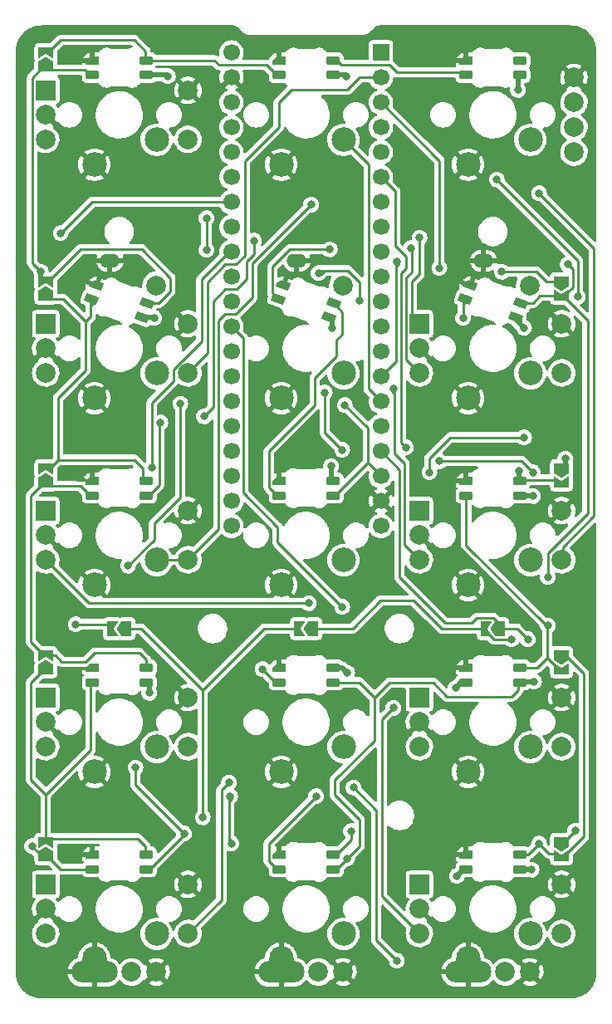
<source format=gbr>
%TF.GenerationSoftware,KiCad,Pcbnew,(6.0.3-11-gdd55ffb75c)*%
%TF.CreationDate,2022-03-17T00:34:44-07:00*%
%TF.ProjectId,keeby cat,6b656562-7920-4636-9174-2e6b69636164,rev?*%
%TF.SameCoordinates,Original*%
%TF.FileFunction,Copper,L2,Bot*%
%TF.FilePolarity,Positive*%
%FSLAX46Y46*%
G04 Gerber Fmt 4.6, Leading zero omitted, Abs format (unit mm)*
G04 Created by KiCad (PCBNEW (6.0.3-11-gdd55ffb75c)) date 2022-03-17 00:34:44*
%MOMM*%
%LPD*%
G01*
G04 APERTURE LIST*
G04 Aperture macros list*
%AMRoundRect*
0 Rectangle with rounded corners*
0 $1 Rounding radius*
0 $2 $3 $4 $5 $6 $7 $8 $9 X,Y pos of 4 corners*
0 Add a 4 corners polygon primitive as box body*
4,1,4,$2,$3,$4,$5,$6,$7,$8,$9,$2,$3,0*
0 Add four circle primitives for the rounded corners*
1,1,$1+$1,$2,$3*
1,1,$1+$1,$4,$5*
1,1,$1+$1,$6,$7*
1,1,$1+$1,$8,$9*
0 Add four rect primitives between the rounded corners*
20,1,$1+$1,$2,$3,$4,$5,0*
20,1,$1+$1,$4,$5,$6,$7,0*
20,1,$1+$1,$6,$7,$8,$9,0*
20,1,$1+$1,$8,$9,$2,$3,0*%
%AMFreePoly0*
4,1,18,-0.410000,0.593000,-0.403758,0.624380,-0.385983,0.650983,-0.359380,0.668758,-0.328000,0.675000,0.000000,0.675000,0.410000,0.265000,0.410000,-0.593000,0.403758,-0.624380,0.385983,-0.650983,0.359380,-0.668758,0.328000,-0.675000,-0.328000,-0.675000,-0.359380,-0.668758,-0.385983,-0.650983,-0.403758,-0.624380,-0.410000,-0.593000,-0.410000,0.593000,-0.410000,0.593000,$1*%
%AMFreePoly1*
4,1,6,1.000000,0.000000,0.500000,-0.750000,-0.500000,-0.750000,-0.500000,0.750000,0.500000,0.750000,1.000000,0.000000,1.000000,0.000000,$1*%
%AMFreePoly2*
4,1,6,0.500000,-0.750000,-0.650000,-0.750000,-0.150000,0.000000,-0.650000,0.750000,0.500000,0.750000,0.500000,-0.750000,0.500000,-0.750000,$1*%
G04 Aperture macros list end*
%TA.AperFunction,ComponentPad*%
%ADD10R,2.000000X2.000000*%
%TD*%
%TA.AperFunction,ComponentPad*%
%ADD11C,2.000000*%
%TD*%
%TA.AperFunction,SMDPad,CuDef*%
%ADD12RoundRect,0.082000X0.593000X-0.328000X0.593000X0.328000X-0.593000X0.328000X-0.593000X-0.328000X0*%
%TD*%
%TA.AperFunction,SMDPad,CuDef*%
%ADD13FreePoly0,90.000000*%
%TD*%
%TA.AperFunction,ComponentPad*%
%ADD14C,2.500000*%
%TD*%
%TA.AperFunction,ComponentPad*%
%ADD15O,2.500000X3.695000*%
%TD*%
%TA.AperFunction,ComponentPad*%
%ADD16O,4.700000X2.200000*%
%TD*%
%TA.AperFunction,ComponentPad*%
%ADD17O,2.000000X1.400000*%
%TD*%
%TA.AperFunction,SMDPad,CuDef*%
%ADD18RoundRect,0.082000X0.445055X-0.511037X0.669420X0.105401X-0.445055X0.511037X-0.669420X-0.105401X0*%
%TD*%
%TA.AperFunction,SMDPad,CuDef*%
%ADD19FreePoly0,70.000000*%
%TD*%
%TA.AperFunction,SMDPad,CuDef*%
%ADD20FreePoly1,90.000000*%
%TD*%
%TA.AperFunction,SMDPad,CuDef*%
%ADD21FreePoly2,90.000000*%
%TD*%
%TA.AperFunction,SMDPad,CuDef*%
%ADD22FreePoly1,270.000000*%
%TD*%
%TA.AperFunction,SMDPad,CuDef*%
%ADD23FreePoly2,270.000000*%
%TD*%
%TA.AperFunction,ComponentPad*%
%ADD24R,1.700000X1.700000*%
%TD*%
%TA.AperFunction,ComponentPad*%
%ADD25C,1.700000*%
%TD*%
%TA.AperFunction,SMDPad,CuDef*%
%ADD26FreePoly1,180.000000*%
%TD*%
%TA.AperFunction,SMDPad,CuDef*%
%ADD27FreePoly2,180.000000*%
%TD*%
%TA.AperFunction,ViaPad*%
%ADD28C,0.800000*%
%TD*%
%TA.AperFunction,Conductor*%
%ADD29C,0.500000*%
%TD*%
%TA.AperFunction,Conductor*%
%ADD30C,0.250000*%
%TD*%
G04 APERTURE END LIST*
D10*
%TO.P,EN4,A,A*%
%TO.N,ENC3A*%
X65610000Y-106950000D03*
D11*
%TO.P,EN4,B,B*%
%TO.N,ENC3B*%
X65610000Y-111950000D03*
%TO.P,EN4,C,C*%
%TO.N,GND*%
X65610000Y-109450000D03*
%TO.P,EN4,S1,S1*%
%TO.N,KEY5*%
X80110000Y-111950000D03*
%TO.P,EN4,S2,S2*%
%TO.N,GND*%
X80110000Y-106950000D03*
%TD*%
D12*
%TO.P,D11,1,VDD*%
%TO.N,+5V*%
X75835000Y-105400000D03*
%TO.P,D11,2,DOUT*%
%TO.N,Net-(D11-Pad2)*%
X75835000Y-103900000D03*
D13*
%TO.P,D11,3,GND*%
%TO.N,GND*%
X70385000Y-103900000D03*
D12*
%TO.P,D11,4,DIN*%
%TO.N,Net-(D10-Pad2)*%
X70385000Y-105400000D03*
%TD*%
D10*
%TO.P,EN3,A,A*%
%TO.N,ENC2A*%
X103710000Y-87900000D03*
D11*
%TO.P,EN3,B,B*%
%TO.N,ENC2B*%
X103710000Y-92900000D03*
%TO.P,EN3,C,C*%
%TO.N,GND*%
X103710000Y-90400000D03*
%TO.P,EN3,S1,S1*%
%TO.N,KEY4*%
X118210000Y-92900000D03*
%TO.P,EN3,S2,S2*%
%TO.N,GND*%
X118210000Y-87900000D03*
%TD*%
D14*
%TO.P,SW4,1,1*%
%TO.N,KEY4*%
X115020000Y-92940000D03*
%TO.P,SW4,2,2*%
%TO.N,GND*%
X108670000Y-95480000D03*
%TD*%
D12*
%TO.P,D15,1,VDD*%
%TO.N,+5V*%
X113935000Y-62537500D03*
%TO.P,D15,2,DOUT*%
%TO.N,unconnected-(D15-Pad2)*%
X113935000Y-61037500D03*
D13*
%TO.P,D15,3,GND*%
%TO.N,GND*%
X108485000Y-61037500D03*
D12*
%TO.P,D15,4,DIN*%
%TO.N,Net-(D14-Pad2)*%
X108485000Y-62537500D03*
%TD*%
D14*
%TO.P,SW13,1,1*%
%TO.N,KEY13-POT3*%
X115020000Y-150090000D03*
D15*
%TO.P,SW13,2,2*%
%TO.N,GND*%
X108670000Y-153188800D03*
D16*
X108670000Y-153975000D03*
%TD*%
D10*
%TO.P,EN7,A,A*%
%TO.N,ENC4A*%
X103710000Y-126000000D03*
D11*
%TO.P,EN7,B,B*%
%TO.N,ENC4B*%
X103710000Y-131000000D03*
%TO.P,EN7,C,C*%
%TO.N,GND*%
X103710000Y-128500000D03*
%TO.P,EN7,S1,S1*%
%TO.N,KEY10*%
X118210000Y-131000000D03*
%TO.P,EN7,S2,S2*%
%TO.N,GND*%
X118210000Y-126000000D03*
%TD*%
D12*
%TO.P,D3,1,VDD*%
%TO.N,+5V*%
X113935000Y-105400000D03*
%TO.P,D3,2,DOUT*%
%TO.N,Net-(D3-Pad2)*%
X113935000Y-103900000D03*
D13*
%TO.P,D3,3,GND*%
%TO.N,GND*%
X108485000Y-103900000D03*
D12*
%TO.P,D3,4,DIN*%
%TO.N,Net-(D2-Pad2)*%
X108485000Y-105400000D03*
%TD*%
D10*
%TO.P,EN6,A,A*%
%TO.N,ENC4A*%
X65610000Y-126000000D03*
D11*
%TO.P,EN6,B,B*%
%TO.N,ENC4B*%
X65610000Y-131000000D03*
%TO.P,EN6,C,C*%
%TO.N,GND*%
X65610000Y-128500000D03*
%TO.P,EN6,S1,S1*%
%TO.N,KEY8*%
X80110000Y-131000000D03*
%TO.P,EN6,S2,S2*%
%TO.N,GND*%
X80110000Y-126000000D03*
%TD*%
D12*
%TO.P,D7,1,VDD*%
%TO.N,+5V*%
X94885000Y-124450000D03*
%TO.P,D7,2,DOUT*%
%TO.N,Net-(D7-Pad2)*%
X94885000Y-122950000D03*
D13*
%TO.P,D7,3,GND*%
%TO.N,GND*%
X89435000Y-122950000D03*
D12*
%TO.P,D7,4,DIN*%
%TO.N,Net-(D6-Pad2)*%
X89435000Y-124450000D03*
%TD*%
D10*
%TO.P,EN8,A,A*%
%TO.N,ENC5A*%
X65610000Y-145050000D03*
D11*
%TO.P,EN8,B,B*%
%TO.N,ENC5B*%
X65610000Y-150050000D03*
%TO.P,EN8,C,C*%
%TO.N,GND*%
X65610000Y-147550000D03*
%TO.P,EN8,S1,S1*%
%TO.N,KEY11-POT1*%
X80110000Y-150050000D03*
%TO.P,EN8,S2,S2*%
%TO.N,GND*%
X80110000Y-145050000D03*
%TD*%
D14*
%TO.P,SW3,1,1*%
%TO.N,KEY3*%
X95970000Y-92940000D03*
%TO.P,SW3,2,2*%
%TO.N,GND*%
X89620000Y-95480000D03*
%TD*%
D12*
%TO.P,D14,1,VDD*%
%TO.N,+5V*%
X94885000Y-62537500D03*
%TO.P,D14,2,DOUT*%
%TO.N,Net-(D14-Pad2)*%
X94885000Y-61037500D03*
D13*
%TO.P,D14,3,GND*%
%TO.N,GND*%
X89435000Y-61037500D03*
D12*
%TO.P,D14,4,DIN*%
%TO.N,Net-(D13-Pad2)*%
X89435000Y-62537500D03*
%TD*%
D10*
%TO.P,EN9,A,A*%
%TO.N,ENC5A*%
X103710000Y-145050000D03*
D11*
%TO.P,EN9,B,B*%
%TO.N,ENC5B*%
X103710000Y-150050000D03*
%TO.P,EN9,C,C*%
%TO.N,GND*%
X103710000Y-147550000D03*
%TO.P,EN9,S1,S1*%
%TO.N,KEY13-POT3*%
X118210000Y-150050000D03*
%TO.P,EN9,S2,S2*%
%TO.N,GND*%
X118210000Y-145050000D03*
%TD*%
D14*
%TO.P,SW14,1,1*%
%TO.N,SDA-SW*%
X95970000Y-69127500D03*
%TO.P,SW14,2,2*%
%TO.N,GND*%
X89620000Y-71667500D03*
%TD*%
D11*
%TO.P,OL1,1,SDA*%
%TO.N,SDA-SW*%
X119465000Y-70397500D03*
%TO.P,OL1,2,SCL*%
%TO.N,SCL-SW*%
X119465000Y-67857500D03*
%TO.P,OL1,3,VCC*%
%TO.N,+3V3*%
X119465000Y-65317500D03*
%TO.P,OL1,4,GND*%
%TO.N,GND*%
X119465000Y-62777500D03*
%TD*%
D12*
%TO.P,D2,1,VDD*%
%TO.N,+5V*%
X113935000Y-124450000D03*
%TO.P,D2,2,DOUT*%
%TO.N,Net-(D2-Pad2)*%
X113935000Y-122950000D03*
D13*
%TO.P,D2,3,GND*%
%TO.N,GND*%
X108485000Y-122950000D03*
D12*
%TO.P,D2,4,DIN*%
%TO.N,Net-(D1-Pad2)*%
X108485000Y-124450000D03*
%TD*%
%TO.P,D6,1,VDD*%
%TO.N,+5V*%
X94885000Y-105400000D03*
%TO.P,D6,2,DOUT*%
%TO.N,Net-(D6-Pad2)*%
X94885000Y-103900000D03*
D13*
%TO.P,D6,3,GND*%
%TO.N,GND*%
X89435000Y-103900000D03*
D12*
%TO.P,D6,4,DIN*%
%TO.N,Net-(D5-Pad2)*%
X89435000Y-105400000D03*
%TD*%
%TO.P,D8,1,VDD*%
%TO.N,+5V*%
X94885000Y-143500000D03*
%TO.P,D8,2,DOUT*%
%TO.N,Net-(D8-Pad2)*%
X94885000Y-142000000D03*
D13*
%TO.P,D8,3,GND*%
%TO.N,GND*%
X89435000Y-142000000D03*
D12*
%TO.P,D8,4,DIN*%
%TO.N,Net-(D7-Pad2)*%
X89435000Y-143500000D03*
%TD*%
%TO.P,D13,1,VDD*%
%TO.N,+5V*%
X75835000Y-62537500D03*
%TO.P,D13,2,DOUT*%
%TO.N,Net-(D13-Pad2)*%
X75835000Y-61037500D03*
D13*
%TO.P,D13,3,GND*%
%TO.N,GND*%
X70385000Y-61037500D03*
D12*
%TO.P,D13,4,DIN*%
%TO.N,Net-(D12-Pad2)*%
X70385000Y-62537500D03*
%TD*%
D14*
%TO.P,SW9,1,1*%
%TO.N,KEY9*%
X95970000Y-131040000D03*
%TO.P,SW9,2,2*%
%TO.N,GND*%
X89620000Y-133580000D03*
%TD*%
D10*
%TO.P,EN1,A,A*%
%TO.N,ENC1A*%
X65610000Y-64087500D03*
D11*
%TO.P,EN1,B,B*%
%TO.N,ENC1B*%
X65610000Y-69087500D03*
%TO.P,EN1,C,C*%
%TO.N,GND*%
X65610000Y-66587500D03*
%TO.P,EN1,S1,S1*%
%TO.N,KEY1*%
X80110000Y-69087500D03*
%TO.P,EN1,S2,S2*%
%TO.N,GND*%
X80110000Y-64087500D03*
%TD*%
D12*
%TO.P,D1,1,VDD*%
%TO.N,+5V*%
X113935000Y-143500000D03*
%TO.P,D1,2,DOUT*%
%TO.N,Net-(D1-Pad2)*%
X113935000Y-142000000D03*
D13*
%TO.P,D1,3,GND*%
%TO.N,GND*%
X108485000Y-142000000D03*
D12*
%TO.P,D1,4,DIN*%
%TO.N,LED_DATA*%
X108485000Y-143500000D03*
%TD*%
D14*
%TO.P,SW11,1,1*%
%TO.N,KEY11-POT1*%
X76920000Y-150090000D03*
D15*
%TO.P,SW11,2,2*%
%TO.N,GND*%
X70570000Y-153188800D03*
D16*
X70570000Y-153975000D03*
%TD*%
D14*
%TO.P,SW15,1,1*%
%TO.N,SCL-SW*%
X115020000Y-69127500D03*
%TO.P,SW15,2,2*%
%TO.N,GND*%
X108670000Y-71667500D03*
%TD*%
D11*
%TO.P,VR3,1B,1B*%
%TO.N,GND*%
X114960000Y-153975000D03*
%TO.P,VR3,2B,2B*%
%TO.N,KEY13-POT3*%
X112460000Y-153975000D03*
D17*
%TO.P,VR3,3,3*%
%TO.N,GND*%
X110260000Y-81475000D03*
D11*
%TO.P,VR3,3B,3B*%
%TO.N,+3V3*%
X114960000Y-83975000D03*
%TD*%
D18*
%TO.P,D12,1,VDD*%
%TO.N,+5V*%
X75414146Y-87236774D03*
%TO.P,D12,2,DOUT*%
%TO.N,Net-(D12-Pad2)*%
X75927177Y-85827235D03*
D19*
%TO.P,D12,3,GND*%
%TO.N,GND*%
X70805854Y-83963226D03*
D18*
%TO.P,D12,4,DIN*%
%TO.N,Net-(D11-Pad2)*%
X70292823Y-85372765D03*
%TD*%
D12*
%TO.P,D9,1,VDD*%
%TO.N,+5V*%
X75835000Y-143500000D03*
%TO.P,D9,2,DOUT*%
%TO.N,Net-(D10-Pad4)*%
X75835000Y-142000000D03*
D13*
%TO.P,D9,3,GND*%
%TO.N,GND*%
X70385000Y-142000000D03*
D12*
%TO.P,D9,4,DIN*%
%TO.N,Net-(D8-Pad2)*%
X70385000Y-143500000D03*
%TD*%
D14*
%TO.P,SW8,1,1*%
%TO.N,KEY8*%
X76920000Y-131040000D03*
%TO.P,SW8,2,2*%
%TO.N,GND*%
X70570000Y-133580000D03*
%TD*%
D10*
%TO.P,EN5,A,A*%
%TO.N,ENC3A*%
X103710000Y-106950000D03*
D11*
%TO.P,EN5,B,B*%
%TO.N,ENC3B*%
X103710000Y-111950000D03*
%TO.P,EN5,C,C*%
%TO.N,GND*%
X103710000Y-109450000D03*
%TO.P,EN5,S1,S1*%
%TO.N,KEY7*%
X118210000Y-111950000D03*
%TO.P,EN5,S2,S2*%
%TO.N,GND*%
X118210000Y-106950000D03*
%TD*%
D14*
%TO.P,SW12,1,1*%
%TO.N,KEY12-POT2*%
X95970000Y-150090000D03*
D16*
%TO.P,SW12,2,2*%
%TO.N,GND*%
X89620000Y-153975000D03*
D15*
X89620000Y-153188800D03*
%TD*%
D11*
%TO.P,VR1,1B,1B*%
%TO.N,GND*%
X76860000Y-153975000D03*
%TO.P,VR1,2B,2B*%
%TO.N,KEY11-POT1*%
X74360000Y-153975000D03*
D17*
%TO.P,VR1,3,3*%
%TO.N,GND*%
X72160000Y-81475000D03*
D11*
%TO.P,VR1,3B,3B*%
%TO.N,+3V3*%
X76860000Y-83975000D03*
%TD*%
D12*
%TO.P,D10,1,VDD*%
%TO.N,+5V*%
X75835000Y-124450000D03*
%TO.P,D10,2,DOUT*%
%TO.N,Net-(D10-Pad2)*%
X75835000Y-122950000D03*
D13*
%TO.P,D10,3,GND*%
%TO.N,GND*%
X70385000Y-122950000D03*
D12*
%TO.P,D10,4,DIN*%
%TO.N,Net-(D10-Pad4)*%
X70385000Y-124450000D03*
%TD*%
D14*
%TO.P,SW7,1,1*%
%TO.N,KEY7*%
X115020000Y-111990000D03*
%TO.P,SW7,2,2*%
%TO.N,GND*%
X108670000Y-114530000D03*
%TD*%
%TO.P,SW6,1,1*%
%TO.N,KEY6*%
X95970000Y-111990000D03*
%TO.P,SW6,2,2*%
%TO.N,GND*%
X89620000Y-114530000D03*
%TD*%
%TO.P,SW10,1,1*%
%TO.N,KEY10*%
X115020000Y-131040000D03*
%TO.P,SW10,2,2*%
%TO.N,GND*%
X108670000Y-133580000D03*
%TD*%
D10*
%TO.P,EN2,A,A*%
%TO.N,ENC2A*%
X65610000Y-87900000D03*
D11*
%TO.P,EN2,B,B*%
%TO.N,ENC2B*%
X65610000Y-92900000D03*
%TO.P,EN2,C,C*%
%TO.N,GND*%
X65610000Y-90400000D03*
%TO.P,EN2,S1,S1*%
%TO.N,KEY2*%
X80110000Y-92900000D03*
%TO.P,EN2,S2,S2*%
%TO.N,GND*%
X80110000Y-87900000D03*
%TD*%
D18*
%TO.P,D4,1,VDD*%
%TO.N,+5V*%
X113514146Y-87236774D03*
%TO.P,D4,2,DOUT*%
%TO.N,Net-(D4-Pad2)*%
X114027177Y-85827235D03*
D19*
%TO.P,D4,3,GND*%
%TO.N,GND*%
X108905854Y-83963226D03*
D18*
%TO.P,D4,4,DIN*%
%TO.N,Net-(D3-Pad2)*%
X108392823Y-85372765D03*
%TD*%
%TO.P,D5,1,VDD*%
%TO.N,+5V*%
X94464146Y-87236774D03*
%TO.P,D5,2,DOUT*%
%TO.N,Net-(D5-Pad2)*%
X94977177Y-85827235D03*
D19*
%TO.P,D5,3,GND*%
%TO.N,GND*%
X89855854Y-83963226D03*
D18*
%TO.P,D5,4,DIN*%
%TO.N,Net-(D4-Pad2)*%
X89342823Y-85372765D03*
%TD*%
D11*
%TO.P,VR2,1B,1B*%
%TO.N,GND*%
X95910000Y-153975000D03*
%TO.P,VR2,2B,2B*%
%TO.N,KEY12-POT2*%
X93410000Y-153975000D03*
D17*
%TO.P,VR2,3,3*%
%TO.N,GND*%
X91210000Y-81475000D03*
D11*
%TO.P,VR2,3B,3B*%
%TO.N,+3V3*%
X95910000Y-83975000D03*
%TD*%
D14*
%TO.P,SW5,1,1*%
%TO.N,KEY5*%
X76920000Y-111990000D03*
%TO.P,SW5,2,2*%
%TO.N,GND*%
X70570000Y-114530000D03*
%TD*%
%TO.P,SW2,1,1*%
%TO.N,KEY2*%
X76920000Y-92940000D03*
%TO.P,SW2,2,2*%
%TO.N,GND*%
X70570000Y-95480000D03*
%TD*%
%TO.P,SW1,1,1*%
%TO.N,KEY1*%
X76920000Y-69127500D03*
%TO.P,SW1,2,2*%
%TO.N,GND*%
X70570000Y-71667500D03*
%TD*%
D20*
%TO.P,JP12,1,A*%
%TO.N,Net-(D11-Pad2)*%
X65617000Y-85029000D03*
D21*
%TO.P,JP12,2,B*%
%TO.N,Net-(D12-Pad2)*%
X65617000Y-83579000D03*
%TD*%
D22*
%TO.P,JP4,1,A*%
%TO.N,Net-(D3-Pad2)*%
X118195000Y-83578999D03*
D23*
%TO.P,JP4,2,B*%
%TO.N,Net-(D4-Pad2)*%
X118195000Y-85028999D03*
%TD*%
D24*
%TO.P,U1,1,PB12*%
%TO.N,KEY1*%
X99780000Y-60237500D03*
D25*
%TO.P,U1,2,PB13*%
%TO.N,KEY2*%
X99780000Y-62777500D03*
%TO.P,U1,3,PB14*%
%TO.N,KEY3*%
X99780000Y-65317500D03*
%TO.P,U1,4,PB15*%
%TO.N,KEY4*%
X99780000Y-67857500D03*
%TO.P,U1,5,PA8*%
%TO.N,KEY5*%
X99780000Y-70397500D03*
%TO.P,U1,6,PA9*%
%TO.N,KEY6*%
X99780000Y-72937500D03*
%TO.P,U1,7,PA10*%
%TO.N,KEY7*%
X99780000Y-75477500D03*
%TO.P,U1,8,PA11*%
%TO.N,unconnected-(U1-Pad8)*%
X99780000Y-78017500D03*
%TO.P,U1,9,PA12*%
%TO.N,unconnected-(U1-Pad9)*%
X99780000Y-80557500D03*
%TO.P,U1,10,PA15*%
%TO.N,KEY8*%
X99780000Y-83097500D03*
%TO.P,U1,11,PB3*%
%TO.N,KEY9*%
X99780000Y-85637500D03*
%TO.P,U1,12,PB4*%
%TO.N,KEY10*%
X99780000Y-88177500D03*
%TO.P,U1,13,PB5*%
%TO.N,ENC3B*%
X99780000Y-90717500D03*
%TO.P,U1,14,PB6*%
%TO.N,SCL-SW*%
X99780000Y-93257500D03*
%TO.P,U1,15,PB7*%
%TO.N,SDA-SW*%
X99780000Y-95797500D03*
%TO.P,U1,16,PB8*%
%TO.N,unconnected-(U1-Pad16)*%
X99780000Y-98337500D03*
%TO.P,U1,17,PB9*%
%TO.N,LED_DATA*%
X99780000Y-100877500D03*
%TO.P,U1,18,5V*%
%TO.N,+5V*%
X99780000Y-103417500D03*
%TO.P,U1,19,GND*%
%TO.N,GND*%
X99780000Y-105957500D03*
%TO.P,U1,20,3V3*%
%TO.N,+3V3*%
X99780000Y-108497500D03*
%TO.P,U1,21,VBat*%
%TO.N,unconnected-(U1-Pad21)*%
X84540000Y-108497500D03*
%TO.P,U1,22,PC13*%
%TO.N,unconnected-(U1-Pad22)*%
X84540000Y-105957500D03*
%TO.P,U1,23,PC14*%
%TO.N,unconnected-(U1-Pad23)*%
X84540000Y-103417500D03*
%TO.P,U1,24,PC15*%
%TO.N,unconnected-(U1-Pad24)*%
X84540000Y-100877500D03*
%TO.P,U1,25,PA0*%
%TO.N,KEY13-POT3*%
X84540000Y-98337500D03*
%TO.P,U1,26,PA1*%
%TO.N,KEY12-POT2*%
X84540000Y-95797500D03*
%TO.P,U1,27,PA2*%
%TO.N,KEY11-POT1*%
X84540000Y-93257500D03*
%TO.P,U1,28,PA3*%
%TO.N,ENC3A*%
X84540000Y-90717500D03*
%TO.P,U1,29,PA4*%
%TO.N,ENC5B*%
X84540000Y-88177500D03*
%TO.P,U1,30,PA5*%
%TO.N,ENC5A*%
X84540000Y-85637500D03*
%TO.P,U1,31,PA6*%
%TO.N,ENC4B*%
X84540000Y-83097500D03*
%TO.P,U1,32,PA7*%
%TO.N,ENC4A*%
X84540000Y-80557500D03*
%TO.P,U1,33,PB0*%
%TO.N,ENC2B*%
X84540000Y-78017500D03*
%TO.P,U1,34,PB1*%
%TO.N,ENC2A*%
X84540000Y-75477500D03*
%TO.P,U1,35,PB10*%
%TO.N,ENC1B*%
X84540000Y-72937500D03*
%TO.P,U1,36,PB11*%
%TO.N,ENC1A*%
X84540000Y-70397500D03*
%TO.P,U1,37,RST*%
%TO.N,unconnected-(U1-Pad37)*%
X84540000Y-67857500D03*
%TO.P,U1,38,3V3*%
%TO.N,unconnected-(U1-Pad38)*%
X84540000Y-65317500D03*
%TO.P,U1,39,GND*%
%TO.N,GND*%
X84540000Y-62777500D03*
%TO.P,U1,40,5V_or_GND*%
%TO.N,unconnected-(U1-Pad40)*%
X84540000Y-60237500D03*
%TD*%
D26*
%TO.P,JPF3,1,A*%
%TO.N,Net-(D8-Pad2)*%
X73835000Y-118975000D03*
D27*
%TO.P,JPF3,2,B*%
%TO.N,Net-(D12-Pad2)*%
X72385000Y-118975000D03*
%TD*%
D22*
%TO.P,JP1,1,A*%
%TO.N,LED_DATA*%
X118195000Y-140729000D03*
D23*
%TO.P,JP1,2,B*%
%TO.N,Net-(D1-Pad2)*%
X118195000Y-142179000D03*
%TD*%
D22*
%TO.P,JP2,1,A*%
%TO.N,Net-(D1-Pad2)*%
X118195000Y-121679000D03*
D23*
%TO.P,JP2,2,B*%
%TO.N,Net-(D2-Pad2)*%
X118195000Y-123129000D03*
%TD*%
D20*
%TO.P,JP10,1,A*%
%TO.N,Net-(D10-Pad4)*%
X65617000Y-123129000D03*
D21*
%TO.P,JP10,2,B*%
%TO.N,Net-(D10-Pad2)*%
X65617000Y-121679000D03*
%TD*%
D20*
%TO.P,JP13,1,A*%
%TO.N,Net-(D12-Pad2)*%
X65617000Y-61661000D03*
D21*
%TO.P,JP13,2,B*%
%TO.N,Net-(D13-Pad2)*%
X65617000Y-60211000D03*
%TD*%
D26*
%TO.P,JPF1,1,A*%
%TO.N,LED_DATA*%
X111935000Y-118975000D03*
D27*
%TO.P,JPF1,2,B*%
%TO.N,Net-(D4-Pad2)*%
X110485000Y-118975000D03*
%TD*%
D20*
%TO.P,JP11,1,A*%
%TO.N,Net-(D10-Pad2)*%
X65617000Y-104079000D03*
D21*
%TO.P,JP11,2,B*%
%TO.N,Net-(D11-Pad2)*%
X65617000Y-102629000D03*
%TD*%
D22*
%TO.P,JP3,1,A*%
%TO.N,Net-(D2-Pad2)*%
X118195000Y-102629000D03*
D23*
%TO.P,JP3,2,B*%
%TO.N,Net-(D3-Pad2)*%
X118195000Y-104079000D03*
%TD*%
D26*
%TO.P,JPF2,1,A*%
%TO.N,Net-(D4-Pad2)*%
X92885000Y-118975000D03*
D27*
%TO.P,JPF2,2,B*%
%TO.N,Net-(D8-Pad2)*%
X91435000Y-118975000D03*
%TD*%
D20*
%TO.P,JP9,1,A*%
%TO.N,Net-(D8-Pad2)*%
X65617000Y-142179000D03*
D21*
%TO.P,JP9,2,B*%
%TO.N,Net-(D10-Pad4)*%
X65617000Y-140729000D03*
%TD*%
D28*
%TO.N,GND*%
X92541000Y-98464500D03*
X67395000Y-142025500D03*
X68030000Y-103036500D03*
X67395000Y-60999500D03*
%TO.N,+5V*%
X94827000Y-88304500D03*
X97621000Y-85510500D03*
X96351000Y-142406500D03*
X115274000Y-105449500D03*
X78063000Y-62650500D03*
X82000000Y-80354300D03*
X93430000Y-82716500D03*
X76666000Y-87288500D03*
X115147000Y-143549500D03*
X115401000Y-124372500D03*
X82000000Y-77128500D03*
X114385000Y-88304500D03*
X115274000Y-103036500D03*
X77301000Y-97956500D03*
X96097000Y-96178500D03*
X113750000Y-64047500D03*
X105749000Y-101893500D03*
X96224000Y-62650500D03*
X74761000Y-133135500D03*
X76158000Y-125515500D03*
X79714000Y-139866500D03*
%TO.N,+3V3*%
X114385000Y-99480500D03*
X104733000Y-103036500D03*
%TO.N,KEY4*%
X111591000Y-73191500D03*
X119846000Y-85129500D03*
%TO.N,KEY7*%
X115909000Y-74588500D03*
%TO.N,KEY5*%
X92668000Y-75731500D03*
%TO.N,KEY8*%
X81746000Y-97321500D03*
X86826000Y-79414500D03*
%TO.N,KEY3*%
X105749000Y-82208500D03*
%TO.N,KEY6*%
X102320000Y-100496500D03*
%TO.N,KEY9*%
X95843000Y-100750500D03*
X94065000Y-94908500D03*
%TO.N,ENC2B*%
X102828000Y-80176500D03*
%TO.N,ENC2A*%
X103717000Y-79135100D03*
X67141000Y-78652500D03*
%TO.N,ENC3B*%
X101050000Y-94527500D03*
X92414000Y-116371500D03*
%TO.N,ENC4B*%
X73999000Y-112561500D03*
X79333000Y-96051500D03*
%TO.N,ENC4A*%
X76412000Y-102528500D03*
%TO.N,LED_DATA*%
X119592000Y-139580750D03*
X114766000Y-120054500D03*
X107527000Y-144184500D03*
%TO.N,ENC5B*%
X95843000Y-116752500D03*
X101050000Y-127039500D03*
%TO.N,KEY11-POT1*%
X84286000Y-134659500D03*
%TO.N,KEY13-POT3*%
X101416000Y-152826750D03*
X96986000Y-135167500D03*
%TO.N,KEY12-POT2*%
X84540000Y-140882500D03*
X84413000Y-136056500D03*
%TO.N,SCL-SW*%
X101431000Y-81573500D03*
%TO.N,Net-(D1-Pad2)*%
X107400000Y-125007500D03*
X115909000Y-140882500D03*
%TO.N,Net-(D2-Pad2)*%
X116798000Y-118657500D03*
X118576000Y-101639500D03*
%TO.N,Net-(D3-Pad2)*%
X113877000Y-102909500D03*
X112099000Y-82589500D03*
X108162000Y-87288500D03*
%TO.N,Net-(D4-Pad2)*%
X118830000Y-81827500D03*
X116798000Y-113704500D03*
X113115000Y-120054500D03*
X94573000Y-80303500D03*
%TO.N,Net-(D6-Pad2)*%
X94700000Y-102401500D03*
X87715000Y-123102500D03*
%TO.N,Net-(D7-Pad2)*%
X96351000Y-123483500D03*
X93176000Y-136056500D03*
%TO.N,Net-(D8-Pad2)*%
X96732000Y-139612500D03*
X81619000Y-138215500D03*
X64220000Y-141136500D03*
%TO.N,Net-(D12-Pad2)*%
X65109000Y-82589500D03*
X68665000Y-118530500D03*
%TD*%
D29*
%TO.N,Net-(D2-Pad2)*%
X118576000Y-102248000D02*
X118576000Y-101639500D01*
X118449000Y-102375000D02*
X118576000Y-102248000D01*
%TO.N,GND*%
X67433000Y-61037500D02*
X67395000Y-60999500D01*
D30*
X70283500Y-103798500D02*
X69554000Y-103798500D01*
X68792000Y-103798500D02*
X68030000Y-103036500D01*
X69554000Y-103798500D02*
X69173000Y-103417500D01*
X70385000Y-142000000D02*
X67420500Y-142000000D01*
X70385000Y-103900000D02*
X70283500Y-103798500D01*
D29*
X70385000Y-61037500D02*
X67433000Y-61037500D01*
D30*
X67420500Y-142000000D02*
X67395000Y-142025500D01*
X69554000Y-103798500D02*
X68792000Y-103798500D01*
D29*
%TO.N,+5V*%
X94885000Y-62537500D02*
X96210000Y-62537500D01*
D30*
X114131000Y-101893500D02*
X115274000Y-103036500D01*
X98430625Y-102068125D02*
X98430625Y-98512125D01*
D29*
X113750000Y-64047500D02*
X113750000Y-62722500D01*
D30*
X79714000Y-139866500D02*
X74761000Y-134913500D01*
X94065000Y-82462500D02*
X96414500Y-82462500D01*
D29*
X75414146Y-87236774D02*
X76773024Y-87236774D01*
D30*
X105749000Y-101893500D02*
X114131000Y-101893500D01*
X77174000Y-98083500D02*
X77301000Y-97956500D01*
X93557000Y-82589500D02*
X93430000Y-82716500D01*
X96210000Y-62537500D02*
X96224000Y-62551500D01*
X82000000Y-77128500D02*
X82000000Y-80354300D01*
X113514146Y-87236774D02*
X113514146Y-87433646D01*
X95081000Y-135929500D02*
X97621000Y-138469500D01*
X99118489Y-125996989D02*
X99118489Y-130368011D01*
X98430625Y-102068125D02*
X95098750Y-105400000D01*
X79714000Y-139993500D02*
X79714000Y-139866500D01*
X113952274Y-87236774D02*
X114004000Y-87288500D01*
X113115000Y-125896500D02*
X113750000Y-125261500D01*
D29*
X75880750Y-62491750D02*
X77904250Y-62491750D01*
D30*
X94464146Y-87236774D02*
X94827000Y-87599628D01*
X97571500Y-124450000D02*
X99118489Y-125996989D01*
X98505625Y-102143125D02*
X98430625Y-102068125D01*
X100615978Y-124499500D02*
X105114000Y-124499500D01*
X97621000Y-83669000D02*
X97621000Y-85510500D01*
D29*
X113984500Y-124499500D02*
X114111500Y-124372500D01*
D30*
X95081000Y-134405500D02*
X95081000Y-135929500D01*
X94885000Y-124450000D02*
X97571500Y-124450000D01*
D29*
X113935000Y-105400000D02*
X115224500Y-105400000D01*
X115224500Y-105400000D02*
X115274000Y-105449500D01*
X113750000Y-62722500D02*
X113935000Y-62537500D01*
D30*
X94885000Y-143500000D02*
X95257500Y-143500000D01*
D29*
X114111500Y-124372500D02*
X115401000Y-124372500D01*
D30*
X115147000Y-143549500D02*
X115146998Y-143549500D01*
X76721298Y-87288500D02*
X76666000Y-87288500D01*
D29*
X76158000Y-124773000D02*
X76158000Y-125515500D01*
D30*
X95257500Y-143500000D02*
X96351000Y-142406500D01*
X97621000Y-138469500D02*
X97621000Y-141136500D01*
X76207500Y-143500000D02*
X79714000Y-139993500D01*
X94885000Y-105400000D02*
X95248750Y-105400000D01*
X96414500Y-82462500D02*
X97621000Y-83669000D01*
X93684000Y-82843500D02*
X93430000Y-82843500D01*
X96224000Y-62551500D02*
X96224000Y-62650500D01*
X98430625Y-98512125D02*
X96097000Y-96178500D01*
X94065000Y-82462500D02*
X93684000Y-82843500D01*
X113514146Y-87236774D02*
X113952274Y-87236774D01*
D29*
X94827000Y-87599628D02*
X94827000Y-88304500D01*
D30*
X99118489Y-130368011D02*
X95081000Y-134405500D01*
X99780000Y-103417500D02*
X98505625Y-102143125D01*
D29*
X115097498Y-143500000D02*
X115146998Y-143549500D01*
D30*
X76773024Y-87236774D02*
X76721298Y-87288500D01*
X113750000Y-124635000D02*
X113935000Y-124450000D01*
X114004000Y-87288500D02*
X114004000Y-87923500D01*
D29*
X75884500Y-124499500D02*
X76158000Y-124773000D01*
X77904250Y-62491750D02*
X78063000Y-62650500D01*
D30*
X97621000Y-141136500D02*
X96351000Y-142406500D01*
X74761000Y-134913500D02*
X74761000Y-133135500D01*
X106511000Y-125896500D02*
X113115000Y-125896500D01*
D29*
X113514146Y-87433646D02*
X114385000Y-88304500D01*
D30*
X113935000Y-124450000D02*
X113984500Y-124499500D01*
X75835000Y-124450000D02*
X75884500Y-124499500D01*
X113750000Y-125261500D02*
X113750000Y-124635000D01*
X105114000Y-124499500D02*
X106511000Y-125896500D01*
X77174000Y-104306500D02*
X77174000Y-98083500D01*
X75835000Y-143500000D02*
X76207500Y-143500000D01*
X75880750Y-62491750D02*
X75835000Y-62537500D01*
X76071750Y-105400000D02*
X77174000Y-104297750D01*
X99118489Y-125996989D02*
X100615978Y-124499500D01*
X75835000Y-105400000D02*
X76071750Y-105400000D01*
D29*
X113935000Y-143500000D02*
X115097498Y-143500000D01*
D30*
X94065000Y-82462500D02*
X93303000Y-82462500D01*
%TO.N,+3V3*%
X106851289Y-99480500D02*
X104733000Y-101598789D01*
X114385000Y-99480500D02*
X106851289Y-99480500D01*
X104733000Y-101598789D02*
X104733000Y-103036500D01*
%TO.N,KEY4*%
X119846000Y-85129500D02*
X119846000Y-81446500D01*
X119846000Y-81446500D02*
X111591000Y-73191500D01*
%TO.N,KEY7*%
X118322000Y-111838000D02*
X118322000Y-110656500D01*
X118210000Y-111950000D02*
X118322000Y-111838000D01*
X121497000Y-80176500D02*
X115909000Y-74588500D01*
X118322000Y-110656500D02*
X121497000Y-107481500D01*
X121497000Y-107481500D02*
X121497000Y-80176500D01*
%TO.N,KEY2*%
X83905000Y-81827500D02*
X82098625Y-83633875D01*
X82098625Y-83633875D02*
X82098625Y-90911375D01*
X89366000Y-65317500D02*
X89366000Y-67857500D01*
X82098625Y-90911375D02*
X80110000Y-92900000D01*
X85922000Y-80924252D02*
X85018752Y-81827500D01*
X90636000Y-64047500D02*
X89366000Y-65317500D01*
X96351000Y-64047500D02*
X90636000Y-64047500D01*
X99780000Y-62777500D02*
X97621000Y-62777500D01*
X97621000Y-62777500D02*
X96351000Y-64047500D01*
X89366000Y-67857500D02*
X85922000Y-71301500D01*
X85018752Y-81827500D02*
X83905000Y-81827500D01*
X85922000Y-71301500D02*
X85922000Y-80924252D01*
%TO.N,KEY5*%
X83905000Y-86907500D02*
X84989505Y-86907500D01*
X83211511Y-108848489D02*
X83211511Y-87600989D01*
X80110000Y-111950000D02*
X83211511Y-108848489D01*
X86699000Y-81700500D02*
X92668000Y-75731500D01*
X86699000Y-85198005D02*
X86699000Y-81700500D01*
X84989505Y-86907500D02*
X86699000Y-85198005D01*
X83211511Y-87600989D02*
X83905000Y-86907500D01*
X80110000Y-111950000D02*
X76960000Y-111950000D01*
%TO.N,KEY8*%
X86064000Y-81573500D02*
X86064000Y-83351500D01*
X86826000Y-79414500D02*
X86826000Y-80811500D01*
X82677000Y-96390500D02*
X81746000Y-97321500D01*
X85048000Y-84367500D02*
X83905000Y-84367500D01*
X82677000Y-85595500D02*
X82677000Y-96390500D01*
X83905000Y-84367500D02*
X82677000Y-85595500D01*
X86826000Y-80811500D02*
X86064000Y-81573500D01*
X86064000Y-83351500D02*
X85048000Y-84367500D01*
%TO.N,KEY3*%
X99780000Y-65317500D02*
X105749000Y-71286500D01*
X105749000Y-71286500D02*
X105749000Y-82208500D01*
%TO.N,KEY6*%
X102320000Y-81065500D02*
X102320000Y-82208500D01*
X101812000Y-99988500D02*
X102320000Y-100496500D01*
X101240500Y-79986000D02*
X102320000Y-81065500D01*
X102320000Y-82208500D02*
X101812000Y-82716500D01*
X99780000Y-72937500D02*
X101240500Y-74398000D01*
X101240500Y-74398000D02*
X101240500Y-79986000D01*
X101812000Y-82716500D02*
X101812000Y-99988500D01*
%TO.N,KEY9*%
X94065000Y-94908500D02*
X94065000Y-98972500D01*
X94065000Y-98972500D02*
X95843000Y-100750500D01*
%TO.N,ENC2B*%
X102955000Y-82589500D02*
X102955000Y-80303500D01*
X102320000Y-91509998D02*
X102320000Y-83224500D01*
X103710000Y-92900000D02*
X102320000Y-91509998D01*
X102320000Y-83224500D02*
X102955000Y-82589500D01*
X102955000Y-80303500D02*
X102828000Y-80176500D01*
%TO.N,ENC2A*%
X103693500Y-87900000D02*
X102955000Y-87161500D01*
X103710000Y-87900000D02*
X103693500Y-87900000D01*
X102955000Y-83605500D02*
X103710000Y-82850500D01*
X70316000Y-75477500D02*
X67141000Y-78652500D01*
X103710000Y-79142100D02*
X103717000Y-79135100D01*
X103710000Y-82850500D02*
X103710000Y-79142100D01*
X84540000Y-75477500D02*
X70316000Y-75477500D01*
X102955000Y-87161500D02*
X102955000Y-83605500D01*
%TO.N,ENC3B*%
X101177000Y-101131500D02*
X101177000Y-95035500D01*
X101177000Y-95035500D02*
X100923000Y-94781500D01*
X103710000Y-111950000D02*
X102193000Y-110433000D01*
X101177000Y-94654500D02*
X101050000Y-94527500D01*
X102193000Y-102147500D02*
X101177000Y-101131500D01*
X65610000Y-111950000D02*
X70031500Y-116371500D01*
X102193000Y-110433000D02*
X102193000Y-102147500D01*
X101177000Y-95035500D02*
X101177000Y-94654500D01*
X70031500Y-116371500D02*
X92414000Y-116371500D01*
%TO.N,ENC4B*%
X79333000Y-96051500D02*
X79333000Y-105576500D01*
X76666000Y-108243500D02*
X76666000Y-109894500D01*
X79333000Y-105576500D02*
X76666000Y-108243500D01*
X76666000Y-109894500D02*
X73999000Y-112561500D01*
%TO.N,ENC4A*%
X81492000Y-83351500D02*
X81492000Y-89644858D01*
X76412000Y-95941150D02*
X76412000Y-102528500D01*
X78613000Y-93740150D02*
X76412000Y-95941150D01*
X84286000Y-80557500D02*
X83778000Y-81065500D01*
X83778000Y-81065500D02*
X84413000Y-81065500D01*
X81492000Y-89644858D02*
X78613000Y-92523858D01*
X84540000Y-80557500D02*
X84286000Y-80557500D01*
X83778000Y-81065500D02*
X81492000Y-83351500D01*
X78613000Y-92523858D02*
X78613000Y-93740150D01*
%TO.N,LED_DATA*%
X109036000Y-118409750D02*
X106347875Y-118409750D01*
X111935000Y-118566060D02*
X111264440Y-117895500D01*
X108485000Y-143500000D02*
X108211500Y-143500000D01*
X111935000Y-118975000D02*
X113686500Y-118975000D01*
X111264440Y-117895500D02*
X109550250Y-117895500D01*
X106347875Y-118409750D02*
X101685000Y-113746875D01*
X101685000Y-102782500D02*
X99780000Y-100877500D01*
X109550250Y-117895500D02*
X109036000Y-118409750D01*
X113686500Y-118975000D02*
X114766000Y-120054500D01*
X118443750Y-140729000D02*
X118195000Y-140729000D01*
X119592000Y-139580750D02*
X118443750Y-140729000D01*
D29*
X108211500Y-143500000D02*
X107527000Y-144184500D01*
D30*
X101685000Y-113746875D02*
X101685000Y-102782500D01*
%TO.N,ENC5B*%
X99890511Y-128198989D02*
X101050000Y-127039500D01*
X99890511Y-146230511D02*
X99890511Y-128198989D01*
X89239000Y-110148500D02*
X95843000Y-116752500D01*
X84540000Y-88177500D02*
X85714511Y-89352011D01*
X103710000Y-150050000D02*
X99890511Y-146230511D01*
X85714511Y-89352011D02*
X85714511Y-105100011D01*
X89239000Y-108624500D02*
X89239000Y-110148500D01*
X85714511Y-105100011D02*
X89239000Y-108624500D01*
%TO.N,KEY11-POT1*%
X83524000Y-135421500D02*
X84286000Y-134659500D01*
X83524000Y-146636000D02*
X83524000Y-135421500D01*
X80110000Y-150050000D02*
X83524000Y-146636000D01*
%TO.N,KEY13-POT3*%
X101416000Y-152826750D02*
X99314000Y-150724750D01*
X99314000Y-137495500D02*
X96986000Y-135167500D01*
X99314000Y-150724750D02*
X99314000Y-137495500D01*
%TO.N,KEY12-POT2*%
X84286000Y-136564500D02*
X84286000Y-136183500D01*
X84286000Y-140628500D02*
X84286000Y-140882500D01*
X84286000Y-140628500D02*
X84540000Y-140882500D01*
X84286000Y-136564500D02*
X84540000Y-136310500D01*
X84286000Y-140374500D02*
X84540000Y-140628500D01*
X84540000Y-140628500D02*
X84540000Y-140882500D01*
X84286000Y-140374500D02*
X84286000Y-136564500D01*
X84286000Y-136183500D02*
X84413000Y-136056500D01*
X84286000Y-140374500D02*
X84286000Y-140628500D01*
X84540000Y-136310500D02*
X84540000Y-136056500D01*
%TO.N,SDA-SW*%
X98524521Y-94542021D02*
X99780000Y-95797500D01*
X98524521Y-71682021D02*
X98524521Y-94542021D01*
X95970000Y-69127500D02*
X98524521Y-71682021D01*
%TO.N,SCL-SW*%
X101558000Y-81827500D02*
X101558000Y-81700500D01*
X101304000Y-82081500D02*
X101558000Y-81827500D01*
X101304000Y-91733500D02*
X101304000Y-81573500D01*
X99780000Y-93257500D02*
X101304000Y-91733500D01*
D29*
%TO.N,Net-(D1-Pad2)*%
X107888500Y-124519000D02*
X107400000Y-125007500D01*
D30*
X120481000Y-140151940D02*
X120481000Y-123556060D01*
X117433000Y-141898500D02*
X116925000Y-141898500D01*
X108485000Y-124450000D02*
X108416000Y-124519000D01*
X118195000Y-142179000D02*
X118453940Y-142179000D01*
X113935000Y-142000000D02*
X114791500Y-142000000D01*
X118195000Y-142179000D02*
X117713500Y-142179000D01*
X116925000Y-141898500D02*
X115909000Y-140882500D01*
X118453940Y-142179000D02*
X120481000Y-140151940D01*
D29*
X108416000Y-124519000D02*
X107888500Y-124519000D01*
D30*
X114791500Y-142000000D02*
X115909000Y-140882500D01*
X118603940Y-121679000D02*
X118195000Y-121679000D01*
X120481000Y-123556060D02*
X118603940Y-121679000D01*
X117713500Y-142179000D02*
X117433000Y-141898500D01*
%TO.N,Net-(D2-Pad2)*%
X115763942Y-122950000D02*
X113935000Y-122950000D01*
X116760501Y-118694999D02*
X116798000Y-118657500D01*
X108485000Y-110471500D02*
X116671000Y-118657500D01*
X108485000Y-105400000D02*
X108485000Y-110471500D01*
X117936060Y-123129000D02*
X116760501Y-121953441D01*
X116760501Y-121953441D02*
X116760501Y-118694999D01*
X118195000Y-123129000D02*
X117936060Y-123129000D01*
X116671000Y-118657500D02*
X116798000Y-118657500D01*
X116760501Y-121953441D02*
X115763942Y-122950000D01*
X118195000Y-102629000D02*
X118449000Y-102375000D01*
%TO.N,Net-(D3-Pad2)*%
X115655000Y-82589500D02*
X112099000Y-82589500D01*
X117872250Y-104079000D02*
X117591750Y-103798500D01*
X118195000Y-104079000D02*
X117872250Y-104079000D01*
D29*
X113877000Y-103842000D02*
X113877000Y-102909500D01*
D30*
X113935000Y-103900000D02*
X113877000Y-103842000D01*
X116671000Y-83605500D02*
X115655000Y-82589500D01*
X108392823Y-85372765D02*
X108162000Y-85603588D01*
X114036500Y-103798500D02*
X113935000Y-103900000D01*
X118168499Y-83605500D02*
X116671000Y-83605500D01*
X108162000Y-85603588D02*
X108162000Y-87288500D01*
X108162000Y-85891500D02*
X108543000Y-85510500D01*
X118195000Y-83578999D02*
X118168499Y-83605500D01*
X114036500Y-103798500D02*
X117591750Y-103798500D01*
%TO.N,Net-(D4-Pad2)*%
X118327249Y-85028999D02*
X120862000Y-87563750D01*
X120862000Y-87563750D02*
X120862000Y-107175026D01*
X114089912Y-85764500D02*
X114027177Y-85827235D01*
X116009501Y-85028999D02*
X115274000Y-85764500D01*
X111305560Y-120054500D02*
X113115000Y-120054500D01*
X96890750Y-118975000D02*
X92885000Y-118975000D01*
X88731000Y-82081500D02*
X90509000Y-80303500D01*
X110485000Y-118975000D02*
X110485000Y-119233940D01*
X120862000Y-107175026D02*
X116798000Y-111239026D01*
X88731000Y-84760942D02*
X88731000Y-82081500D01*
X118453940Y-85028999D02*
X119338000Y-84144939D01*
X103151750Y-116123750D02*
X99742000Y-116123750D01*
X116798000Y-111239026D02*
X116798000Y-113704500D01*
X89342823Y-85372765D02*
X88731000Y-84760942D01*
X110485000Y-119233940D02*
X111305560Y-120054500D01*
X119338000Y-84144939D02*
X119338000Y-82335500D01*
X110485000Y-118975000D02*
X106003000Y-118975000D01*
X119338000Y-82335500D02*
X118830000Y-81827500D01*
X118195000Y-85028999D02*
X116009501Y-85028999D01*
X99742000Y-116123750D02*
X96890750Y-118975000D01*
X118195000Y-85028999D02*
X118453940Y-85028999D01*
X115274000Y-85764500D02*
X114089912Y-85764500D01*
X90509000Y-80303500D02*
X94573000Y-80303500D01*
X106003000Y-118975000D02*
X103151750Y-116123750D01*
%TO.N,Net-(D5-Pad2)*%
X93049000Y-96178500D02*
X93049000Y-93384500D01*
X88350000Y-100877500D02*
X93049000Y-96178500D01*
X88350000Y-104560500D02*
X88350000Y-100877500D01*
X95208000Y-89574500D02*
X95843000Y-88939500D01*
X95843000Y-86693058D02*
X94977177Y-85827235D01*
X93049000Y-93384500D02*
X95208000Y-91225500D01*
X89189500Y-105400000D02*
X88350000Y-104560500D01*
X89435000Y-105400000D02*
X89189500Y-105400000D01*
X95843000Y-88939500D02*
X95843000Y-86693058D01*
X95208000Y-91225500D02*
X95208000Y-89574500D01*
D29*
%TO.N,Net-(D6-Pad2)*%
X94700000Y-103671500D02*
X94700000Y-102401500D01*
D30*
X94910500Y-103925500D02*
X94954000Y-103925500D01*
X89062500Y-124450000D02*
X87715000Y-123102500D01*
X94885000Y-103900000D02*
X94910500Y-103925500D01*
X89435000Y-124450000D02*
X89062500Y-124450000D01*
D29*
X94954000Y-103925500D02*
X94700000Y-103671500D01*
D30*
%TO.N,Net-(D7-Pad2)*%
X88350000Y-142660500D02*
X88350000Y-140882500D01*
X88350000Y-140882500D02*
X93176000Y-136056500D01*
X94910500Y-122975500D02*
X94885000Y-122950000D01*
X89435000Y-143500000D02*
X89189500Y-143500000D01*
D29*
X95843000Y-122975500D02*
X96351000Y-123483500D01*
D30*
X89189500Y-143500000D02*
X88350000Y-142660500D01*
D29*
X94910500Y-122975500D02*
X95843000Y-122975500D01*
D30*
%TO.N,Net-(D8-Pad2)*%
X95233500Y-142000000D02*
X96732000Y-140501500D01*
X65208060Y-142179000D02*
X64220000Y-141190940D01*
X75311250Y-118975000D02*
X81604000Y-125267750D01*
X87896750Y-118975000D02*
X81604000Y-125267750D01*
X65770500Y-142179000D02*
X65617000Y-142179000D01*
X81604000Y-125267750D02*
X81604000Y-138200500D01*
X81604000Y-138200500D02*
X81619000Y-138215500D01*
X73835000Y-118975000D02*
X75311250Y-118975000D01*
X64220000Y-141190940D02*
X64220000Y-141136500D01*
X96732000Y-140501500D02*
X96732000Y-139612500D01*
X70385000Y-143500000D02*
X67091500Y-143500000D01*
X65617000Y-142179000D02*
X65208060Y-142179000D01*
X91435000Y-118975000D02*
X87896750Y-118975000D01*
X67091500Y-143500000D02*
X65770500Y-142179000D01*
X94885000Y-142000000D02*
X95233500Y-142000000D01*
%TO.N,Net-(D10-Pad4)*%
X70189000Y-124646000D02*
X70189000Y-131301400D01*
X64093000Y-124499500D02*
X65463500Y-123129000D01*
X74969500Y-140374500D02*
X75777000Y-141182000D01*
X65971500Y-140374500D02*
X74969500Y-140374500D01*
X70385000Y-124450000D02*
X70189000Y-124646000D01*
X75777000Y-141182000D02*
X75777000Y-141942000D01*
X65463500Y-123129000D02*
X65617000Y-123129000D01*
X65617000Y-135873400D02*
X64093000Y-134349400D01*
X75777000Y-141942000D02*
X75835000Y-142000000D01*
X70189000Y-131301400D02*
X65617000Y-135873400D01*
X65617000Y-140729000D02*
X65971500Y-140374500D01*
X65617000Y-140729000D02*
X65617000Y-135873400D01*
X64093000Y-134349400D02*
X64093000Y-124499500D01*
%TO.N,Net-(D10-Pad2)*%
X75142000Y-121451500D02*
X70572500Y-121451500D01*
X70572500Y-121451500D02*
X69677250Y-122346750D01*
X67253000Y-122346750D02*
X66585250Y-121679000D01*
X69677250Y-122346750D02*
X67253000Y-122346750D01*
X75835000Y-122144500D02*
X75142000Y-121451500D01*
X66585250Y-121679000D02*
X65617000Y-121679000D01*
X65463500Y-104079000D02*
X64093000Y-105449500D01*
X69173000Y-104433500D02*
X65971500Y-104433500D01*
X70139500Y-105400000D02*
X69173000Y-104433500D01*
X64093000Y-120308500D02*
X65463500Y-121679000D01*
X64093000Y-105449500D02*
X64093000Y-120308500D01*
X70385000Y-105400000D02*
X70139500Y-105400000D01*
X65463500Y-121679000D02*
X65617000Y-121679000D01*
X65971500Y-104433500D02*
X65617000Y-104079000D01*
X65617000Y-104079000D02*
X65463500Y-104079000D01*
X75835000Y-122950000D02*
X75835000Y-122144500D01*
%TO.N,Net-(D11-Pad2)*%
X70189000Y-86018500D02*
X70570000Y-85637500D01*
X75523000Y-103588000D02*
X75523000Y-102655500D01*
X66024500Y-102629000D02*
X65617000Y-102629000D01*
X70189000Y-87161500D02*
X70189000Y-86018500D01*
X70189000Y-86018500D02*
X70189000Y-85476588D01*
X75835000Y-103900000D02*
X75523000Y-103588000D01*
X70189000Y-85476588D02*
X70292823Y-85372765D01*
X74634000Y-101766500D02*
X66887000Y-101766500D01*
X69681000Y-87669500D02*
X67395000Y-85383500D01*
X69681000Y-92622500D02*
X69681000Y-87669500D01*
X66887000Y-101766500D02*
X66024500Y-102629000D01*
X66887000Y-101766500D02*
X66887000Y-95416500D01*
X67395000Y-85383500D02*
X65971500Y-85383500D01*
X69681000Y-87669500D02*
X70189000Y-87161500D01*
X66887000Y-95416500D02*
X69681000Y-92622500D01*
X75523000Y-102655500D02*
X74634000Y-101766500D01*
X65971500Y-85383500D02*
X65617000Y-85029000D01*
X70570000Y-85637500D02*
X70570000Y-85510500D01*
%TO.N,Net-(D12-Pad2)*%
X65387478Y-61661000D02*
X64220000Y-62828478D01*
D29*
X65236000Y-83478500D02*
X65109000Y-83351500D01*
D30*
X75927177Y-85827235D02*
X75989912Y-85764500D01*
X70076000Y-62537500D02*
X70385000Y-62537500D01*
X71940500Y-118530500D02*
X68665000Y-118530500D01*
X69554000Y-62015500D02*
X70076000Y-62537500D01*
X65897500Y-61661000D02*
X66252000Y-62015500D01*
X65336500Y-83579000D02*
X65109000Y-83351500D01*
X75396000Y-80303500D02*
X69173000Y-80303500D01*
X72385000Y-118975000D02*
X71940500Y-118530500D01*
X78317000Y-84589750D02*
X78317000Y-83224500D01*
X64220000Y-62828478D02*
X64220000Y-81700500D01*
X64220000Y-81700500D02*
X65109000Y-82589500D01*
X69173000Y-80303500D02*
X65897500Y-83579000D01*
X78317000Y-83224500D02*
X75396000Y-80303500D01*
X65897500Y-83579000D02*
X65617000Y-83579000D01*
X65617000Y-83579000D02*
X65336500Y-83579000D01*
X65336500Y-83579000D02*
X65236000Y-83478500D01*
X77142250Y-85764500D02*
X78317000Y-84589750D01*
X66252000Y-62015500D02*
X69554000Y-62015500D01*
D29*
X65109000Y-83351500D02*
X65109000Y-82589500D01*
D30*
X75989912Y-85764500D02*
X77142250Y-85764500D01*
X65617000Y-61661000D02*
X65897500Y-61661000D01*
X65617000Y-61661000D02*
X65387478Y-61661000D01*
%TO.N,Net-(D13-Pad2)*%
X89126000Y-62537500D02*
X89435000Y-62537500D01*
X75777000Y-60110500D02*
X75777000Y-60979500D01*
X82800000Y-61037500D02*
X83270000Y-61507500D01*
X75835000Y-61037500D02*
X82800000Y-61037500D01*
X75777000Y-60979500D02*
X75835000Y-61037500D01*
X83270000Y-61507500D02*
X88096000Y-61507500D01*
X65897500Y-60211000D02*
X67141000Y-58967500D01*
X88096000Y-61507500D02*
X89126000Y-62537500D01*
X74634000Y-58967500D02*
X75777000Y-60110500D01*
X65617000Y-60211000D02*
X65897500Y-60211000D01*
X67141000Y-58967500D02*
X74634000Y-58967500D01*
%TO.N,Net-(D14-Pad2)*%
X95101000Y-61253500D02*
X94885000Y-61037500D01*
X95716000Y-61507500D02*
X95462000Y-61253500D01*
X101431000Y-62269500D02*
X100669000Y-61507500D01*
X108217000Y-62269500D02*
X101431000Y-62269500D01*
X95462000Y-61253500D02*
X95101000Y-61253500D01*
X108485000Y-62537500D02*
X108217000Y-62269500D01*
X100669000Y-61507500D02*
X95716000Y-61507500D01*
%TD*%
%TA.AperFunction,Conductor*%
%TO.N,GND*%
G36*
X84724076Y-57470537D02*
G01*
X84745775Y-57473986D01*
X84755414Y-57472465D01*
X84765174Y-57472470D01*
X84765174Y-57472947D01*
X84781025Y-57472488D01*
X84834705Y-57477800D01*
X84850733Y-57479386D01*
X84874548Y-57484132D01*
X84963800Y-57511233D01*
X84986232Y-57520530D01*
X85068482Y-57564503D01*
X85088672Y-57577993D01*
X85133949Y-57615143D01*
X85142831Y-57622431D01*
X85153708Y-57633965D01*
X85154045Y-57633628D01*
X85160947Y-57640527D01*
X85166686Y-57648423D01*
X85184131Y-57661093D01*
X85184542Y-57661391D01*
X85199357Y-57674042D01*
X85555030Y-58029716D01*
X85567653Y-58044492D01*
X85580686Y-58062423D01*
X85593204Y-58071515D01*
X85593542Y-58071760D01*
X85602421Y-58078852D01*
X85716985Y-58179295D01*
X85720031Y-58181966D01*
X85723392Y-58184212D01*
X85723395Y-58184214D01*
X85869194Y-58281632D01*
X85872570Y-58283888D01*
X86037096Y-58365048D01*
X86040926Y-58366349D01*
X86040928Y-58366350D01*
X86042415Y-58366855D01*
X86210802Y-58424060D01*
X86284416Y-58438731D01*
X86386738Y-58459124D01*
X86386744Y-58459125D01*
X86390719Y-58459917D01*
X86528252Y-58469000D01*
X86546785Y-58470224D01*
X86558078Y-58471491D01*
X86573775Y-58473986D01*
X86583413Y-58472465D01*
X86583415Y-58472465D01*
X86595763Y-58470516D01*
X86615093Y-58469000D01*
X97704907Y-58469000D01*
X97724237Y-58470516D01*
X97736585Y-58472465D01*
X97736587Y-58472465D01*
X97746225Y-58473986D01*
X97761922Y-58471491D01*
X97761935Y-58471489D01*
X97773202Y-58470223D01*
X97929281Y-58459916D01*
X97933256Y-58459124D01*
X97933262Y-58459123D01*
X98035579Y-58438731D01*
X98109198Y-58424059D01*
X98231993Y-58382342D01*
X98279071Y-58366349D01*
X98279073Y-58366348D01*
X98282903Y-58365047D01*
X98362236Y-58325912D01*
X98443796Y-58285680D01*
X98443800Y-58285677D01*
X98447430Y-58283887D01*
X98599968Y-58181965D01*
X98717571Y-58078857D01*
X98726444Y-58071770D01*
X98739314Y-58062423D01*
X98745055Y-58054525D01*
X98752349Y-58044490D01*
X98764972Y-58029713D01*
X99120644Y-57674042D01*
X99135459Y-57661391D01*
X99145419Y-57654157D01*
X99145420Y-57654156D01*
X99153314Y-57648423D01*
X99159050Y-57640531D01*
X99165952Y-57633632D01*
X99166289Y-57633970D01*
X99177166Y-57622435D01*
X99231327Y-57577995D01*
X99251516Y-57564505D01*
X99333772Y-57520529D01*
X99356197Y-57511235D01*
X99445453Y-57484133D01*
X99469265Y-57479387D01*
X99538984Y-57472488D01*
X99554828Y-57472948D01*
X99554828Y-57472470D01*
X99564585Y-57472465D01*
X99574225Y-57473986D01*
X99595924Y-57470537D01*
X99615389Y-57469000D01*
X119118667Y-57469000D01*
X119138109Y-57470534D01*
X119150213Y-57472456D01*
X119150215Y-57472456D01*
X119159853Y-57473986D01*
X119169992Y-57472384D01*
X119196338Y-57471061D01*
X119267792Y-57475098D01*
X119443999Y-57485054D01*
X119457810Y-57486615D01*
X119731500Y-57533197D01*
X119745049Y-57536293D01*
X120011822Y-57613216D01*
X120024937Y-57617809D01*
X120120496Y-57657411D01*
X120281414Y-57724100D01*
X120293935Y-57730132D01*
X120536910Y-57864460D01*
X120548678Y-57871856D01*
X120775096Y-58032535D01*
X120785962Y-58041202D01*
X120992968Y-58226204D01*
X121002796Y-58236032D01*
X121187798Y-58443038D01*
X121196465Y-58453904D01*
X121357144Y-58680322D01*
X121364540Y-58692090D01*
X121498868Y-58935065D01*
X121504900Y-58947586D01*
X121611190Y-59204059D01*
X121615784Y-59217178D01*
X121692707Y-59483951D01*
X121695803Y-59497500D01*
X121742385Y-59771190D01*
X121743946Y-59785001D01*
X121749413Y-59881766D01*
X121757242Y-60020318D01*
X121757939Y-60032661D01*
X121756616Y-60059008D01*
X121755014Y-60069147D01*
X121756544Y-60078785D01*
X121756544Y-60078787D01*
X121758466Y-60090891D01*
X121760000Y-60110333D01*
X121760000Y-79396969D01*
X121740315Y-79464008D01*
X121687511Y-79509763D01*
X121618353Y-79519707D01*
X121554797Y-79490682D01*
X121548319Y-79484650D01*
X116750744Y-74687075D01*
X116717259Y-74625752D01*
X116714437Y-74597662D01*
X116714511Y-74592398D01*
X116714511Y-74592391D01*
X116714565Y-74588500D01*
X116694546Y-74410028D01*
X116635485Y-74240427D01*
X116540316Y-74088125D01*
X116427036Y-73974052D01*
X116418653Y-73965610D01*
X116418652Y-73965609D01*
X116413770Y-73960693D01*
X116262136Y-73864463D01*
X116220045Y-73849475D01*
X116099479Y-73806543D01*
X116099475Y-73806542D01*
X116092951Y-73804219D01*
X115914624Y-73782955D01*
X115907735Y-73783679D01*
X115907732Y-73783679D01*
X115742913Y-73801002D01*
X115742911Y-73801002D01*
X115736017Y-73801727D01*
X115729456Y-73803961D01*
X115729454Y-73803961D01*
X115642718Y-73833489D01*
X115566007Y-73859603D01*
X115560105Y-73863234D01*
X115479290Y-73912952D01*
X115413045Y-73953706D01*
X115284732Y-74079359D01*
X115251468Y-74130975D01*
X115193090Y-74221560D01*
X115187446Y-74230317D01*
X115171652Y-74273710D01*
X115141509Y-74356529D01*
X115126022Y-74399078D01*
X115123768Y-74416919D01*
X115104996Y-74565525D01*
X115103514Y-74577253D01*
X115121039Y-74755986D01*
X115177726Y-74926396D01*
X115181319Y-74932329D01*
X115181320Y-74932331D01*
X115258606Y-75059945D01*
X115270759Y-75080012D01*
X115395514Y-75209199D01*
X115401308Y-75212990D01*
X115401311Y-75212993D01*
X115438003Y-75237003D01*
X115545789Y-75307536D01*
X115714116Y-75370136D01*
X115892130Y-75393888D01*
X115899031Y-75393260D01*
X115899032Y-75393260D01*
X115901246Y-75393058D01*
X115906776Y-75392555D01*
X115975322Y-75406082D01*
X116005695Y-75428364D01*
X120935181Y-80357851D01*
X120968666Y-80419174D01*
X120971500Y-80445532D01*
X120971500Y-86630719D01*
X120951815Y-86697758D01*
X120899011Y-86743513D01*
X120829853Y-86753457D01*
X120766297Y-86724432D01*
X120759819Y-86718400D01*
X120114872Y-86073453D01*
X120081387Y-86012130D01*
X120086371Y-85942438D01*
X120128243Y-85886505D01*
X120164237Y-85867841D01*
X120178782Y-85863115D01*
X120333044Y-85771157D01*
X120346182Y-85758646D01*
X120458080Y-85652087D01*
X120458082Y-85652085D01*
X120463099Y-85647307D01*
X120541702Y-85529000D01*
X120558645Y-85503499D01*
X120558646Y-85503497D01*
X120562483Y-85497722D01*
X120626257Y-85329836D01*
X120641778Y-85219400D01*
X120650709Y-85155850D01*
X120650709Y-85155849D01*
X120651251Y-85151993D01*
X120651565Y-85129500D01*
X120631546Y-84951028D01*
X120572485Y-84781427D01*
X120477316Y-84629125D01*
X120407513Y-84558833D01*
X120374243Y-84497393D01*
X120371500Y-84471458D01*
X120371500Y-81460898D01*
X120371609Y-81455706D01*
X120373733Y-81405029D01*
X120374087Y-81396581D01*
X120364643Y-81356316D01*
X120362513Y-81344826D01*
X120358048Y-81312225D01*
X120358047Y-81312223D01*
X120356901Y-81303854D01*
X120353546Y-81296102D01*
X120353545Y-81296097D01*
X120351334Y-81290988D01*
X120344413Y-81270060D01*
X120343142Y-81264640D01*
X120343139Y-81264633D01*
X120341210Y-81256407D01*
X120337140Y-81249003D01*
X120337137Y-81248996D01*
X120321281Y-81220154D01*
X120316142Y-81209664D01*
X120303078Y-81179475D01*
X120303076Y-81179471D01*
X120299720Y-81171717D01*
X120294404Y-81165152D01*
X120294398Y-81165142D01*
X120290894Y-81160815D01*
X120278607Y-81142531D01*
X120274980Y-81135935D01*
X120274978Y-81135933D01*
X120271847Y-81130237D01*
X120265164Y-81122495D01*
X120241879Y-81099210D01*
X120233194Y-81089564D01*
X120214433Y-81066396D01*
X120209112Y-81059825D01*
X120202224Y-81054930D01*
X120202222Y-81054928D01*
X120194724Y-81049600D01*
X120178874Y-81036205D01*
X112432744Y-73290075D01*
X112399259Y-73228752D01*
X112396437Y-73200662D01*
X112396511Y-73195398D01*
X112396511Y-73195391D01*
X112396565Y-73191500D01*
X112376546Y-73013028D01*
X112317485Y-72843427D01*
X112222316Y-72691125D01*
X112095770Y-72563693D01*
X111944136Y-72467463D01*
X111924219Y-72460371D01*
X111781479Y-72409543D01*
X111781475Y-72409542D01*
X111774951Y-72407219D01*
X111596624Y-72385955D01*
X111589735Y-72386679D01*
X111589732Y-72386679D01*
X111424913Y-72404002D01*
X111424911Y-72404002D01*
X111418017Y-72404727D01*
X111411456Y-72406961D01*
X111411454Y-72406961D01*
X111389614Y-72414396D01*
X111248007Y-72462603D01*
X111095045Y-72556706D01*
X110966732Y-72682359D01*
X110869446Y-72833317D01*
X110808022Y-73002078D01*
X110785514Y-73180253D01*
X110803039Y-73358986D01*
X110859726Y-73529396D01*
X110952759Y-73683012D01*
X111077514Y-73812199D01*
X111083308Y-73815990D01*
X111083311Y-73815993D01*
X111146544Y-73857371D01*
X111227789Y-73910536D01*
X111396116Y-73973136D01*
X111574130Y-73996888D01*
X111581031Y-73996260D01*
X111581032Y-73996260D01*
X111583246Y-73996058D01*
X111588776Y-73995555D01*
X111657322Y-74009082D01*
X111687695Y-74031364D01*
X118546023Y-80889692D01*
X118579508Y-80951015D01*
X118574524Y-81020707D01*
X118532652Y-81076640D01*
X118498300Y-81094759D01*
X118487007Y-81098603D01*
X118481105Y-81102234D01*
X118355552Y-81179475D01*
X118334045Y-81192706D01*
X118205732Y-81318359D01*
X118160628Y-81388347D01*
X118113872Y-81460898D01*
X118108446Y-81469317D01*
X118106076Y-81475829D01*
X118060311Y-81601568D01*
X118047022Y-81638078D01*
X118038780Y-81703326D01*
X118026223Y-81802727D01*
X118024514Y-81816253D01*
X118032970Y-81902492D01*
X118041193Y-81986353D01*
X118042039Y-81994986D01*
X118098726Y-82165396D01*
X118102319Y-82171329D01*
X118102320Y-82171331D01*
X118188168Y-82313083D01*
X118191759Y-82319012D01*
X118196573Y-82323997D01*
X118306844Y-82438185D01*
X118316514Y-82448199D01*
X118322315Y-82451995D01*
X118324695Y-82453964D01*
X118363801Y-82511864D01*
X118365397Y-82581716D01*
X118328975Y-82641341D01*
X118266098Y-82671810D01*
X118245653Y-82673507D01*
X117445000Y-82673507D01*
X117440186Y-82674269D01*
X117440179Y-82674270D01*
X117349734Y-82688595D01*
X117319696Y-82693353D01*
X117206658Y-82750949D01*
X117116950Y-82840657D01*
X117059354Y-82953695D01*
X117057827Y-82963336D01*
X117056817Y-82969713D01*
X117026886Y-83032847D01*
X116967574Y-83069777D01*
X116897712Y-83068778D01*
X116846663Y-83037994D01*
X116036770Y-82228101D01*
X116033175Y-82224352D01*
X116003629Y-82192221D01*
X115993116Y-82180788D01*
X115972070Y-82167739D01*
X115957968Y-82158995D01*
X115948352Y-82152388D01*
X115915396Y-82127372D01*
X115902356Y-82122209D01*
X115882670Y-82112309D01*
X115870750Y-82104918D01*
X115831026Y-82093377D01*
X115819990Y-82089599D01*
X115781528Y-82074371D01*
X115773129Y-82073488D01*
X115773120Y-82073486D01*
X115767581Y-82072904D01*
X115745954Y-82068661D01*
X115738732Y-82066563D01*
X115738731Y-82066563D01*
X115732488Y-82064749D01*
X115725289Y-82064220D01*
X115724563Y-82064167D01*
X115724561Y-82064167D01*
X115722288Y-82064000D01*
X115689357Y-82064000D01*
X115676395Y-82063321D01*
X115675450Y-82063222D01*
X115638338Y-82059321D01*
X115630002Y-82060731D01*
X115629998Y-82060731D01*
X115620938Y-82062263D01*
X115600259Y-82064000D01*
X112756982Y-82064000D01*
X112689943Y-82044315D01*
X112668996Y-82027375D01*
X112645795Y-82004012D01*
X112603770Y-81961693D01*
X112505544Y-81899357D01*
X112457990Y-81869178D01*
X112452136Y-81865463D01*
X112427889Y-81856829D01*
X112289479Y-81807543D01*
X112289475Y-81807542D01*
X112282951Y-81805219D01*
X112104624Y-81783955D01*
X112097735Y-81784679D01*
X112097732Y-81784679D01*
X111932913Y-81802002D01*
X111932911Y-81802002D01*
X111926017Y-81802727D01*
X111919454Y-81804961D01*
X111919446Y-81804963D01*
X111794962Y-81847341D01*
X111725156Y-81850312D01*
X111664825Y-81815070D01*
X111632243Y-81747465D01*
X111630170Y-81732929D01*
X111616817Y-81729000D01*
X110531830Y-81729000D01*
X110516831Y-81733404D01*
X110515644Y-81734774D01*
X110514000Y-81742332D01*
X110514000Y-82557170D01*
X110518404Y-82572169D01*
X110519774Y-82573356D01*
X110527332Y-82575000D01*
X110609486Y-82575000D01*
X110615399Y-82574718D01*
X110763071Y-82560629D01*
X110774614Y-82558407D01*
X110964705Y-82502641D01*
X110975608Y-82498279D01*
X111117138Y-82425387D01*
X111185750Y-82412191D01*
X111250604Y-82438185D01*
X111291110Y-82495115D01*
X111296936Y-82551165D01*
X111293514Y-82578253D01*
X111294191Y-82585155D01*
X111308500Y-82731087D01*
X111311039Y-82756986D01*
X111367726Y-82927396D01*
X111371319Y-82933329D01*
X111371320Y-82933331D01*
X111446920Y-83058161D01*
X111460759Y-83081012D01*
X111585514Y-83210199D01*
X111591308Y-83213990D01*
X111591311Y-83213993D01*
X111629664Y-83239090D01*
X111735789Y-83308536D01*
X111742284Y-83310951D01*
X111742285Y-83310952D01*
X111799460Y-83332215D01*
X111904116Y-83371136D01*
X112082130Y-83394888D01*
X112089031Y-83394260D01*
X112089033Y-83394260D01*
X112196744Y-83384458D01*
X112260981Y-83378612D01*
X112431782Y-83323115D01*
X112586044Y-83231157D01*
X112595628Y-83222031D01*
X112672104Y-83149203D01*
X112734227Y-83117226D01*
X112757617Y-83115000D01*
X113620824Y-83115000D01*
X113687863Y-83134685D01*
X113733618Y-83187489D01*
X113743562Y-83256647D01*
X113733297Y-83291208D01*
X113657696Y-83454077D01*
X113641136Y-83489752D01*
X113639774Y-83494662D01*
X113639774Y-83494663D01*
X113601531Y-83632565D01*
X113579592Y-83711673D01*
X113579052Y-83716728D01*
X113579051Y-83716732D01*
X113571558Y-83786850D01*
X113555119Y-83940665D01*
X113555412Y-83945747D01*
X113555412Y-83945748D01*
X113567534Y-84155983D01*
X113551741Y-84224045D01*
X113501659Y-84272763D01*
X113433187Y-84286671D01*
X113363635Y-84257774D01*
X113337872Y-84235971D01*
X113333232Y-84232044D01*
X113326885Y-84228524D01*
X113183767Y-84149161D01*
X113178449Y-84146212D01*
X113166879Y-84142502D01*
X113015710Y-84094029D01*
X113015709Y-84094029D01*
X113009912Y-84092170D01*
X112865000Y-84075538D01*
X112840126Y-84072683D01*
X112840125Y-84072683D01*
X112834078Y-84071989D01*
X112828012Y-84072486D01*
X112671881Y-84085277D01*
X112667950Y-84085482D01*
X112667319Y-84085597D01*
X112657569Y-84085818D01*
X112657558Y-84085347D01*
X112608174Y-84081156D01*
X112608084Y-84081619D01*
X112603789Y-84080784D01*
X112603788Y-84080784D01*
X112586379Y-84077400D01*
X112567629Y-84072200D01*
X112102497Y-83902906D01*
X111152050Y-83556971D01*
X111134344Y-83548902D01*
X111123543Y-83542915D01*
X111123544Y-83542915D01*
X111122394Y-83542278D01*
X111122390Y-83542275D01*
X111115004Y-83538181D01*
X111115512Y-83537265D01*
X111101801Y-83527276D01*
X111075409Y-83508580D01*
X111074397Y-83509592D01*
X111074396Y-83509591D01*
X111075407Y-83508580D01*
X111075330Y-83508525D01*
X111074396Y-83509588D01*
X111069139Y-83504970D01*
X111063779Y-83499973D01*
X111053445Y-83489752D01*
X110948073Y-83385536D01*
X110939003Y-83379543D01*
X110805478Y-83291324D01*
X110800403Y-83287971D01*
X110636558Y-83221036D01*
X110630591Y-83219877D01*
X110630587Y-83219876D01*
X110468783Y-83188453D01*
X110468781Y-83188453D01*
X110462814Y-83187294D01*
X110374714Y-83187664D01*
X110291906Y-83188012D01*
X110291902Y-83188012D01*
X110285826Y-83188038D01*
X110112372Y-83223241D01*
X110084964Y-83234708D01*
X109954710Y-83289203D01*
X109954708Y-83289204D01*
X109949096Y-83291552D01*
X109944045Y-83294950D01*
X109944046Y-83294950D01*
X109818771Y-83379242D01*
X109752161Y-83400335D01*
X109707138Y-83392885D01*
X109438325Y-83295045D01*
X109422727Y-83294054D01*
X109421142Y-83294936D01*
X109417013Y-83301474D01*
X109110983Y-84142285D01*
X109110982Y-84142287D01*
X109100072Y-84172261D01*
X109058646Y-84228524D01*
X108993377Y-84253459D01*
X108941140Y-84246371D01*
X108580298Y-84115035D01*
X107825562Y-83840333D01*
X107809964Y-83839342D01*
X107808382Y-83840222D01*
X107804252Y-83846762D01*
X107769044Y-83943495D01*
X107767095Y-83949910D01*
X107755609Y-83996676D01*
X107753830Y-84011997D01*
X107754995Y-84133449D01*
X107757640Y-84150739D01*
X107795100Y-84274424D01*
X107792609Y-84275179D01*
X107801057Y-84330823D01*
X107772534Y-84394606D01*
X107740924Y-84418662D01*
X107741757Y-84419937D01*
X107626043Y-84495515D01*
X107536190Y-84600533D01*
X107532758Y-84607508D01*
X107532756Y-84607511D01*
X107522121Y-84629125D01*
X107509989Y-84653781D01*
X107508840Y-84656938D01*
X107256108Y-85351316D01*
X107254380Y-85356063D01*
X107249171Y-85377269D01*
X107243561Y-85400109D01*
X107240223Y-85413696D01*
X107241550Y-85551901D01*
X107281612Y-85684177D01*
X107357190Y-85799891D01*
X107462208Y-85889744D01*
X107469183Y-85893176D01*
X107469186Y-85893178D01*
X107503809Y-85910214D01*
X107515456Y-85915945D01*
X107518614Y-85917094D01*
X107518613Y-85917094D01*
X107554910Y-85930305D01*
X107611174Y-85971731D01*
X107636110Y-86037000D01*
X107636500Y-86046827D01*
X107636500Y-86630514D01*
X107616815Y-86697553D01*
X107599259Y-86719108D01*
X107537732Y-86779359D01*
X107513426Y-86817075D01*
X107449048Y-86916970D01*
X107440446Y-86930317D01*
X107434384Y-86946973D01*
X107382864Y-87088523D01*
X107379022Y-87099078D01*
X107375393Y-87127804D01*
X107359518Y-87253476D01*
X107356514Y-87277253D01*
X107361341Y-87326478D01*
X107370837Y-87423325D01*
X107374039Y-87455986D01*
X107430726Y-87626396D01*
X107434319Y-87632329D01*
X107434320Y-87632331D01*
X107504475Y-87748170D01*
X107523759Y-87780012D01*
X107648514Y-87909199D01*
X107654308Y-87912990D01*
X107654311Y-87912993D01*
X107734284Y-87965325D01*
X107798789Y-88007536D01*
X107805284Y-88009951D01*
X107805285Y-88009952D01*
X107816318Y-88014055D01*
X107967116Y-88070136D01*
X108145130Y-88093888D01*
X108152031Y-88093260D01*
X108152033Y-88093260D01*
X108268818Y-88082632D01*
X108323981Y-88077612D01*
X108494782Y-88022115D01*
X108649044Y-87930157D01*
X108667068Y-87912993D01*
X108774080Y-87811087D01*
X108774082Y-87811085D01*
X108779099Y-87806307D01*
X108858923Y-87686162D01*
X108874645Y-87662499D01*
X108874646Y-87662497D01*
X108878483Y-87656722D01*
X108942257Y-87488836D01*
X108967251Y-87310993D01*
X108967565Y-87288500D01*
X108957853Y-87201912D01*
X108948105Y-87115010D01*
X108960194Y-87046194D01*
X109007569Y-86994838D01*
X109075188Y-86977248D01*
X109131466Y-86992746D01*
X109140806Y-86997925D01*
X109233239Y-87049182D01*
X109241550Y-87053791D01*
X109247343Y-87055649D01*
X109247344Y-87055649D01*
X109404288Y-87105974D01*
X109404290Y-87105974D01*
X109410086Y-87107833D01*
X109532650Y-87121900D01*
X109579873Y-87127320D01*
X109579874Y-87127320D01*
X109585921Y-87128014D01*
X109744644Y-87115010D01*
X109748123Y-87114725D01*
X109752581Y-87114492D01*
X109753139Y-87114395D01*
X109759745Y-87114246D01*
X109759749Y-87114246D01*
X109762295Y-87114188D01*
X109762425Y-87114185D01*
X109762432Y-87114483D01*
X109811828Y-87118864D01*
X109811921Y-87118385D01*
X109816529Y-87119281D01*
X109816532Y-87119281D01*
X109833626Y-87122604D01*
X109852376Y-87127804D01*
X111267943Y-87643028D01*
X111285649Y-87651097D01*
X111296462Y-87657091D01*
X111296465Y-87657092D01*
X111301173Y-87659702D01*
X111304992Y-87661819D01*
X111304764Y-87662230D01*
X111345301Y-87690773D01*
X111345611Y-87690420D01*
X111346947Y-87691594D01*
X111348886Y-87693298D01*
X111348889Y-87693300D01*
X111352938Y-87696857D01*
X111353352Y-87697356D01*
X111356201Y-87700011D01*
X111445682Y-87788508D01*
X111479506Y-87849645D01*
X111474907Y-87919364D01*
X111433345Y-87975528D01*
X111368017Y-88000306D01*
X111353300Y-88000564D01*
X111337055Y-87999883D01*
X111329233Y-87999555D01*
X111329224Y-87999555D01*
X111327916Y-87999500D01*
X111132526Y-87999500D01*
X110968674Y-88009952D01*
X110908302Y-88013803D01*
X110908301Y-88013803D01*
X110904353Y-88014055D01*
X110728912Y-88047999D01*
X110607543Y-88071481D01*
X110607541Y-88071481D01*
X110603662Y-88072232D01*
X110599916Y-88073467D01*
X110599913Y-88073468D01*
X110464398Y-88118154D01*
X110312800Y-88168144D01*
X110036482Y-88300237D01*
X109779188Y-88466369D01*
X109545090Y-88663848D01*
X109337981Y-88889471D01*
X109335705Y-88892692D01*
X109335703Y-88892694D01*
X109163497Y-89136360D01*
X109161220Y-89139582D01*
X109017672Y-89410126D01*
X109016277Y-89413828D01*
X109016275Y-89413832D01*
X108929018Y-89645363D01*
X108909664Y-89696717D01*
X108908752Y-89700560D01*
X108847484Y-89958737D01*
X108838947Y-89994709D01*
X108806668Y-90299271D01*
X108806754Y-90303220D01*
X108806754Y-90303224D01*
X108808228Y-90370761D01*
X108813349Y-90605465D01*
X108813936Y-90609367D01*
X108813936Y-90609371D01*
X108828327Y-90705087D01*
X108858883Y-90908330D01*
X108911640Y-91094151D01*
X108938717Y-91189518D01*
X108942531Y-91202953D01*
X109062937Y-91484560D01*
X109155188Y-91641485D01*
X109208954Y-91732943D01*
X109218149Y-91748585D01*
X109405651Y-91990747D01*
X109434772Y-92019817D01*
X109551019Y-92135861D01*
X109622404Y-92207122D01*
X109864894Y-92394202D01*
X109955271Y-92447120D01*
X110125779Y-92546957D01*
X110125787Y-92546961D01*
X110129189Y-92548953D01*
X110411006Y-92668867D01*
X110705775Y-92752001D01*
X111008718Y-92797006D01*
X111048082Y-92798656D01*
X111090762Y-92800445D01*
X111090781Y-92800445D01*
X111092084Y-92800500D01*
X111287474Y-92800500D01*
X111459721Y-92789512D01*
X111511698Y-92786197D01*
X111511699Y-92786197D01*
X111515647Y-92785945D01*
X111761158Y-92738444D01*
X111812457Y-92728519D01*
X111812459Y-92728519D01*
X111816338Y-92727768D01*
X111820084Y-92726533D01*
X111820087Y-92726532D01*
X112005053Y-92665539D01*
X112107200Y-92631856D01*
X112383518Y-92499763D01*
X112640812Y-92333631D01*
X112856266Y-92151880D01*
X112871885Y-92138704D01*
X112871887Y-92138702D01*
X112874910Y-92136152D01*
X113082019Y-91910529D01*
X113088706Y-91901068D01*
X113256503Y-91663640D01*
X113256504Y-91663639D01*
X113258780Y-91660418D01*
X113402328Y-91389874D01*
X113411542Y-91365427D01*
X113508944Y-91106977D01*
X113508945Y-91106975D01*
X113510336Y-91103283D01*
X113532988Y-91007831D01*
X113580141Y-90809135D01*
X113580142Y-90809132D01*
X113581053Y-90805291D01*
X113613332Y-90500729D01*
X113613048Y-90487681D01*
X113609103Y-90306902D01*
X113606651Y-90194535D01*
X113604165Y-90177996D01*
X113569675Y-89948594D01*
X113561117Y-89891670D01*
X113498983Y-89672822D01*
X113478552Y-89600861D01*
X113478551Y-89600859D01*
X113477469Y-89597047D01*
X113357063Y-89315440D01*
X113242808Y-89121085D01*
X113203860Y-89054832D01*
X113203858Y-89054829D01*
X113201851Y-89051415D01*
X113194132Y-89041445D01*
X113112750Y-88936339D01*
X113014349Y-88809253D01*
X112883367Y-88678499D01*
X112800389Y-88595666D01*
X112800388Y-88595665D01*
X112797596Y-88592878D01*
X112555106Y-88405798D01*
X112378480Y-88302379D01*
X112294221Y-88253043D01*
X112294213Y-88253039D01*
X112290811Y-88251047D01*
X112227002Y-88223896D01*
X112173022Y-88179535D01*
X112151594Y-88113032D01*
X112169522Y-88045502D01*
X112221114Y-87998384D01*
X112250890Y-87988273D01*
X112255522Y-87987333D01*
X112307625Y-87976759D01*
X112470899Y-87908448D01*
X112600716Y-87821101D01*
X112667325Y-87800009D01*
X112712346Y-87807459D01*
X113031718Y-87923700D01*
X113088486Y-87944362D01*
X113133757Y-87973203D01*
X113562487Y-88401933D01*
X113596097Y-88463836D01*
X113596362Y-88465083D01*
X113597039Y-88471986D01*
X113599227Y-88478563D01*
X113599227Y-88478564D01*
X113605682Y-88497969D01*
X113653726Y-88642396D01*
X113657319Y-88648329D01*
X113657320Y-88648331D01*
X113743168Y-88790083D01*
X113746759Y-88796012D01*
X113871514Y-88925199D01*
X113877308Y-88928990D01*
X113877311Y-88928993D01*
X113961948Y-88984377D01*
X114021789Y-89023536D01*
X114028284Y-89025951D01*
X114028285Y-89025952D01*
X114069945Y-89041445D01*
X114190116Y-89086136D01*
X114368130Y-89109888D01*
X114375031Y-89109260D01*
X114375033Y-89109260D01*
X114499389Y-89097943D01*
X114546981Y-89093612D01*
X114664080Y-89055564D01*
X117419176Y-89055564D01*
X117424374Y-89062508D01*
X117598613Y-89164326D01*
X117607765Y-89168710D01*
X117813316Y-89247202D01*
X117823059Y-89250033D01*
X118038680Y-89293902D01*
X118048751Y-89295102D01*
X118268647Y-89303166D01*
X118278768Y-89302706D01*
X118497031Y-89274746D01*
X118506943Y-89272639D01*
X118717712Y-89209405D01*
X118727138Y-89205711D01*
X118924746Y-89108904D01*
X118933461Y-89103709D01*
X118989591Y-89063671D01*
X118997861Y-89053138D01*
X118990985Y-89040195D01*
X118222607Y-88271817D01*
X118208887Y-88264325D01*
X118207081Y-88264454D01*
X118200574Y-88268636D01*
X117425827Y-89043383D01*
X117419176Y-89055564D01*
X114664080Y-89055564D01*
X114717782Y-89038115D01*
X114872044Y-88946157D01*
X114887252Y-88931675D01*
X114997080Y-88827087D01*
X114997082Y-88827085D01*
X115002099Y-88822307D01*
X115090324Y-88689518D01*
X115097645Y-88678499D01*
X115097646Y-88678497D01*
X115101483Y-88672722D01*
X115105824Y-88661296D01*
X115162794Y-88511319D01*
X115165257Y-88504836D01*
X115190251Y-88326993D01*
X115190565Y-88304500D01*
X115170546Y-88126028D01*
X115111485Y-87956427D01*
X115057955Y-87870761D01*
X116805914Y-87870761D01*
X116818580Y-88090429D01*
X116819992Y-88100474D01*
X116868366Y-88315128D01*
X116871398Y-88324803D01*
X116954182Y-88528676D01*
X116958759Y-88537736D01*
X117046065Y-88680207D01*
X117056357Y-88689518D01*
X117064994Y-88685796D01*
X117838183Y-87912607D01*
X117845675Y-87898887D01*
X117845546Y-87897081D01*
X117841364Y-87890574D01*
X117069419Y-87118629D01*
X117058067Y-87112430D01*
X117045981Y-87121900D01*
X116991399Y-87201912D01*
X116986395Y-87210721D01*
X116893749Y-87410312D01*
X116890247Y-87419830D01*
X116831444Y-87631866D01*
X116829545Y-87641823D01*
X116806162Y-87860619D01*
X116805914Y-87870761D01*
X115057955Y-87870761D01*
X115016316Y-87804125D01*
X114889770Y-87676693D01*
X114738136Y-87580463D01*
X114674679Y-87557867D01*
X114618127Y-87516835D01*
X114592737Y-87451742D01*
X114599753Y-87398642D01*
X114651441Y-87256631D01*
X114651443Y-87256626D01*
X114652589Y-87253476D01*
X114662942Y-87211328D01*
X114664891Y-87203395D01*
X114664891Y-87203394D01*
X114666746Y-87195843D01*
X114665419Y-87057638D01*
X114625357Y-86925362D01*
X114627849Y-86924607D01*
X114619397Y-86868976D01*
X114647914Y-86805191D01*
X114679136Y-86781430D01*
X114678243Y-86780063D01*
X114710279Y-86759139D01*
X114793957Y-86704485D01*
X114811783Y-86683651D01*
X114878755Y-86605375D01*
X114883810Y-86599467D01*
X114887788Y-86591384D01*
X114908527Y-86549235D01*
X114908527Y-86549234D01*
X114910011Y-86546219D01*
X114973571Y-86371589D01*
X115014998Y-86315325D01*
X115080266Y-86290390D01*
X115090093Y-86290000D01*
X115259602Y-86290000D01*
X115264794Y-86290109D01*
X115315471Y-86292233D01*
X115323919Y-86292587D01*
X115332151Y-86290656D01*
X115332153Y-86290656D01*
X115364184Y-86283143D01*
X115375667Y-86281014D01*
X115391905Y-86278790D01*
X115408275Y-86276548D01*
X115408277Y-86276547D01*
X115416646Y-86275401D01*
X115424398Y-86272046D01*
X115424403Y-86272045D01*
X115429512Y-86269834D01*
X115450440Y-86262913D01*
X115455860Y-86261642D01*
X115455867Y-86261639D01*
X115464093Y-86259710D01*
X115471497Y-86255640D01*
X115471504Y-86255637D01*
X115500346Y-86239781D01*
X115510836Y-86234642D01*
X115541025Y-86221578D01*
X115541029Y-86221576D01*
X115548783Y-86218220D01*
X115555348Y-86212904D01*
X115555358Y-86212898D01*
X115559685Y-86209394D01*
X115577969Y-86197107D01*
X115584565Y-86193480D01*
X115584567Y-86193478D01*
X115590263Y-86190347D01*
X115598005Y-86183664D01*
X115621290Y-86160379D01*
X115630936Y-86151694D01*
X115654104Y-86132933D01*
X115660675Y-86127612D01*
X115665570Y-86120724D01*
X115665572Y-86120722D01*
X115670900Y-86113224D01*
X115684295Y-86097374D01*
X116190852Y-85590818D01*
X116252175Y-85557333D01*
X116278533Y-85554499D01*
X116938440Y-85554499D01*
X117005479Y-85574184D01*
X117051234Y-85626988D01*
X117056372Y-85640183D01*
X117057827Y-85644661D01*
X117059354Y-85654303D01*
X117116950Y-85767341D01*
X117206658Y-85857049D01*
X117319696Y-85914645D01*
X117329344Y-85916173D01*
X117440179Y-85933728D01*
X117440186Y-85933729D01*
X117445000Y-85934491D01*
X118438210Y-85934491D01*
X118505249Y-85954176D01*
X118525891Y-85970810D01*
X119031758Y-86476677D01*
X119065243Y-86538000D01*
X119060259Y-86607692D01*
X119018387Y-86663625D01*
X118952923Y-86688042D01*
X118884150Y-86672915D01*
X118790323Y-86621119D01*
X118781058Y-86616955D01*
X118573650Y-86543508D01*
X118563831Y-86540914D01*
X118347213Y-86502329D01*
X118337119Y-86501375D01*
X118117096Y-86498686D01*
X118106971Y-86499395D01*
X117889475Y-86532676D01*
X117879602Y-86535028D01*
X117670454Y-86603388D01*
X117661105Y-86607318D01*
X117465935Y-86708918D01*
X117457342Y-86714329D01*
X117429448Y-86735273D01*
X117421127Y-86746421D01*
X117427763Y-86758553D01*
X119350775Y-88681565D01*
X119362593Y-88688018D01*
X119374146Y-88679192D01*
X119411178Y-88627656D01*
X119416402Y-88618962D01*
X119513891Y-88421708D01*
X119517628Y-88412268D01*
X119581593Y-88201737D01*
X119583736Y-88191823D01*
X119612690Y-87971897D01*
X119613202Y-87965325D01*
X119614717Y-87903308D01*
X119614527Y-87896701D01*
X119596352Y-87675635D01*
X119594694Y-87665621D01*
X119541091Y-87452219D01*
X119537821Y-87442613D01*
X119450084Y-87240833D01*
X119447089Y-87235247D01*
X119432759Y-87166863D01*
X119457675Y-87101587D01*
X119513927Y-87060144D01*
X119583655Y-87055692D01*
X119644053Y-87088972D01*
X120300181Y-87745100D01*
X120333666Y-87806423D01*
X120336500Y-87832781D01*
X120336500Y-106905995D01*
X120316815Y-106973034D01*
X120300181Y-106993676D01*
X119730978Y-107562879D01*
X119669655Y-107596364D01*
X119599963Y-107591380D01*
X119544030Y-107549508D01*
X119519613Y-107484044D01*
X119524652Y-107439151D01*
X119581593Y-107251737D01*
X119583736Y-107241823D01*
X119612690Y-107021897D01*
X119613202Y-107015325D01*
X119614717Y-106953308D01*
X119614527Y-106946701D01*
X119596352Y-106725635D01*
X119594694Y-106715621D01*
X119541091Y-106502219D01*
X119537821Y-106492613D01*
X119450081Y-106290827D01*
X119445292Y-106281894D01*
X119373281Y-106170581D01*
X119362765Y-106161526D01*
X119353351Y-106165859D01*
X117425827Y-108093383D01*
X117419176Y-108105564D01*
X117424374Y-108112508D01*
X117598613Y-108214326D01*
X117607765Y-108218710D01*
X117813316Y-108297202D01*
X117823059Y-108300033D01*
X118038680Y-108343902D01*
X118048751Y-108345102D01*
X118268647Y-108353166D01*
X118278768Y-108352706D01*
X118497031Y-108324746D01*
X118506943Y-108322639D01*
X118699105Y-108264987D01*
X118768973Y-108264577D01*
X118827972Y-108302005D01*
X118857370Y-108365389D01*
X118847833Y-108434605D01*
X118822419Y-108471438D01*
X117803484Y-109490373D01*
X117742161Y-109523858D01*
X117672469Y-109518874D01*
X117616536Y-109477002D01*
X117592275Y-109413500D01*
X117583987Y-109318768D01*
X117575635Y-109223308D01*
X117516739Y-109003504D01*
X117514452Y-108998600D01*
X117514450Y-108998594D01*
X117422858Y-108802177D01*
X117420568Y-108797266D01*
X117417460Y-108792827D01*
X117293153Y-108615296D01*
X117293149Y-108615292D01*
X117290047Y-108610861D01*
X117129139Y-108449953D01*
X117124708Y-108446851D01*
X117124704Y-108446847D01*
X116947173Y-108322540D01*
X116947171Y-108322539D01*
X116942734Y-108319432D01*
X116863491Y-108282480D01*
X116741406Y-108225550D01*
X116741400Y-108225548D01*
X116736496Y-108223261D01*
X116516692Y-108164365D01*
X116511307Y-108163894D01*
X116511302Y-108163893D01*
X116349485Y-108149736D01*
X116349478Y-108149736D01*
X116346784Y-108149500D01*
X116233216Y-108149500D01*
X116230522Y-108149736D01*
X116230515Y-108149736D01*
X116068698Y-108163893D01*
X116068693Y-108163894D01*
X116063308Y-108164365D01*
X115843504Y-108223261D01*
X115838600Y-108225548D01*
X115838594Y-108225550D01*
X115716509Y-108282480D01*
X115637266Y-108319432D01*
X115632829Y-108322539D01*
X115632827Y-108322540D01*
X115455296Y-108446847D01*
X115455292Y-108446851D01*
X115450861Y-108449953D01*
X115289953Y-108610861D01*
X115286851Y-108615292D01*
X115286847Y-108615296D01*
X115162540Y-108792827D01*
X115159432Y-108797266D01*
X115157142Y-108802177D01*
X115065550Y-108998594D01*
X115065548Y-108998600D01*
X115063261Y-109003504D01*
X115004365Y-109223308D01*
X115003894Y-109228693D01*
X115003893Y-109228698D01*
X114993084Y-109352253D01*
X114984532Y-109450000D01*
X114985004Y-109455395D01*
X115003178Y-109663121D01*
X115004365Y-109676692D01*
X115063261Y-109896496D01*
X115065548Y-109901400D01*
X115065550Y-109901406D01*
X115139636Y-110060281D01*
X115159432Y-110102734D01*
X115181396Y-110134102D01*
X115188432Y-110144151D01*
X115210759Y-110210358D01*
X115193748Y-110278125D01*
X115142800Y-110325937D01*
X115077128Y-110338892D01*
X115024854Y-110334778D01*
X115020000Y-110334396D01*
X115015146Y-110334778D01*
X114765858Y-110354397D01*
X114765856Y-110354397D01*
X114761006Y-110354779D01*
X114756277Y-110355914D01*
X114756273Y-110355915D01*
X114656099Y-110379965D01*
X114508390Y-110415427D01*
X114268372Y-110514846D01*
X114046860Y-110650588D01*
X114043154Y-110653754D01*
X114043153Y-110653754D01*
X113879423Y-110793593D01*
X113849311Y-110819311D01*
X113846150Y-110823012D01*
X113713240Y-110978630D01*
X113680588Y-111016860D01*
X113544846Y-111238372D01*
X113445427Y-111478390D01*
X113444290Y-111483126D01*
X113387307Y-111720478D01*
X113384779Y-111731006D01*
X113384397Y-111735856D01*
X113384397Y-111735858D01*
X113375385Y-111850373D01*
X113364396Y-111990000D01*
X113364778Y-111994854D01*
X113380726Y-112197490D01*
X113384779Y-112248994D01*
X113445427Y-112501610D01*
X113544846Y-112741628D01*
X113680588Y-112963140D01*
X113683754Y-112966846D01*
X113683754Y-112966847D01*
X113795686Y-113097902D01*
X113849311Y-113160689D01*
X113853012Y-113163850D01*
X114039504Y-113323129D01*
X114046860Y-113329412D01*
X114268372Y-113465154D01*
X114508390Y-113564573D01*
X114513126Y-113565710D01*
X114756273Y-113624085D01*
X114756277Y-113624086D01*
X114761006Y-113625221D01*
X114765856Y-113625603D01*
X114765858Y-113625603D01*
X115015146Y-113645222D01*
X115020000Y-113645604D01*
X115024854Y-113645222D01*
X115274142Y-113625603D01*
X115274144Y-113625603D01*
X115278994Y-113625221D01*
X115283723Y-113624086D01*
X115283727Y-113624085D01*
X115526874Y-113565710D01*
X115531610Y-113564573D01*
X115771628Y-113465154D01*
X115775775Y-113462613D01*
X115775781Y-113462610D01*
X115822106Y-113434222D01*
X115889551Y-113415978D01*
X115956154Y-113437095D01*
X116000767Y-113490867D01*
X116009917Y-113555490D01*
X116002853Y-113611410D01*
X115998582Y-113645222D01*
X115992514Y-113693253D01*
X116010039Y-113871986D01*
X116066726Y-114042396D01*
X116070319Y-114048329D01*
X116070320Y-114048331D01*
X116124896Y-114138447D01*
X116159759Y-114196012D01*
X116284514Y-114325199D01*
X116290308Y-114328990D01*
X116290311Y-114328993D01*
X116336210Y-114359028D01*
X116434789Y-114423536D01*
X116603116Y-114486136D01*
X116781130Y-114509888D01*
X116788031Y-114509260D01*
X116788033Y-114509260D01*
X116895744Y-114499458D01*
X116959981Y-114493612D01*
X117130782Y-114438115D01*
X117285044Y-114346157D01*
X117312286Y-114320215D01*
X117410080Y-114227087D01*
X117410082Y-114227085D01*
X117415099Y-114222307D01*
X117514483Y-114072722D01*
X117578257Y-113904836D01*
X117603251Y-113726993D01*
X117603565Y-113704500D01*
X117583546Y-113526028D01*
X117544264Y-113413225D01*
X117540807Y-113343443D01*
X117575626Y-113282867D01*
X117637668Y-113250733D01*
X117705602Y-113256606D01*
X117813172Y-113297683D01*
X117813177Y-113297684D01*
X117817934Y-113299501D01*
X117822920Y-113300515D01*
X117822922Y-113300516D01*
X117893822Y-113314940D01*
X118043607Y-113345414D01*
X118193235Y-113350901D01*
X118268670Y-113353667D01*
X118268673Y-113353667D01*
X118273749Y-113353853D01*
X118502178Y-113324591D01*
X118507051Y-113323129D01*
X118717892Y-113259874D01*
X118717895Y-113259873D01*
X118722761Y-113258413D01*
X118727324Y-113256177D01*
X118727328Y-113256176D01*
X118867659Y-113187428D01*
X118929574Y-113157096D01*
X119083808Y-113047083D01*
X119112928Y-113026312D01*
X119112930Y-113026310D01*
X119117062Y-113023363D01*
X119280190Y-112860803D01*
X119414577Y-112673783D01*
X119479030Y-112543372D01*
X119514358Y-112471892D01*
X119514359Y-112471890D01*
X119516615Y-112467325D01*
X119583563Y-112246975D01*
X119613622Y-112018649D01*
X119615300Y-111950000D01*
X119613551Y-111928718D01*
X119605648Y-111832603D01*
X119596430Y-111720478D01*
X119540326Y-111497120D01*
X119448496Y-111285924D01*
X119445736Y-111281658D01*
X119445733Y-111281652D01*
X119326167Y-111096832D01*
X119326165Y-111096830D01*
X119323405Y-111092563D01*
X119168412Y-110922229D01*
X119164423Y-110919079D01*
X119164418Y-110919074D01*
X119071667Y-110845824D01*
X119031256Y-110788827D01*
X119028075Y-110719030D01*
X119060838Y-110660831D01*
X121548319Y-108173350D01*
X121609642Y-108139865D01*
X121679334Y-108144849D01*
X121735267Y-108186721D01*
X121759684Y-108252185D01*
X121760000Y-108261031D01*
X121760000Y-154027810D01*
X121758477Y-154047182D01*
X121756538Y-154059441D01*
X121756538Y-154059447D01*
X121755014Y-154069083D01*
X121756542Y-154078716D01*
X121756621Y-154079214D01*
X121757958Y-154105565D01*
X121751050Y-154229000D01*
X121744096Y-154353246D01*
X121742541Y-154367068D01*
X121701541Y-154608618D01*
X121696079Y-154640794D01*
X121692987Y-154654350D01*
X121672850Y-154724283D01*
X121616160Y-154921154D01*
X121611568Y-154934282D01*
X121505344Y-155190807D01*
X121499311Y-155203337D01*
X121479175Y-155239777D01*
X121365030Y-155446342D01*
X121357631Y-155458120D01*
X121196975Y-155684565D01*
X121188307Y-155695435D01*
X121095801Y-155798952D01*
X121003299Y-155902464D01*
X120993464Y-155912299D01*
X120889952Y-156004801D01*
X120786435Y-156097307D01*
X120775570Y-156105971D01*
X120639299Y-156202652D01*
X120549120Y-156266631D01*
X120537342Y-156274030D01*
X120294340Y-156408310D01*
X120281807Y-156414344D01*
X120025282Y-156520568D01*
X120012154Y-156525160D01*
X119745350Y-156601987D01*
X119731798Y-156605078D01*
X119594931Y-156628310D01*
X119458068Y-156651541D01*
X119444246Y-156653096D01*
X119376262Y-156656901D01*
X119196565Y-156666958D01*
X119170218Y-156665621D01*
X119160083Y-156664014D01*
X119150447Y-156665538D01*
X119150441Y-156665538D01*
X119138182Y-156667477D01*
X119118810Y-156669000D01*
X65201190Y-156669000D01*
X65181818Y-156667477D01*
X65169559Y-156665538D01*
X65169553Y-156665538D01*
X65159917Y-156664014D01*
X65149782Y-156665621D01*
X65123435Y-156666958D01*
X64943738Y-156656901D01*
X64875754Y-156653096D01*
X64861932Y-156651541D01*
X64725069Y-156628310D01*
X64588202Y-156605078D01*
X64574650Y-156601987D01*
X64307846Y-156525160D01*
X64294718Y-156520568D01*
X64038193Y-156414344D01*
X64025660Y-156408310D01*
X63782658Y-156274030D01*
X63770880Y-156266631D01*
X63680701Y-156202652D01*
X63544430Y-156105971D01*
X63533565Y-156097307D01*
X63430048Y-156004801D01*
X63326536Y-155912299D01*
X63316701Y-155902464D01*
X63224199Y-155798952D01*
X63131693Y-155695435D01*
X63123025Y-155684565D01*
X62962369Y-155458120D01*
X62954970Y-155446342D01*
X62840825Y-155239777D01*
X62820689Y-155203337D01*
X62814656Y-155190807D01*
X62708432Y-154934282D01*
X62703840Y-154921154D01*
X62647150Y-154724283D01*
X62627013Y-154654350D01*
X62623921Y-154640794D01*
X62618460Y-154608618D01*
X62577459Y-154367068D01*
X62575904Y-154353246D01*
X62569952Y-154246906D01*
X67844066Y-154246906D01*
X67855066Y-154318786D01*
X67857414Y-154328645D01*
X67930886Y-154553431D01*
X67934816Y-154562780D01*
X68044009Y-154772539D01*
X68049416Y-154781124D01*
X68191402Y-154970233D01*
X68198139Y-154977821D01*
X68369108Y-155141201D01*
X68376985Y-155147580D01*
X68572344Y-155280844D01*
X68581166Y-155285856D01*
X68795658Y-155385419D01*
X68805183Y-155388924D01*
X69033064Y-155452122D01*
X69043020Y-155454021D01*
X69236048Y-155474650D01*
X69242615Y-155475000D01*
X70298170Y-155475000D01*
X70313169Y-155470596D01*
X70314356Y-155469226D01*
X70316000Y-155461668D01*
X70316000Y-155457170D01*
X70824000Y-155457170D01*
X70828404Y-155472169D01*
X70829774Y-155473356D01*
X70837332Y-155475000D01*
X71879980Y-155475000D01*
X71885074Y-155474791D01*
X72060754Y-155460347D01*
X72070768Y-155458689D01*
X72300118Y-155401081D01*
X72309724Y-155397811D01*
X72526591Y-155303514D01*
X72535524Y-155298725D01*
X72734086Y-155170269D01*
X72742116Y-155164085D01*
X72917031Y-155004924D01*
X72923940Y-154997516D01*
X73054626Y-154832038D01*
X73111623Y-154791628D01*
X73181421Y-154788447D01*
X73245664Y-154827703D01*
X73337986Y-154934282D01*
X73376763Y-154979048D01*
X73380673Y-154982294D01*
X73380677Y-154982298D01*
X73460253Y-155048363D01*
X73553953Y-155126154D01*
X73675604Y-155197241D01*
X73747624Y-155239326D01*
X73752790Y-155242345D01*
X73757543Y-155244160D01*
X73757545Y-155244161D01*
X73825584Y-155270142D01*
X73967934Y-155324501D01*
X73972920Y-155325515D01*
X73972922Y-155325516D01*
X74043822Y-155339940D01*
X74193607Y-155370414D01*
X74343235Y-155375901D01*
X74418670Y-155378667D01*
X74418673Y-155378667D01*
X74423749Y-155378853D01*
X74652178Y-155349591D01*
X74657048Y-155348130D01*
X74867892Y-155284874D01*
X74867895Y-155284873D01*
X74872761Y-155283413D01*
X74877324Y-155281177D01*
X74877328Y-155281176D01*
X74979036Y-155231349D01*
X75079574Y-155182096D01*
X75151820Y-155130564D01*
X76069176Y-155130564D01*
X76074374Y-155137508D01*
X76248613Y-155239326D01*
X76257765Y-155243710D01*
X76463316Y-155322202D01*
X76473059Y-155325033D01*
X76688680Y-155368902D01*
X76698751Y-155370102D01*
X76918647Y-155378166D01*
X76928768Y-155377706D01*
X77147031Y-155349746D01*
X77156943Y-155347639D01*
X77367712Y-155284405D01*
X77377138Y-155280711D01*
X77574746Y-155183904D01*
X77583461Y-155178709D01*
X77639591Y-155138671D01*
X77647861Y-155128138D01*
X77640985Y-155115195D01*
X76872607Y-154346817D01*
X76858887Y-154339325D01*
X76857081Y-154339454D01*
X76850574Y-154343636D01*
X76075827Y-155118383D01*
X76069176Y-155130564D01*
X75151820Y-155130564D01*
X75267062Y-155048363D01*
X75430190Y-154885803D01*
X75471939Y-154827703D01*
X75510829Y-154773582D01*
X75565934Y-154730627D01*
X75635516Y-154724283D01*
X75694719Y-154753989D01*
X75706357Y-154764519D01*
X75714994Y-154760796D01*
X76488183Y-153987607D01*
X76494459Y-153976113D01*
X77224325Y-153976113D01*
X77224454Y-153977919D01*
X77228636Y-153984426D01*
X78000775Y-154756565D01*
X78012593Y-154763018D01*
X78024146Y-154754192D01*
X78061178Y-154702656D01*
X78066402Y-154693962D01*
X78163891Y-154496708D01*
X78167628Y-154487268D01*
X78231593Y-154276737D01*
X78233736Y-154266823D01*
X78236358Y-154246906D01*
X86894066Y-154246906D01*
X86905066Y-154318786D01*
X86907414Y-154328645D01*
X86980886Y-154553431D01*
X86984816Y-154562780D01*
X87094009Y-154772539D01*
X87099416Y-154781124D01*
X87241402Y-154970233D01*
X87248139Y-154977821D01*
X87419108Y-155141201D01*
X87426985Y-155147580D01*
X87622344Y-155280844D01*
X87631166Y-155285856D01*
X87845658Y-155385419D01*
X87855183Y-155388924D01*
X88083064Y-155452122D01*
X88093020Y-155454021D01*
X88286048Y-155474650D01*
X88292615Y-155475000D01*
X89348170Y-155475000D01*
X89363169Y-155470596D01*
X89364356Y-155469226D01*
X89366000Y-155461668D01*
X89366000Y-155457170D01*
X89874000Y-155457170D01*
X89878404Y-155472169D01*
X89879774Y-155473356D01*
X89887332Y-155475000D01*
X90929980Y-155475000D01*
X90935074Y-155474791D01*
X91110754Y-155460347D01*
X91120768Y-155458689D01*
X91350118Y-155401081D01*
X91359724Y-155397811D01*
X91576591Y-155303514D01*
X91585524Y-155298725D01*
X91784086Y-155170269D01*
X91792116Y-155164085D01*
X91967031Y-155004924D01*
X91973940Y-154997516D01*
X92104626Y-154832038D01*
X92161623Y-154791628D01*
X92231421Y-154788447D01*
X92295664Y-154827703D01*
X92387986Y-154934282D01*
X92426763Y-154979048D01*
X92430673Y-154982294D01*
X92430677Y-154982298D01*
X92510253Y-155048363D01*
X92603953Y-155126154D01*
X92725604Y-155197241D01*
X92797624Y-155239326D01*
X92802790Y-155242345D01*
X92807543Y-155244160D01*
X92807545Y-155244161D01*
X92875584Y-155270142D01*
X93017934Y-155324501D01*
X93022920Y-155325515D01*
X93022922Y-155325516D01*
X93093822Y-155339940D01*
X93243607Y-155370414D01*
X93393235Y-155375901D01*
X93468670Y-155378667D01*
X93468673Y-155378667D01*
X93473749Y-155378853D01*
X93702178Y-155349591D01*
X93707048Y-155348130D01*
X93917892Y-155284874D01*
X93917895Y-155284873D01*
X93922761Y-155283413D01*
X93927324Y-155281177D01*
X93927328Y-155281176D01*
X94029036Y-155231349D01*
X94129574Y-155182096D01*
X94201820Y-155130564D01*
X95119176Y-155130564D01*
X95124374Y-155137508D01*
X95298613Y-155239326D01*
X95307765Y-155243710D01*
X95513316Y-155322202D01*
X95523059Y-155325033D01*
X95738680Y-155368902D01*
X95748751Y-155370102D01*
X95968647Y-155378166D01*
X95978768Y-155377706D01*
X96197031Y-155349746D01*
X96206943Y-155347639D01*
X96417712Y-155284405D01*
X96427138Y-155280711D01*
X96624746Y-155183904D01*
X96633461Y-155178709D01*
X96689591Y-155138671D01*
X96697861Y-155128138D01*
X96690985Y-155115195D01*
X95922607Y-154346817D01*
X95908887Y-154339325D01*
X95907081Y-154339454D01*
X95900574Y-154343636D01*
X95125827Y-155118383D01*
X95119176Y-155130564D01*
X94201820Y-155130564D01*
X94317062Y-155048363D01*
X94480190Y-154885803D01*
X94521939Y-154827703D01*
X94560829Y-154773582D01*
X94615934Y-154730627D01*
X94685516Y-154724283D01*
X94744719Y-154753989D01*
X94756357Y-154764519D01*
X94764994Y-154760796D01*
X95538183Y-153987607D01*
X95544459Y-153976113D01*
X96274325Y-153976113D01*
X96274454Y-153977919D01*
X96278636Y-153984426D01*
X97050775Y-154756565D01*
X97062593Y-154763018D01*
X97074146Y-154754192D01*
X97111178Y-154702656D01*
X97116402Y-154693962D01*
X97213891Y-154496708D01*
X97217628Y-154487268D01*
X97281593Y-154276737D01*
X97283736Y-154266823D01*
X97286358Y-154246906D01*
X105944066Y-154246906D01*
X105955066Y-154318786D01*
X105957414Y-154328645D01*
X106030886Y-154553431D01*
X106034816Y-154562780D01*
X106144009Y-154772539D01*
X106149416Y-154781124D01*
X106291402Y-154970233D01*
X106298139Y-154977821D01*
X106469108Y-155141201D01*
X106476985Y-155147580D01*
X106672344Y-155280844D01*
X106681166Y-155285856D01*
X106895658Y-155385419D01*
X106905183Y-155388924D01*
X107133064Y-155452122D01*
X107143020Y-155454021D01*
X107336048Y-155474650D01*
X107342615Y-155475000D01*
X108398170Y-155475000D01*
X108413169Y-155470596D01*
X108414356Y-155469226D01*
X108416000Y-155461668D01*
X108416000Y-155457170D01*
X108924000Y-155457170D01*
X108928404Y-155472169D01*
X108929774Y-155473356D01*
X108937332Y-155475000D01*
X109979980Y-155475000D01*
X109985074Y-155474791D01*
X110160754Y-155460347D01*
X110170768Y-155458689D01*
X110400118Y-155401081D01*
X110409724Y-155397811D01*
X110626591Y-155303514D01*
X110635524Y-155298725D01*
X110834086Y-155170269D01*
X110842116Y-155164085D01*
X111017031Y-155004924D01*
X111023940Y-154997516D01*
X111154626Y-154832038D01*
X111211623Y-154791628D01*
X111281421Y-154788447D01*
X111345664Y-154827703D01*
X111437986Y-154934282D01*
X111476763Y-154979048D01*
X111480673Y-154982294D01*
X111480677Y-154982298D01*
X111560253Y-155048363D01*
X111653953Y-155126154D01*
X111775604Y-155197241D01*
X111847624Y-155239326D01*
X111852790Y-155242345D01*
X111857543Y-155244160D01*
X111857545Y-155244161D01*
X111925584Y-155270142D01*
X112067934Y-155324501D01*
X112072920Y-155325515D01*
X112072922Y-155325516D01*
X112143822Y-155339940D01*
X112293607Y-155370414D01*
X112443235Y-155375901D01*
X112518670Y-155378667D01*
X112518673Y-155378667D01*
X112523749Y-155378853D01*
X112752178Y-155349591D01*
X112757048Y-155348130D01*
X112967892Y-155284874D01*
X112967895Y-155284873D01*
X112972761Y-155283413D01*
X112977324Y-155281177D01*
X112977328Y-155281176D01*
X113079036Y-155231349D01*
X113179574Y-155182096D01*
X113251820Y-155130564D01*
X114169176Y-155130564D01*
X114174374Y-155137508D01*
X114348613Y-155239326D01*
X114357765Y-155243710D01*
X114563316Y-155322202D01*
X114573059Y-155325033D01*
X114788680Y-155368902D01*
X114798751Y-155370102D01*
X115018647Y-155378166D01*
X115028768Y-155377706D01*
X115247031Y-155349746D01*
X115256943Y-155347639D01*
X115467712Y-155284405D01*
X115477138Y-155280711D01*
X115674746Y-155183904D01*
X115683461Y-155178709D01*
X115739591Y-155138671D01*
X115747861Y-155128138D01*
X115740985Y-155115195D01*
X114972607Y-154346817D01*
X114958887Y-154339325D01*
X114957081Y-154339454D01*
X114950574Y-154343636D01*
X114175827Y-155118383D01*
X114169176Y-155130564D01*
X113251820Y-155130564D01*
X113367062Y-155048363D01*
X113530190Y-154885803D01*
X113571939Y-154827703D01*
X113610829Y-154773582D01*
X113665934Y-154730627D01*
X113735516Y-154724283D01*
X113794719Y-154753989D01*
X113806357Y-154764519D01*
X113814994Y-154760796D01*
X114588183Y-153987607D01*
X114594459Y-153976113D01*
X115324325Y-153976113D01*
X115324454Y-153977919D01*
X115328636Y-153984426D01*
X116100775Y-154756565D01*
X116112593Y-154763018D01*
X116124146Y-154754192D01*
X116161178Y-154702656D01*
X116166402Y-154693962D01*
X116263891Y-154496708D01*
X116267628Y-154487268D01*
X116331593Y-154276737D01*
X116333736Y-154266823D01*
X116362690Y-154046897D01*
X116363202Y-154040325D01*
X116364717Y-153978308D01*
X116364527Y-153971701D01*
X116346352Y-153750635D01*
X116344694Y-153740621D01*
X116291091Y-153527219D01*
X116287821Y-153517613D01*
X116200081Y-153315827D01*
X116195292Y-153306894D01*
X116123281Y-153195581D01*
X116112765Y-153186526D01*
X116103351Y-153190859D01*
X115331817Y-153962393D01*
X115324325Y-153976113D01*
X114594459Y-153976113D01*
X114595675Y-153973887D01*
X114595546Y-153972081D01*
X114591364Y-153965574D01*
X113819419Y-153193629D01*
X113808067Y-153187430D01*
X113789186Y-153202223D01*
X113724274Y-153228072D01*
X113655691Y-153214723D01*
X113608600Y-153171966D01*
X113576167Y-153121832D01*
X113576165Y-153121830D01*
X113573405Y-153117563D01*
X113418412Y-152947229D01*
X113414427Y-152944082D01*
X113414424Y-152944079D01*
X113259112Y-152821421D01*
X114171127Y-152821421D01*
X114177763Y-152833553D01*
X114947393Y-153603183D01*
X114961113Y-153610675D01*
X114962919Y-153610546D01*
X114969426Y-153606364D01*
X115743499Y-152832291D01*
X115750406Y-152819641D01*
X115742755Y-152809141D01*
X115741400Y-152808070D01*
X115732943Y-152802452D01*
X115540323Y-152696119D01*
X115531058Y-152691955D01*
X115323650Y-152618508D01*
X115313831Y-152615914D01*
X115097213Y-152577329D01*
X115087119Y-152576375D01*
X114867096Y-152573686D01*
X114856971Y-152574395D01*
X114639475Y-152607676D01*
X114629602Y-152610028D01*
X114420454Y-152678388D01*
X114411105Y-152682318D01*
X114215935Y-152783918D01*
X114207342Y-152789329D01*
X114179448Y-152810273D01*
X114171127Y-152821421D01*
X113259112Y-152821421D01*
X113244996Y-152810273D01*
X113237681Y-152804496D01*
X113233235Y-152802042D01*
X113233231Y-152802039D01*
X113040520Y-152695657D01*
X113040517Y-152695656D01*
X113036065Y-152693198D01*
X112904155Y-152646486D01*
X112823779Y-152618023D01*
X112823778Y-152618023D01*
X112818978Y-152616323D01*
X112764575Y-152606632D01*
X112597260Y-152576829D01*
X112597255Y-152576829D01*
X112592250Y-152575937D01*
X112501875Y-152574833D01*
X112367061Y-152573185D01*
X112367059Y-152573185D01*
X112361971Y-152573123D01*
X112356942Y-152573893D01*
X112356936Y-152573893D01*
X112226950Y-152593784D01*
X112134325Y-152607958D01*
X111915424Y-152679506D01*
X111892388Y-152691498D01*
X111715664Y-152783494D01*
X111715658Y-152783498D01*
X111711149Y-152785845D01*
X111526984Y-152924119D01*
X111523469Y-152927798D01*
X111523466Y-152927800D01*
X111499878Y-152952484D01*
X111367877Y-153090616D01*
X111365013Y-153094815D01*
X111353109Y-153112265D01*
X111299069Y-153156552D01*
X111229663Y-153164593D01*
X111166929Y-153133834D01*
X111151513Y-153116838D01*
X111048598Y-152979767D01*
X111041861Y-152972179D01*
X110870892Y-152808799D01*
X110863015Y-152802420D01*
X110667656Y-152669156D01*
X110658834Y-152664144D01*
X110444342Y-152564581D01*
X110434814Y-152561075D01*
X110403891Y-152552499D01*
X110344550Y-152515615D01*
X110314570Y-152452504D01*
X110313410Y-152442738D01*
X110305107Y-152337237D01*
X110303589Y-152327651D01*
X110245233Y-152084581D01*
X110242232Y-152075345D01*
X110146573Y-151844404D01*
X110142158Y-151835740D01*
X110011552Y-151622610D01*
X110005842Y-151614751D01*
X109843495Y-151424667D01*
X109836633Y-151417805D01*
X109646549Y-151255458D01*
X109638690Y-151249748D01*
X109425560Y-151119142D01*
X109416896Y-151114727D01*
X109185955Y-151019068D01*
X109176719Y-151016067D01*
X108937164Y-150958555D01*
X108926922Y-150960706D01*
X108924000Y-150971987D01*
X108924000Y-155457170D01*
X108416000Y-155457170D01*
X108416000Y-154246830D01*
X108411596Y-154231831D01*
X108410226Y-154230644D01*
X108402668Y-154229000D01*
X105959156Y-154229000D01*
X105946021Y-154232857D01*
X105944066Y-154246906D01*
X97286358Y-154246906D01*
X97312690Y-154046897D01*
X97313202Y-154040325D01*
X97314717Y-153978308D01*
X97314527Y-153971701D01*
X97296352Y-153750635D01*
X97294694Y-153740621D01*
X97285356Y-153703446D01*
X105944679Y-153703446D01*
X105946115Y-153716531D01*
X105960443Y-153721000D01*
X108398170Y-153721000D01*
X108413169Y-153716596D01*
X108414356Y-153715226D01*
X108416000Y-153707668D01*
X108416000Y-150974018D01*
X108411724Y-150959457D01*
X108404442Y-150958170D01*
X108163281Y-151016067D01*
X108154045Y-151019068D01*
X107923104Y-151114727D01*
X107914440Y-151119142D01*
X107701310Y-151249748D01*
X107693451Y-151255458D01*
X107503367Y-151417805D01*
X107496505Y-151424667D01*
X107334158Y-151614751D01*
X107328448Y-151622610D01*
X107197842Y-151835740D01*
X107193427Y-151844404D01*
X107097768Y-152075345D01*
X107094767Y-152084581D01*
X107036411Y-152327651D01*
X107034893Y-152337237D01*
X107026793Y-152440156D01*
X107001909Y-152505445D01*
X106943136Y-152547812D01*
X106930268Y-152552192D01*
X106713409Y-152646486D01*
X106704476Y-152651275D01*
X106505914Y-152779731D01*
X106497884Y-152785915D01*
X106322969Y-152945076D01*
X106316060Y-152952484D01*
X106169488Y-153138077D01*
X106163879Y-153146518D01*
X106049590Y-153353553D01*
X106045431Y-153362810D01*
X105966494Y-153585717D01*
X105963901Y-153595532D01*
X105944679Y-153703446D01*
X97285356Y-153703446D01*
X97241091Y-153527219D01*
X97237821Y-153517613D01*
X97150081Y-153315827D01*
X97145292Y-153306894D01*
X97073281Y-153195581D01*
X97062765Y-153186526D01*
X97053351Y-153190859D01*
X96281817Y-153962393D01*
X96274325Y-153976113D01*
X95544459Y-153976113D01*
X95545675Y-153973887D01*
X95545546Y-153972081D01*
X95541364Y-153965574D01*
X94769419Y-153193629D01*
X94758067Y-153187430D01*
X94739186Y-153202223D01*
X94674274Y-153228072D01*
X94605691Y-153214723D01*
X94558600Y-153171966D01*
X94526167Y-153121832D01*
X94526165Y-153121830D01*
X94523405Y-153117563D01*
X94368412Y-152947229D01*
X94364427Y-152944082D01*
X94364424Y-152944079D01*
X94209112Y-152821421D01*
X95121127Y-152821421D01*
X95127763Y-152833553D01*
X95897393Y-153603183D01*
X95911113Y-153610675D01*
X95912919Y-153610546D01*
X95919426Y-153606364D01*
X96693499Y-152832291D01*
X96700406Y-152819641D01*
X96692755Y-152809141D01*
X96691400Y-152808070D01*
X96682943Y-152802452D01*
X96490323Y-152696119D01*
X96481058Y-152691955D01*
X96273650Y-152618508D01*
X96263831Y-152615914D01*
X96047213Y-152577329D01*
X96037119Y-152576375D01*
X95817096Y-152573686D01*
X95806971Y-152574395D01*
X95589475Y-152607676D01*
X95579602Y-152610028D01*
X95370454Y-152678388D01*
X95361105Y-152682318D01*
X95165935Y-152783918D01*
X95157342Y-152789329D01*
X95129448Y-152810273D01*
X95121127Y-152821421D01*
X94209112Y-152821421D01*
X94194996Y-152810273D01*
X94187681Y-152804496D01*
X94183235Y-152802042D01*
X94183231Y-152802039D01*
X93990520Y-152695657D01*
X93990517Y-152695656D01*
X93986065Y-152693198D01*
X93854155Y-152646486D01*
X93773779Y-152618023D01*
X93773778Y-152618023D01*
X93768978Y-152616323D01*
X93714575Y-152606632D01*
X93547260Y-152576829D01*
X93547255Y-152576829D01*
X93542250Y-152575937D01*
X93451875Y-152574833D01*
X93317061Y-152573185D01*
X93317059Y-152573185D01*
X93311971Y-152573123D01*
X93306942Y-152573893D01*
X93306936Y-152573893D01*
X93176950Y-152593784D01*
X93084325Y-152607958D01*
X92865424Y-152679506D01*
X92842388Y-152691498D01*
X92665664Y-152783494D01*
X92665658Y-152783498D01*
X92661149Y-152785845D01*
X92476984Y-152924119D01*
X92473469Y-152927798D01*
X92473466Y-152927800D01*
X92449878Y-152952484D01*
X92317877Y-153090616D01*
X92315013Y-153094815D01*
X92303109Y-153112265D01*
X92249069Y-153156552D01*
X92179663Y-153164593D01*
X92116929Y-153133834D01*
X92101513Y-153116838D01*
X91998598Y-152979767D01*
X91991861Y-152972179D01*
X91820892Y-152808799D01*
X91813015Y-152802420D01*
X91617656Y-152669156D01*
X91608834Y-152664144D01*
X91394342Y-152564581D01*
X91384814Y-152561075D01*
X91353891Y-152552499D01*
X91294550Y-152515615D01*
X91264570Y-152452504D01*
X91263410Y-152442738D01*
X91255107Y-152337237D01*
X91253589Y-152327651D01*
X91195233Y-152084581D01*
X91192232Y-152075345D01*
X91096573Y-151844404D01*
X91092158Y-151835740D01*
X90961552Y-151622610D01*
X90955842Y-151614751D01*
X90793495Y-151424667D01*
X90786633Y-151417805D01*
X90596549Y-151255458D01*
X90588690Y-151249748D01*
X90375560Y-151119142D01*
X90366896Y-151114727D01*
X90135955Y-151019068D01*
X90126719Y-151016067D01*
X89887164Y-150958555D01*
X89876922Y-150960706D01*
X89874000Y-150971987D01*
X89874000Y-155457170D01*
X89366000Y-155457170D01*
X89366000Y-154246830D01*
X89361596Y-154231831D01*
X89360226Y-154230644D01*
X89352668Y-154229000D01*
X86909156Y-154229000D01*
X86896021Y-154232857D01*
X86894066Y-154246906D01*
X78236358Y-154246906D01*
X78262690Y-154046897D01*
X78263202Y-154040325D01*
X78264717Y-153978308D01*
X78264527Y-153971701D01*
X78246352Y-153750635D01*
X78244694Y-153740621D01*
X78235356Y-153703446D01*
X86894679Y-153703446D01*
X86896115Y-153716531D01*
X86910443Y-153721000D01*
X89348170Y-153721000D01*
X89363169Y-153716596D01*
X89364356Y-153715226D01*
X89366000Y-153707668D01*
X89366000Y-150974018D01*
X89361724Y-150959457D01*
X89354442Y-150958170D01*
X89113281Y-151016067D01*
X89104045Y-151019068D01*
X88873104Y-151114727D01*
X88864440Y-151119142D01*
X88651310Y-151249748D01*
X88643451Y-151255458D01*
X88453367Y-151417805D01*
X88446505Y-151424667D01*
X88284158Y-151614751D01*
X88278448Y-151622610D01*
X88147842Y-151835740D01*
X88143427Y-151844404D01*
X88047768Y-152075345D01*
X88044767Y-152084581D01*
X87986411Y-152327651D01*
X87984893Y-152337237D01*
X87976793Y-152440156D01*
X87951909Y-152505445D01*
X87893136Y-152547812D01*
X87880268Y-152552192D01*
X87663409Y-152646486D01*
X87654476Y-152651275D01*
X87455914Y-152779731D01*
X87447884Y-152785915D01*
X87272969Y-152945076D01*
X87266060Y-152952484D01*
X87119488Y-153138077D01*
X87113879Y-153146518D01*
X86999590Y-153353553D01*
X86995431Y-153362810D01*
X86916494Y-153585717D01*
X86913901Y-153595532D01*
X86894679Y-153703446D01*
X78235356Y-153703446D01*
X78191091Y-153527219D01*
X78187821Y-153517613D01*
X78100081Y-153315827D01*
X78095292Y-153306894D01*
X78023281Y-153195581D01*
X78012765Y-153186526D01*
X78003351Y-153190859D01*
X77231817Y-153962393D01*
X77224325Y-153976113D01*
X76494459Y-153976113D01*
X76495675Y-153973887D01*
X76495546Y-153972081D01*
X76491364Y-153965574D01*
X75719419Y-153193629D01*
X75708067Y-153187430D01*
X75689186Y-153202223D01*
X75624274Y-153228072D01*
X75555691Y-153214723D01*
X75508600Y-153171966D01*
X75476167Y-153121832D01*
X75476165Y-153121830D01*
X75473405Y-153117563D01*
X75318412Y-152947229D01*
X75314427Y-152944082D01*
X75314424Y-152944079D01*
X75159112Y-152821421D01*
X76071127Y-152821421D01*
X76077763Y-152833553D01*
X76847393Y-153603183D01*
X76861113Y-153610675D01*
X76862919Y-153610546D01*
X76869426Y-153606364D01*
X77643499Y-152832291D01*
X77650406Y-152819641D01*
X77642755Y-152809141D01*
X77641400Y-152808070D01*
X77632943Y-152802452D01*
X77440323Y-152696119D01*
X77431058Y-152691955D01*
X77223650Y-152618508D01*
X77213831Y-152615914D01*
X76997213Y-152577329D01*
X76987119Y-152576375D01*
X76767096Y-152573686D01*
X76756971Y-152574395D01*
X76539475Y-152607676D01*
X76529602Y-152610028D01*
X76320454Y-152678388D01*
X76311105Y-152682318D01*
X76115935Y-152783918D01*
X76107342Y-152789329D01*
X76079448Y-152810273D01*
X76071127Y-152821421D01*
X75159112Y-152821421D01*
X75144996Y-152810273D01*
X75137681Y-152804496D01*
X75133235Y-152802042D01*
X75133231Y-152802039D01*
X74940520Y-152695657D01*
X74940517Y-152695656D01*
X74936065Y-152693198D01*
X74804155Y-152646486D01*
X74723779Y-152618023D01*
X74723778Y-152618023D01*
X74718978Y-152616323D01*
X74664575Y-152606632D01*
X74497260Y-152576829D01*
X74497255Y-152576829D01*
X74492250Y-152575937D01*
X74401875Y-152574833D01*
X74267061Y-152573185D01*
X74267059Y-152573185D01*
X74261971Y-152573123D01*
X74256942Y-152573893D01*
X74256936Y-152573893D01*
X74126950Y-152593784D01*
X74034325Y-152607958D01*
X73815424Y-152679506D01*
X73792388Y-152691498D01*
X73615664Y-152783494D01*
X73615658Y-152783498D01*
X73611149Y-152785845D01*
X73426984Y-152924119D01*
X73423469Y-152927798D01*
X73423466Y-152927800D01*
X73399878Y-152952484D01*
X73267877Y-153090616D01*
X73265013Y-153094815D01*
X73253109Y-153112265D01*
X73199069Y-153156552D01*
X73129663Y-153164593D01*
X73066929Y-153133834D01*
X73051513Y-153116838D01*
X72948598Y-152979767D01*
X72941861Y-152972179D01*
X72770892Y-152808799D01*
X72763015Y-152802420D01*
X72567656Y-152669156D01*
X72558834Y-152664144D01*
X72344342Y-152564581D01*
X72334814Y-152561075D01*
X72303891Y-152552499D01*
X72244550Y-152515615D01*
X72214570Y-152452504D01*
X72213410Y-152442738D01*
X72205107Y-152337237D01*
X72203589Y-152327651D01*
X72145233Y-152084581D01*
X72142232Y-152075345D01*
X72046573Y-151844404D01*
X72042158Y-151835740D01*
X71911552Y-151622610D01*
X71905842Y-151614751D01*
X71743495Y-151424667D01*
X71736633Y-151417805D01*
X71546549Y-151255458D01*
X71538690Y-151249748D01*
X71325560Y-151119142D01*
X71316896Y-151114727D01*
X71085955Y-151019068D01*
X71076719Y-151016067D01*
X70837164Y-150958555D01*
X70826922Y-150960706D01*
X70824000Y-150971987D01*
X70824000Y-155457170D01*
X70316000Y-155457170D01*
X70316000Y-154246830D01*
X70311596Y-154231831D01*
X70310226Y-154230644D01*
X70302668Y-154229000D01*
X67859156Y-154229000D01*
X67846021Y-154232857D01*
X67844066Y-154246906D01*
X62569952Y-154246906D01*
X62568950Y-154229000D01*
X62562042Y-154105565D01*
X62563379Y-154079214D01*
X62563458Y-154078716D01*
X62564986Y-154069083D01*
X62563462Y-154059447D01*
X62563462Y-154059441D01*
X62561523Y-154047182D01*
X62560000Y-154027810D01*
X62560000Y-153703446D01*
X67844679Y-153703446D01*
X67846115Y-153716531D01*
X67860443Y-153721000D01*
X70298170Y-153721000D01*
X70313169Y-153716596D01*
X70314356Y-153715226D01*
X70316000Y-153707668D01*
X70316000Y-150974018D01*
X70311724Y-150959457D01*
X70304442Y-150958170D01*
X70063281Y-151016067D01*
X70054045Y-151019068D01*
X69823104Y-151114727D01*
X69814440Y-151119142D01*
X69601310Y-151249748D01*
X69593451Y-151255458D01*
X69403367Y-151417805D01*
X69396505Y-151424667D01*
X69234158Y-151614751D01*
X69228448Y-151622610D01*
X69097842Y-151835740D01*
X69093427Y-151844404D01*
X68997768Y-152075345D01*
X68994767Y-152084581D01*
X68936411Y-152327651D01*
X68934893Y-152337237D01*
X68926793Y-152440156D01*
X68901909Y-152505445D01*
X68843136Y-152547812D01*
X68830268Y-152552192D01*
X68613409Y-152646486D01*
X68604476Y-152651275D01*
X68405914Y-152779731D01*
X68397884Y-152785915D01*
X68222969Y-152945076D01*
X68216060Y-152952484D01*
X68069488Y-153138077D01*
X68063879Y-153146518D01*
X67949590Y-153353553D01*
X67945431Y-153362810D01*
X67866494Y-153585717D01*
X67863901Y-153595532D01*
X67844679Y-153703446D01*
X62560000Y-153703446D01*
X62560000Y-150015665D01*
X64205119Y-150015665D01*
X64205412Y-150020747D01*
X64205412Y-150020748D01*
X64209125Y-150085146D01*
X64218376Y-150245580D01*
X64219495Y-150250544D01*
X64266875Y-150460784D01*
X64269006Y-150470242D01*
X64355649Y-150683618D01*
X64358311Y-150687962D01*
X64473317Y-150875635D01*
X64473321Y-150875640D01*
X64475979Y-150879978D01*
X64479311Y-150883824D01*
X64479312Y-150883826D01*
X64619733Y-151045932D01*
X64626763Y-151054048D01*
X64630673Y-151057294D01*
X64630677Y-151057298D01*
X64708190Y-151121650D01*
X64803953Y-151201154D01*
X65002790Y-151317345D01*
X65007543Y-151319160D01*
X65007545Y-151319161D01*
X65075584Y-151345142D01*
X65217934Y-151399501D01*
X65222920Y-151400515D01*
X65222922Y-151400516D01*
X65293822Y-151414940D01*
X65443607Y-151445414D01*
X65593235Y-151450901D01*
X65668670Y-151453667D01*
X65668673Y-151453667D01*
X65673749Y-151453853D01*
X65902178Y-151424591D01*
X65924797Y-151417805D01*
X66117892Y-151359874D01*
X66117895Y-151359873D01*
X66122761Y-151358413D01*
X66127324Y-151356177D01*
X66127328Y-151356176D01*
X66315787Y-151263850D01*
X66329574Y-151257096D01*
X66463548Y-151161534D01*
X66512928Y-151126312D01*
X66512930Y-151126310D01*
X66517062Y-151123363D01*
X66680190Y-150960803D01*
X66814577Y-150773783D01*
X66916615Y-150567325D01*
X66983563Y-150346975D01*
X67013622Y-150118649D01*
X67014322Y-150090000D01*
X75264396Y-150090000D01*
X75284779Y-150348994D01*
X75285914Y-150353723D01*
X75285915Y-150353727D01*
X75322732Y-150507081D01*
X75345427Y-150601610D01*
X75444846Y-150841628D01*
X75580588Y-151063140D01*
X75583754Y-151066846D01*
X75583754Y-151066847D01*
X75626010Y-151116322D01*
X75749311Y-151260689D01*
X75753012Y-151263850D01*
X75865442Y-151359874D01*
X75946860Y-151429412D01*
X76168372Y-151565154D01*
X76408390Y-151664573D01*
X76413126Y-151665710D01*
X76656273Y-151724085D01*
X76656277Y-151724086D01*
X76661006Y-151725221D01*
X76665856Y-151725603D01*
X76665858Y-151725603D01*
X76915146Y-151745222D01*
X76920000Y-151745604D01*
X76924854Y-151745222D01*
X77174142Y-151725603D01*
X77174144Y-151725603D01*
X77178994Y-151725221D01*
X77183723Y-151724086D01*
X77183727Y-151724085D01*
X77426874Y-151665710D01*
X77431610Y-151664573D01*
X77671628Y-151565154D01*
X77893140Y-151429412D01*
X77974559Y-151359874D01*
X78086988Y-151263850D01*
X78090689Y-151260689D01*
X78213990Y-151116322D01*
X78256246Y-151066847D01*
X78256246Y-151066846D01*
X78259412Y-151063140D01*
X78395154Y-150841628D01*
X78494573Y-150601610D01*
X78527007Y-150466515D01*
X78561797Y-150405924D01*
X78623823Y-150373760D01*
X78693392Y-150380236D01*
X78748416Y-150423296D01*
X78765224Y-150460784D01*
X78766367Y-150460426D01*
X78767887Y-150465277D01*
X78769006Y-150470242D01*
X78855649Y-150683618D01*
X78858311Y-150687962D01*
X78973317Y-150875635D01*
X78973321Y-150875640D01*
X78975979Y-150879978D01*
X78979311Y-150883824D01*
X78979312Y-150883826D01*
X79119733Y-151045932D01*
X79126763Y-151054048D01*
X79130673Y-151057294D01*
X79130677Y-151057298D01*
X79208190Y-151121650D01*
X79303953Y-151201154D01*
X79502790Y-151317345D01*
X79507543Y-151319160D01*
X79507545Y-151319161D01*
X79575584Y-151345142D01*
X79717934Y-151399501D01*
X79722920Y-151400515D01*
X79722922Y-151400516D01*
X79793822Y-151414940D01*
X79943607Y-151445414D01*
X80093235Y-151450901D01*
X80168670Y-151453667D01*
X80168673Y-151453667D01*
X80173749Y-151453853D01*
X80402178Y-151424591D01*
X80424797Y-151417805D01*
X80617892Y-151359874D01*
X80617895Y-151359873D01*
X80622761Y-151358413D01*
X80627324Y-151356177D01*
X80627328Y-151356176D01*
X80815787Y-151263850D01*
X80829574Y-151257096D01*
X80963548Y-151161534D01*
X81012928Y-151126312D01*
X81012930Y-151126310D01*
X81017062Y-151123363D01*
X81180190Y-150960803D01*
X81314577Y-150773783D01*
X81416615Y-150567325D01*
X81483563Y-150346975D01*
X81513622Y-150118649D01*
X81514322Y-150090000D01*
X94314396Y-150090000D01*
X94334779Y-150348994D01*
X94335914Y-150353723D01*
X94335915Y-150353727D01*
X94372732Y-150507081D01*
X94395427Y-150601610D01*
X94494846Y-150841628D01*
X94630588Y-151063140D01*
X94633754Y-151066846D01*
X94633754Y-151066847D01*
X94676010Y-151116322D01*
X94799311Y-151260689D01*
X94803012Y-151263850D01*
X94915442Y-151359874D01*
X94996860Y-151429412D01*
X95218372Y-151565154D01*
X95458390Y-151664573D01*
X95463126Y-151665710D01*
X95706273Y-151724085D01*
X95706277Y-151724086D01*
X95711006Y-151725221D01*
X95715856Y-151725603D01*
X95715858Y-151725603D01*
X95965146Y-151745222D01*
X95970000Y-151745604D01*
X95974854Y-151745222D01*
X96224142Y-151725603D01*
X96224144Y-151725603D01*
X96228994Y-151725221D01*
X96233723Y-151724086D01*
X96233727Y-151724085D01*
X96476874Y-151665710D01*
X96481610Y-151664573D01*
X96721628Y-151565154D01*
X96943140Y-151429412D01*
X97024559Y-151359874D01*
X97136988Y-151263850D01*
X97140689Y-151260689D01*
X97263990Y-151116322D01*
X97306246Y-151066847D01*
X97306246Y-151066846D01*
X97309412Y-151063140D01*
X97445154Y-150841628D01*
X97544573Y-150601610D01*
X97567268Y-150507081D01*
X97604085Y-150353727D01*
X97604086Y-150353723D01*
X97605221Y-150348994D01*
X97625604Y-150090000D01*
X97605221Y-149831006D01*
X97602694Y-149820478D01*
X97545710Y-149583126D01*
X97544573Y-149578390D01*
X97445154Y-149338372D01*
X97309412Y-149116860D01*
X97253220Y-149051067D01*
X97224649Y-148987307D01*
X97235086Y-148918221D01*
X97281217Y-148865745D01*
X97336702Y-148847008D01*
X97390959Y-148842261D01*
X97466692Y-148835635D01*
X97686496Y-148776739D01*
X97691400Y-148774452D01*
X97691406Y-148774450D01*
X97887823Y-148682858D01*
X97892734Y-148680568D01*
X97935052Y-148650937D01*
X98074704Y-148553153D01*
X98074708Y-148553149D01*
X98079139Y-148550047D01*
X98240047Y-148389139D01*
X98243149Y-148384708D01*
X98243153Y-148384704D01*
X98367460Y-148207173D01*
X98367461Y-148207171D01*
X98370568Y-148202734D01*
X98381787Y-148178676D01*
X98464450Y-148001406D01*
X98464452Y-148001400D01*
X98466739Y-147996496D01*
X98525635Y-147776692D01*
X98527151Y-147759371D01*
X98540972Y-147601389D01*
X98561818Y-147548095D01*
X98545523Y-147522739D01*
X98540972Y-147498611D01*
X98526107Y-147328698D01*
X98526106Y-147328693D01*
X98525635Y-147323308D01*
X98466739Y-147103504D01*
X98464452Y-147098600D01*
X98464450Y-147098594D01*
X98372858Y-146902177D01*
X98370568Y-146897266D01*
X98353628Y-146873073D01*
X98243153Y-146715296D01*
X98243149Y-146715292D01*
X98240047Y-146710861D01*
X98079139Y-146549953D01*
X98074708Y-146546851D01*
X98074704Y-146546847D01*
X97897173Y-146422540D01*
X97897171Y-146422539D01*
X97892734Y-146419432D01*
X97803991Y-146378050D01*
X97691406Y-146325550D01*
X97691400Y-146325548D01*
X97686496Y-146323261D01*
X97466692Y-146264365D01*
X97461307Y-146263894D01*
X97461302Y-146263893D01*
X97299485Y-146249736D01*
X97299478Y-146249736D01*
X97296784Y-146249500D01*
X97183216Y-146249500D01*
X97180522Y-146249736D01*
X97180515Y-146249736D01*
X97018698Y-146263893D01*
X97018693Y-146263894D01*
X97013308Y-146264365D01*
X96793504Y-146323261D01*
X96788600Y-146325548D01*
X96788594Y-146325550D01*
X96676009Y-146378050D01*
X96587266Y-146419432D01*
X96582829Y-146422539D01*
X96582827Y-146422540D01*
X96405296Y-146546847D01*
X96405292Y-146546851D01*
X96400861Y-146549953D01*
X96239953Y-146710861D01*
X96236851Y-146715292D01*
X96236847Y-146715296D01*
X96126372Y-146873073D01*
X96109432Y-146897266D01*
X96107142Y-146902177D01*
X96015550Y-147098594D01*
X96015548Y-147098600D01*
X96013261Y-147103504D01*
X95954365Y-147323308D01*
X95953894Y-147328693D01*
X95953893Y-147328698D01*
X95942999Y-147453224D01*
X95934532Y-147550000D01*
X95935004Y-147555395D01*
X95952850Y-147759371D01*
X95954365Y-147776692D01*
X96013261Y-147996496D01*
X96015548Y-148001400D01*
X96015550Y-148001406D01*
X96098213Y-148178676D01*
X96109432Y-148202734D01*
X96132650Y-148235892D01*
X96138432Y-148244151D01*
X96160759Y-148310358D01*
X96143748Y-148378125D01*
X96092800Y-148425937D01*
X96027128Y-148438892D01*
X95974854Y-148434778D01*
X95970000Y-148434396D01*
X95965146Y-148434778D01*
X95715858Y-148454397D01*
X95715856Y-148454397D01*
X95711006Y-148454779D01*
X95706277Y-148455914D01*
X95706273Y-148455915D01*
X95476957Y-148510970D01*
X95458390Y-148515427D01*
X95218372Y-148614846D01*
X94996860Y-148750588D01*
X94993154Y-148753754D01*
X94993153Y-148753754D01*
X94867766Y-148860845D01*
X94799311Y-148919311D01*
X94796150Y-148923012D01*
X94733759Y-148996063D01*
X94630588Y-149116860D01*
X94494846Y-149338372D01*
X94395427Y-149578390D01*
X94394290Y-149583126D01*
X94337307Y-149820478D01*
X94334779Y-149831006D01*
X94314396Y-150090000D01*
X81514322Y-150090000D01*
X81515300Y-150050000D01*
X81496430Y-149820478D01*
X81440326Y-149597120D01*
X81433299Y-149580959D01*
X81424620Y-149511632D01*
X81459334Y-149443835D01*
X83353169Y-147550000D01*
X85774532Y-147550000D01*
X85775004Y-147555395D01*
X85792850Y-147759371D01*
X85794365Y-147776692D01*
X85853261Y-147996496D01*
X85855548Y-148001400D01*
X85855550Y-148001406D01*
X85938213Y-148178676D01*
X85949432Y-148202734D01*
X85952539Y-148207171D01*
X85952540Y-148207173D01*
X86076847Y-148384704D01*
X86076851Y-148384708D01*
X86079953Y-148389139D01*
X86240861Y-148550047D01*
X86245292Y-148553149D01*
X86245296Y-148553153D01*
X86384948Y-148650937D01*
X86427266Y-148680568D01*
X86432177Y-148682858D01*
X86628594Y-148774450D01*
X86628600Y-148774452D01*
X86633504Y-148776739D01*
X86853308Y-148835635D01*
X86858693Y-148836106D01*
X86858698Y-148836107D01*
X87020515Y-148850264D01*
X87020522Y-148850264D01*
X87023216Y-148850500D01*
X87136784Y-148850500D01*
X87139478Y-148850264D01*
X87139485Y-148850264D01*
X87301302Y-148836107D01*
X87301307Y-148836106D01*
X87306692Y-148835635D01*
X87526496Y-148776739D01*
X87531400Y-148774452D01*
X87531406Y-148774450D01*
X87727823Y-148682858D01*
X87732734Y-148680568D01*
X87775052Y-148650937D01*
X87914704Y-148553153D01*
X87914708Y-148553149D01*
X87919139Y-148550047D01*
X88080047Y-148389139D01*
X88083149Y-148384708D01*
X88083153Y-148384704D01*
X88207460Y-148207173D01*
X88207461Y-148207171D01*
X88210568Y-148202734D01*
X88221787Y-148178676D01*
X88304450Y-148001406D01*
X88304452Y-148001400D01*
X88306739Y-147996496D01*
X88365635Y-147776692D01*
X88367151Y-147759371D01*
X88384996Y-147555395D01*
X88385468Y-147550000D01*
X88377001Y-147453224D01*
X88376655Y-147449271D01*
X89756668Y-147449271D01*
X89756754Y-147453220D01*
X89756754Y-147453224D01*
X89758972Y-147554873D01*
X89763349Y-147755465D01*
X89808883Y-148058330D01*
X89809965Y-148062140D01*
X89888717Y-148339518D01*
X89892531Y-148352953D01*
X90012937Y-148634560D01*
X90084831Y-148756856D01*
X90139743Y-148850264D01*
X90168149Y-148898585D01*
X90355651Y-149140747D01*
X90572404Y-149357122D01*
X90814894Y-149544202D01*
X90905271Y-149597120D01*
X91075779Y-149696957D01*
X91075787Y-149696961D01*
X91079189Y-149698953D01*
X91361006Y-149818867D01*
X91655775Y-149902001D01*
X91958718Y-149947006D01*
X91998082Y-149948656D01*
X92040762Y-149950445D01*
X92040781Y-149950445D01*
X92042084Y-149950500D01*
X92237474Y-149950500D01*
X92409721Y-149939512D01*
X92461698Y-149936197D01*
X92461699Y-149936197D01*
X92465647Y-149935945D01*
X92711158Y-149888444D01*
X92762457Y-149878519D01*
X92762459Y-149878519D01*
X92766338Y-149877768D01*
X92770084Y-149876533D01*
X92770087Y-149876532D01*
X92955053Y-149815539D01*
X93057200Y-149781856D01*
X93333518Y-149649763D01*
X93590812Y-149483631D01*
X93824910Y-149286152D01*
X94032019Y-149060529D01*
X94038706Y-149051068D01*
X94206503Y-148813640D01*
X94206504Y-148813639D01*
X94208780Y-148810418D01*
X94352328Y-148539874D01*
X94361542Y-148515427D01*
X94458944Y-148256977D01*
X94458945Y-148256975D01*
X94460336Y-148253283D01*
X94478041Y-148178676D01*
X94530141Y-147959135D01*
X94530142Y-147959132D01*
X94531053Y-147955291D01*
X94563332Y-147650729D01*
X94563048Y-147637681D01*
X94559221Y-147462319D01*
X94556651Y-147344535D01*
X94511117Y-147041670D01*
X94427469Y-146747047D01*
X94307063Y-146465440D01*
X94182593Y-146253709D01*
X94153860Y-146204832D01*
X94153858Y-146204829D01*
X94151851Y-146201415D01*
X94124174Y-146165669D01*
X94062750Y-146086339D01*
X93964349Y-145959253D01*
X93747596Y-145742878D01*
X93505106Y-145555798D01*
X93328480Y-145452379D01*
X93244221Y-145403043D01*
X93244213Y-145403039D01*
X93240811Y-145401047D01*
X92958994Y-145281133D01*
X92664225Y-145197999D01*
X92361282Y-145152994D01*
X92321918Y-145151344D01*
X92279238Y-145149555D01*
X92279219Y-145149555D01*
X92277916Y-145149500D01*
X92082526Y-145149500D01*
X91910279Y-145160488D01*
X91858302Y-145163803D01*
X91858301Y-145163803D01*
X91854353Y-145164055D01*
X91608842Y-145211556D01*
X91557543Y-145221481D01*
X91557541Y-145221481D01*
X91553662Y-145222232D01*
X91549916Y-145223467D01*
X91549913Y-145223468D01*
X91414398Y-145268154D01*
X91262800Y-145318144D01*
X90986482Y-145450237D01*
X90729188Y-145616369D01*
X90495090Y-145813848D01*
X90287981Y-146039471D01*
X90285705Y-146042692D01*
X90285703Y-146042694D01*
X90132901Y-146258904D01*
X90111220Y-146289582D01*
X89967672Y-146560126D01*
X89966277Y-146563828D01*
X89966275Y-146563832D01*
X89895789Y-146750861D01*
X89859664Y-146846717D01*
X89858752Y-146850560D01*
X89797484Y-147108737D01*
X89788947Y-147144709D01*
X89756668Y-147449271D01*
X88376655Y-147449271D01*
X88366107Y-147328698D01*
X88366106Y-147328693D01*
X88365635Y-147323308D01*
X88306739Y-147103504D01*
X88304452Y-147098600D01*
X88304450Y-147098594D01*
X88212858Y-146902177D01*
X88210568Y-146897266D01*
X88193628Y-146873073D01*
X88083153Y-146715296D01*
X88083149Y-146715292D01*
X88080047Y-146710861D01*
X87919139Y-146549953D01*
X87914708Y-146546851D01*
X87914704Y-146546847D01*
X87737173Y-146422540D01*
X87737171Y-146422539D01*
X87732734Y-146419432D01*
X87643991Y-146378050D01*
X87531406Y-146325550D01*
X87531400Y-146325548D01*
X87526496Y-146323261D01*
X87306692Y-146264365D01*
X87301307Y-146263894D01*
X87301302Y-146263893D01*
X87139485Y-146249736D01*
X87139478Y-146249736D01*
X87136784Y-146249500D01*
X87023216Y-146249500D01*
X87020522Y-146249736D01*
X87020515Y-146249736D01*
X86858698Y-146263893D01*
X86858693Y-146263894D01*
X86853308Y-146264365D01*
X86633504Y-146323261D01*
X86628600Y-146325548D01*
X86628594Y-146325550D01*
X86516009Y-146378050D01*
X86427266Y-146419432D01*
X86422829Y-146422539D01*
X86422827Y-146422540D01*
X86245296Y-146546847D01*
X86245292Y-146546851D01*
X86240861Y-146549953D01*
X86079953Y-146710861D01*
X86076851Y-146715292D01*
X86076847Y-146715296D01*
X85966372Y-146873073D01*
X85949432Y-146897266D01*
X85947142Y-146902177D01*
X85855550Y-147098594D01*
X85855548Y-147098600D01*
X85853261Y-147103504D01*
X85794365Y-147323308D01*
X85793894Y-147328693D01*
X85793893Y-147328698D01*
X85782999Y-147453224D01*
X85774532Y-147550000D01*
X83353169Y-147550000D01*
X83885399Y-147017770D01*
X83889148Y-147014175D01*
X83926485Y-146979842D01*
X83932712Y-146974116D01*
X83954509Y-146938960D01*
X83961126Y-146929333D01*
X83966184Y-146922669D01*
X83986127Y-146896396D01*
X83989535Y-146887788D01*
X83991290Y-146883357D01*
X84001192Y-146863669D01*
X84004129Y-146858932D01*
X84004129Y-146858931D01*
X84008582Y-146851750D01*
X84020123Y-146812028D01*
X84023906Y-146800978D01*
X84032530Y-146779197D01*
X84039129Y-146762528D01*
X84040013Y-146754120D01*
X84040014Y-146754115D01*
X84040596Y-146748581D01*
X84044839Y-146726954D01*
X84046937Y-146719732D01*
X84046937Y-146719731D01*
X84048751Y-146713488D01*
X84049500Y-146703288D01*
X84049500Y-146670358D01*
X84050179Y-146657396D01*
X84050278Y-146656451D01*
X84054179Y-146619339D01*
X84052769Y-146611003D01*
X84052769Y-146610999D01*
X84051237Y-146601939D01*
X84049500Y-146581260D01*
X84049500Y-141732610D01*
X84069185Y-141665571D01*
X84121989Y-141619816D01*
X84191147Y-141609872D01*
X84216721Y-141616386D01*
X84345116Y-141664136D01*
X84523130Y-141687888D01*
X84530031Y-141687260D01*
X84530033Y-141687260D01*
X84637744Y-141677458D01*
X84701981Y-141671612D01*
X84872782Y-141616115D01*
X85027044Y-141524157D01*
X85033226Y-141518270D01*
X85152080Y-141405087D01*
X85152082Y-141405085D01*
X85157099Y-141400307D01*
X85248307Y-141263028D01*
X85252645Y-141256499D01*
X85252646Y-141256497D01*
X85256483Y-141250722D01*
X85261285Y-141238082D01*
X85282739Y-141181602D01*
X85320257Y-141082836D01*
X85345251Y-140904993D01*
X85345565Y-140882500D01*
X85325546Y-140704028D01*
X85266485Y-140534427D01*
X85171316Y-140382125D01*
X85076180Y-140286323D01*
X85049653Y-140259610D01*
X85049652Y-140259609D01*
X85044770Y-140254693D01*
X84893136Y-140158463D01*
X84886606Y-140156138D01*
X84881146Y-140153475D01*
X84829519Y-140106397D01*
X84811500Y-140042023D01*
X84811500Y-136833531D01*
X84831185Y-136766492D01*
X84847819Y-136745850D01*
X84879284Y-136714385D01*
X84891995Y-136703296D01*
X84894088Y-136701708D01*
X84900044Y-136698157D01*
X84905066Y-136693375D01*
X85025080Y-136579087D01*
X85025082Y-136579085D01*
X85030099Y-136574307D01*
X85129483Y-136424722D01*
X85193257Y-136256836D01*
X85213040Y-136116074D01*
X85217709Y-136082850D01*
X85217709Y-136082849D01*
X85218251Y-136078993D01*
X85218393Y-136068849D01*
X85218511Y-136060399D01*
X85218511Y-136060392D01*
X85218565Y-136056500D01*
X85198546Y-135878028D01*
X85139485Y-135708427D01*
X85044316Y-135556125D01*
X84917770Y-135428693D01*
X84911922Y-135424981D01*
X84911916Y-135424977D01*
X84884560Y-135407617D01*
X84838504Y-135355076D01*
X84828165Y-135285975D01*
X84856826Y-135222255D01*
X84865489Y-135213123D01*
X84884669Y-135194858D01*
X84903099Y-135177307D01*
X84978444Y-135063903D01*
X84998645Y-135033499D01*
X84998646Y-135033497D01*
X85002483Y-135027722D01*
X85009451Y-135009380D01*
X85030119Y-134954971D01*
X85044725Y-134916519D01*
X88648740Y-134916519D01*
X88652974Y-134922572D01*
X88864440Y-135052158D01*
X88873104Y-135056573D01*
X89104045Y-135152232D01*
X89113281Y-135155233D01*
X89356351Y-135213589D01*
X89365937Y-135215107D01*
X89615146Y-135234720D01*
X89624854Y-135234720D01*
X89874063Y-135215107D01*
X89883649Y-135213589D01*
X90126719Y-135155233D01*
X90135955Y-135152232D01*
X90366896Y-135056573D01*
X90375560Y-135052158D01*
X90585615Y-134923436D01*
X90591333Y-134914675D01*
X90585423Y-134904634D01*
X89632607Y-133951817D01*
X89618887Y-133944325D01*
X89617082Y-133944454D01*
X89610573Y-133948637D01*
X88656014Y-134903197D01*
X88648740Y-134916519D01*
X85044725Y-134916519D01*
X85066257Y-134859836D01*
X85088540Y-134701284D01*
X85090709Y-134685850D01*
X85090709Y-134685849D01*
X85091251Y-134681993D01*
X85091565Y-134659500D01*
X85071546Y-134481028D01*
X85012485Y-134311427D01*
X84917316Y-134159125D01*
X84790770Y-134031693D01*
X84639136Y-133935463D01*
X84619219Y-133928371D01*
X84476479Y-133877543D01*
X84476475Y-133877542D01*
X84469951Y-133875219D01*
X84291624Y-133853955D01*
X84284735Y-133854679D01*
X84284732Y-133854679D01*
X84119913Y-133872002D01*
X84119911Y-133872002D01*
X84113017Y-133872727D01*
X84106456Y-133874961D01*
X84106454Y-133874961D01*
X84019718Y-133904489D01*
X83943007Y-133930603D01*
X83790045Y-134024706D01*
X83661732Y-134150359D01*
X83564446Y-134301317D01*
X83555136Y-134326896D01*
X83523522Y-134413756D01*
X83503022Y-134470078D01*
X83495293Y-134531260D01*
X83483555Y-134624183D01*
X83480514Y-134648253D01*
X83481191Y-134655158D01*
X83481191Y-134655159D01*
X83481363Y-134656917D01*
X83481151Y-134658034D01*
X83481094Y-134662084D01*
X83480383Y-134662074D01*
X83468313Y-134725557D01*
X83445636Y-134756695D01*
X83162600Y-135039731D01*
X83158851Y-135043326D01*
X83115288Y-135083384D01*
X83110833Y-135090569D01*
X83093495Y-135118532D01*
X83086888Y-135128148D01*
X83061872Y-135161104D01*
X83057743Y-135171534D01*
X83056710Y-135174142D01*
X83046809Y-135193830D01*
X83039418Y-135205750D01*
X83029725Y-135239114D01*
X83027878Y-135245470D01*
X83024099Y-135256510D01*
X83008871Y-135294972D01*
X83007988Y-135303371D01*
X83007986Y-135303380D01*
X83007404Y-135308919D01*
X83003161Y-135330546D01*
X82999249Y-135344012D01*
X82998500Y-135354212D01*
X82998500Y-135387143D01*
X82997821Y-135400105D01*
X82993821Y-135438162D01*
X82995231Y-135446498D01*
X82995231Y-135446502D01*
X82996763Y-135455562D01*
X82998500Y-135476241D01*
X82998500Y-146366969D01*
X82978815Y-146434008D01*
X82962181Y-146454650D01*
X80713745Y-148703086D01*
X80652422Y-148736571D01*
X80584673Y-148732293D01*
X80468978Y-148691323D01*
X80391151Y-148677460D01*
X80247260Y-148651829D01*
X80247255Y-148651829D01*
X80242250Y-148650937D01*
X80151875Y-148649833D01*
X80017061Y-148648185D01*
X80017059Y-148648185D01*
X80011971Y-148648123D01*
X80006942Y-148648893D01*
X80006936Y-148648893D01*
X79876950Y-148668784D01*
X79784325Y-148682958D01*
X79565424Y-148754506D01*
X79542388Y-148766498D01*
X79365664Y-148858494D01*
X79365658Y-148858498D01*
X79361149Y-148860845D01*
X79176984Y-148999119D01*
X79173469Y-149002798D01*
X79173466Y-149002800D01*
X79118300Y-149060529D01*
X79017877Y-149165616D01*
X79015013Y-149169815D01*
X79015011Y-149169817D01*
X78999495Y-149192563D01*
X78888099Y-149355863D01*
X78885957Y-149360477D01*
X78885955Y-149360481D01*
X78800675Y-149544202D01*
X78791136Y-149564752D01*
X78767561Y-149649763D01*
X78758559Y-149682222D01*
X78721675Y-149741562D01*
X78658564Y-149771542D01*
X78589264Y-149762642D01*
X78535776Y-149717688D01*
X78518495Y-149678032D01*
X78500255Y-149602057D01*
X78494573Y-149578390D01*
X78395154Y-149338372D01*
X78259412Y-149116860D01*
X78203220Y-149051067D01*
X78174649Y-148987307D01*
X78185086Y-148918221D01*
X78231217Y-148865745D01*
X78286702Y-148847008D01*
X78340959Y-148842261D01*
X78416692Y-148835635D01*
X78636496Y-148776739D01*
X78641400Y-148774452D01*
X78641406Y-148774450D01*
X78837823Y-148682858D01*
X78842734Y-148680568D01*
X78885052Y-148650937D01*
X79024704Y-148553153D01*
X79024708Y-148553149D01*
X79029139Y-148550047D01*
X79190047Y-148389139D01*
X79193149Y-148384708D01*
X79193153Y-148384704D01*
X79317460Y-148207173D01*
X79317461Y-148207171D01*
X79320568Y-148202734D01*
X79331787Y-148178676D01*
X79414450Y-148001406D01*
X79414452Y-148001400D01*
X79416739Y-147996496D01*
X79475635Y-147776692D01*
X79477151Y-147759371D01*
X79494996Y-147555395D01*
X79495468Y-147550000D01*
X79487001Y-147453224D01*
X79476107Y-147328698D01*
X79476106Y-147328693D01*
X79475635Y-147323308D01*
X79416739Y-147103504D01*
X79414452Y-147098600D01*
X79414450Y-147098594D01*
X79322858Y-146902177D01*
X79320568Y-146897266D01*
X79303628Y-146873073D01*
X79193153Y-146715296D01*
X79193149Y-146715292D01*
X79190047Y-146710861D01*
X79029139Y-146549953D01*
X79024708Y-146546851D01*
X79024704Y-146546847D01*
X78847173Y-146422540D01*
X78847171Y-146422539D01*
X78842734Y-146419432D01*
X78753991Y-146378050D01*
X78641406Y-146325550D01*
X78641400Y-146325548D01*
X78636496Y-146323261D01*
X78416692Y-146264365D01*
X78411307Y-146263894D01*
X78411302Y-146263893D01*
X78249485Y-146249736D01*
X78249478Y-146249736D01*
X78246784Y-146249500D01*
X78133216Y-146249500D01*
X78130522Y-146249736D01*
X78130515Y-146249736D01*
X77968698Y-146263893D01*
X77968693Y-146263894D01*
X77963308Y-146264365D01*
X77743504Y-146323261D01*
X77738600Y-146325548D01*
X77738594Y-146325550D01*
X77626009Y-146378050D01*
X77537266Y-146419432D01*
X77532829Y-146422539D01*
X77532827Y-146422540D01*
X77355296Y-146546847D01*
X77355292Y-146546851D01*
X77350861Y-146549953D01*
X77189953Y-146710861D01*
X77186851Y-146715292D01*
X77186847Y-146715296D01*
X77076372Y-146873073D01*
X77059432Y-146897266D01*
X77057142Y-146902177D01*
X76965550Y-147098594D01*
X76965548Y-147098600D01*
X76963261Y-147103504D01*
X76904365Y-147323308D01*
X76903894Y-147328693D01*
X76903893Y-147328698D01*
X76892999Y-147453224D01*
X76884532Y-147550000D01*
X76885004Y-147555395D01*
X76902850Y-147759371D01*
X76904365Y-147776692D01*
X76963261Y-147996496D01*
X76965548Y-148001400D01*
X76965550Y-148001406D01*
X77048213Y-148178676D01*
X77059432Y-148202734D01*
X77082650Y-148235892D01*
X77088432Y-148244151D01*
X77110759Y-148310358D01*
X77093748Y-148378125D01*
X77042800Y-148425937D01*
X76977128Y-148438892D01*
X76924854Y-148434778D01*
X76920000Y-148434396D01*
X76915146Y-148434778D01*
X76665858Y-148454397D01*
X76665856Y-148454397D01*
X76661006Y-148454779D01*
X76656277Y-148455914D01*
X76656273Y-148455915D01*
X76426957Y-148510970D01*
X76408390Y-148515427D01*
X76168372Y-148614846D01*
X75946860Y-148750588D01*
X75943154Y-148753754D01*
X75943153Y-148753754D01*
X75817766Y-148860845D01*
X75749311Y-148919311D01*
X75746150Y-148923012D01*
X75683759Y-148996063D01*
X75580588Y-149116860D01*
X75444846Y-149338372D01*
X75345427Y-149578390D01*
X75344290Y-149583126D01*
X75287307Y-149820478D01*
X75284779Y-149831006D01*
X75264396Y-150090000D01*
X67014322Y-150090000D01*
X67015300Y-150050000D01*
X66996430Y-149820478D01*
X66940326Y-149597120D01*
X66848496Y-149385924D01*
X66845736Y-149381658D01*
X66845733Y-149381652D01*
X66726167Y-149196832D01*
X66726165Y-149196830D01*
X66723405Y-149192563D01*
X66568412Y-149022229D01*
X66564427Y-149019082D01*
X66564424Y-149019079D01*
X66405531Y-148893593D01*
X66365120Y-148836595D01*
X66361940Y-148766798D01*
X66384852Y-148719707D01*
X66397860Y-148703138D01*
X66390985Y-148690195D01*
X65622607Y-147921817D01*
X65608887Y-147914325D01*
X65607081Y-147914454D01*
X65600574Y-147918636D01*
X64825827Y-148693383D01*
X64819176Y-148705564D01*
X64834489Y-148726020D01*
X64858907Y-148791485D01*
X64844056Y-148859758D01*
X64809676Y-148899492D01*
X64676984Y-148999119D01*
X64673469Y-149002798D01*
X64673466Y-149002800D01*
X64618300Y-149060529D01*
X64517877Y-149165616D01*
X64515013Y-149169815D01*
X64515011Y-149169817D01*
X64499495Y-149192563D01*
X64388099Y-149355863D01*
X64385957Y-149360477D01*
X64385955Y-149360481D01*
X64300675Y-149544202D01*
X64291136Y-149564752D01*
X64289775Y-149569660D01*
X64289774Y-149569663D01*
X64231400Y-149780155D01*
X64229592Y-149786673D01*
X64229052Y-149791728D01*
X64229051Y-149791732D01*
X64219856Y-149877768D01*
X64205119Y-150015665D01*
X62560000Y-150015665D01*
X62560000Y-141125253D01*
X63414514Y-141125253D01*
X63422438Y-141206063D01*
X63429659Y-141279708D01*
X63432039Y-141303986D01*
X63488726Y-141474396D01*
X63492319Y-141480329D01*
X63492320Y-141480331D01*
X63577262Y-141620587D01*
X63581759Y-141628012D01*
X63706514Y-141757199D01*
X63712308Y-141760990D01*
X63712311Y-141760993D01*
X63808213Y-141823749D01*
X63856789Y-141855536D01*
X64025116Y-141918136D01*
X64189972Y-141940132D01*
X64253819Y-141968510D01*
X64261253Y-141975362D01*
X64425189Y-142139298D01*
X64458674Y-142200621D01*
X64461508Y-142226979D01*
X64461508Y-142679000D01*
X64462270Y-142683814D01*
X64462271Y-142683821D01*
X64473142Y-142752453D01*
X64481354Y-142804304D01*
X64538950Y-142917342D01*
X64628658Y-143007050D01*
X64741696Y-143064646D01*
X64758611Y-143067325D01*
X64862179Y-143083729D01*
X64862186Y-143083730D01*
X64867000Y-143084492D01*
X65881461Y-143084492D01*
X65948500Y-143104177D01*
X65969142Y-143120811D01*
X66286150Y-143437819D01*
X66319635Y-143499142D01*
X66314651Y-143568834D01*
X66272779Y-143624767D01*
X66207315Y-143649184D01*
X66198469Y-143649500D01*
X64609212Y-143649501D01*
X64578482Y-143649501D01*
X64505849Y-143661004D01*
X64494331Y-143662828D01*
X64494330Y-143662828D01*
X64484696Y-143664354D01*
X64371658Y-143721950D01*
X64281950Y-143811658D01*
X64224354Y-143924696D01*
X64222827Y-143934338D01*
X64212117Y-144001959D01*
X64209500Y-144018481D01*
X64209501Y-146081518D01*
X64224354Y-146175304D01*
X64281950Y-146288342D01*
X64371658Y-146378050D01*
X64409246Y-146397202D01*
X64476001Y-146431216D01*
X64476003Y-146431217D01*
X64484696Y-146435646D01*
X64492586Y-146436896D01*
X64549450Y-146475779D01*
X64576648Y-146540138D01*
X64564733Y-146608984D01*
X64543103Y-146639942D01*
X64521785Y-146662250D01*
X64515399Y-146670136D01*
X64391406Y-146851902D01*
X64386391Y-146860730D01*
X64293749Y-147060312D01*
X64290247Y-147069830D01*
X64231444Y-147281866D01*
X64229545Y-147291823D01*
X64206162Y-147510619D01*
X64205914Y-147520761D01*
X64218580Y-147740429D01*
X64219992Y-147750474D01*
X64268366Y-147965128D01*
X64271398Y-147974803D01*
X64354182Y-148178676D01*
X64358759Y-148187736D01*
X64446065Y-148330207D01*
X64456357Y-148339518D01*
X64464994Y-148335796D01*
X65522319Y-147278471D01*
X65583642Y-147244986D01*
X65653334Y-147249970D01*
X65697681Y-147278471D01*
X66750775Y-148331565D01*
X66762593Y-148338018D01*
X66774147Y-148329191D01*
X66780439Y-148320435D01*
X66835544Y-148277480D01*
X66905125Y-148271136D01*
X66967090Y-148303418D01*
X66982711Y-148321670D01*
X67029953Y-148389139D01*
X67190861Y-148550047D01*
X67195292Y-148553149D01*
X67195296Y-148553153D01*
X67334948Y-148650937D01*
X67377266Y-148680568D01*
X67382177Y-148682858D01*
X67578594Y-148774450D01*
X67578600Y-148774452D01*
X67583504Y-148776739D01*
X67803308Y-148835635D01*
X67808693Y-148836106D01*
X67808698Y-148836107D01*
X67970515Y-148850264D01*
X67970522Y-148850264D01*
X67973216Y-148850500D01*
X68086784Y-148850500D01*
X68089478Y-148850264D01*
X68089485Y-148850264D01*
X68251302Y-148836107D01*
X68251307Y-148836106D01*
X68256692Y-148835635D01*
X68476496Y-148776739D01*
X68481400Y-148774452D01*
X68481406Y-148774450D01*
X68677823Y-148682858D01*
X68682734Y-148680568D01*
X68725052Y-148650937D01*
X68864704Y-148553153D01*
X68864708Y-148553149D01*
X68869139Y-148550047D01*
X69030047Y-148389139D01*
X69033149Y-148384708D01*
X69033153Y-148384704D01*
X69157460Y-148207173D01*
X69157461Y-148207171D01*
X69160568Y-148202734D01*
X69171787Y-148178676D01*
X69254450Y-148001406D01*
X69254452Y-148001400D01*
X69256739Y-147996496D01*
X69315635Y-147776692D01*
X69317151Y-147759371D01*
X69334996Y-147555395D01*
X69335468Y-147550000D01*
X69327001Y-147453224D01*
X69326655Y-147449271D01*
X70706668Y-147449271D01*
X70706754Y-147453220D01*
X70706754Y-147453224D01*
X70708972Y-147554873D01*
X70713349Y-147755465D01*
X70758883Y-148058330D01*
X70759965Y-148062140D01*
X70838717Y-148339518D01*
X70842531Y-148352953D01*
X70962937Y-148634560D01*
X71034831Y-148756856D01*
X71089743Y-148850264D01*
X71118149Y-148898585D01*
X71305651Y-149140747D01*
X71522404Y-149357122D01*
X71764894Y-149544202D01*
X71855271Y-149597120D01*
X72025779Y-149696957D01*
X72025787Y-149696961D01*
X72029189Y-149698953D01*
X72311006Y-149818867D01*
X72605775Y-149902001D01*
X72908718Y-149947006D01*
X72948082Y-149948656D01*
X72990762Y-149950445D01*
X72990781Y-149950445D01*
X72992084Y-149950500D01*
X73187474Y-149950500D01*
X73359721Y-149939512D01*
X73411698Y-149936197D01*
X73411699Y-149936197D01*
X73415647Y-149935945D01*
X73661158Y-149888444D01*
X73712457Y-149878519D01*
X73712459Y-149878519D01*
X73716338Y-149877768D01*
X73720084Y-149876533D01*
X73720087Y-149876532D01*
X73905053Y-149815539D01*
X74007200Y-149781856D01*
X74283518Y-149649763D01*
X74540812Y-149483631D01*
X74774910Y-149286152D01*
X74982019Y-149060529D01*
X74988706Y-149051068D01*
X75156503Y-148813640D01*
X75156504Y-148813639D01*
X75158780Y-148810418D01*
X75302328Y-148539874D01*
X75311542Y-148515427D01*
X75408944Y-148256977D01*
X75408945Y-148256975D01*
X75410336Y-148253283D01*
X75428041Y-148178676D01*
X75480141Y-147959135D01*
X75480142Y-147959132D01*
X75481053Y-147955291D01*
X75513332Y-147650729D01*
X75513048Y-147637681D01*
X75509221Y-147462319D01*
X75506651Y-147344535D01*
X75461117Y-147041670D01*
X75377469Y-146747047D01*
X75257063Y-146465440D01*
X75132593Y-146253709D01*
X75104290Y-146205564D01*
X79319176Y-146205564D01*
X79324374Y-146212508D01*
X79498613Y-146314326D01*
X79507765Y-146318710D01*
X79713316Y-146397202D01*
X79723059Y-146400033D01*
X79938680Y-146443902D01*
X79948751Y-146445102D01*
X80168647Y-146453166D01*
X80178768Y-146452706D01*
X80397031Y-146424746D01*
X80406943Y-146422639D01*
X80617712Y-146359405D01*
X80627138Y-146355711D01*
X80824746Y-146258904D01*
X80833461Y-146253709D01*
X80889591Y-146213671D01*
X80897861Y-146203138D01*
X80890985Y-146190195D01*
X80122607Y-145421817D01*
X80108887Y-145414325D01*
X80107081Y-145414454D01*
X80100574Y-145418636D01*
X79325827Y-146193383D01*
X79319176Y-146205564D01*
X75104290Y-146205564D01*
X75103860Y-146204832D01*
X75103858Y-146204829D01*
X75101851Y-146201415D01*
X75074174Y-146165669D01*
X75012750Y-146086339D01*
X74914349Y-145959253D01*
X74697596Y-145742878D01*
X74455106Y-145555798D01*
X74278480Y-145452379D01*
X74194221Y-145403043D01*
X74194213Y-145403039D01*
X74190811Y-145401047D01*
X73908994Y-145281133D01*
X73614225Y-145197999D01*
X73311282Y-145152994D01*
X73271918Y-145151344D01*
X73229238Y-145149555D01*
X73229219Y-145149555D01*
X73227916Y-145149500D01*
X73032526Y-145149500D01*
X72860279Y-145160488D01*
X72808302Y-145163803D01*
X72808301Y-145163803D01*
X72804353Y-145164055D01*
X72558842Y-145211556D01*
X72507543Y-145221481D01*
X72507541Y-145221481D01*
X72503662Y-145222232D01*
X72499916Y-145223467D01*
X72499913Y-145223468D01*
X72364398Y-145268154D01*
X72212800Y-145318144D01*
X71936482Y-145450237D01*
X71679188Y-145616369D01*
X71445090Y-145813848D01*
X71237981Y-146039471D01*
X71235705Y-146042692D01*
X71235703Y-146042694D01*
X71082901Y-146258904D01*
X71061220Y-146289582D01*
X70917672Y-146560126D01*
X70916277Y-146563828D01*
X70916275Y-146563832D01*
X70845789Y-146750861D01*
X70809664Y-146846717D01*
X70808752Y-146850560D01*
X70747484Y-147108737D01*
X70738947Y-147144709D01*
X70706668Y-147449271D01*
X69326655Y-147449271D01*
X69316107Y-147328698D01*
X69316106Y-147328693D01*
X69315635Y-147323308D01*
X69256739Y-147103504D01*
X69254452Y-147098600D01*
X69254450Y-147098594D01*
X69162858Y-146902177D01*
X69160568Y-146897266D01*
X69143628Y-146873073D01*
X69033153Y-146715296D01*
X69033149Y-146715292D01*
X69030047Y-146710861D01*
X68869139Y-146549953D01*
X68864708Y-146546851D01*
X68864704Y-146546847D01*
X68687173Y-146422540D01*
X68687171Y-146422539D01*
X68682734Y-146419432D01*
X68593991Y-146378050D01*
X68481406Y-146325550D01*
X68481400Y-146325548D01*
X68476496Y-146323261D01*
X68256692Y-146264365D01*
X68251307Y-146263894D01*
X68251302Y-146263893D01*
X68089485Y-146249736D01*
X68089478Y-146249736D01*
X68086784Y-146249500D01*
X67973216Y-146249500D01*
X67970522Y-146249736D01*
X67970515Y-146249736D01*
X67808698Y-146263893D01*
X67808693Y-146263894D01*
X67803308Y-146264365D01*
X67583504Y-146323261D01*
X67578600Y-146325548D01*
X67578594Y-146325550D01*
X67466009Y-146378050D01*
X67377266Y-146419432D01*
X67372829Y-146422539D01*
X67372827Y-146422540D01*
X67195296Y-146546847D01*
X67195292Y-146546851D01*
X67190861Y-146549953D01*
X67029953Y-146710861D01*
X67026851Y-146715292D01*
X67026847Y-146715296D01*
X66982104Y-146779197D01*
X66927527Y-146822822D01*
X66858029Y-146830016D01*
X66795674Y-146798493D01*
X66776416Y-146775427D01*
X66725770Y-146697140D01*
X66719585Y-146689109D01*
X66673286Y-146638226D01*
X66642728Y-146575394D01*
X66650990Y-146506014D01*
X66695450Y-146452115D01*
X66726172Y-146437092D01*
X66735304Y-146435646D01*
X66848342Y-146378050D01*
X66938050Y-146288342D01*
X66995646Y-146175304D01*
X67010500Y-146081519D01*
X67010499Y-145020761D01*
X78705914Y-145020761D01*
X78718580Y-145240429D01*
X78719992Y-145250474D01*
X78768366Y-145465128D01*
X78771398Y-145474803D01*
X78854182Y-145678676D01*
X78858759Y-145687736D01*
X78946065Y-145830207D01*
X78956357Y-145839518D01*
X78964994Y-145835796D01*
X79738183Y-145062607D01*
X79744459Y-145051113D01*
X80474325Y-145051113D01*
X80474454Y-145052919D01*
X80478636Y-145059426D01*
X81250775Y-145831565D01*
X81262593Y-145838018D01*
X81274146Y-145829192D01*
X81311178Y-145777656D01*
X81316402Y-145768962D01*
X81413891Y-145571708D01*
X81417628Y-145562268D01*
X81481593Y-145351737D01*
X81483736Y-145341823D01*
X81512690Y-145121897D01*
X81513202Y-145115325D01*
X81514717Y-145053308D01*
X81514527Y-145046701D01*
X81496352Y-144825635D01*
X81494694Y-144815621D01*
X81441091Y-144602219D01*
X81437821Y-144592613D01*
X81350081Y-144390827D01*
X81345292Y-144381894D01*
X81273281Y-144270581D01*
X81262765Y-144261526D01*
X81253351Y-144265859D01*
X80481817Y-145037393D01*
X80474325Y-145051113D01*
X79744459Y-145051113D01*
X79745675Y-145048887D01*
X79745546Y-145047081D01*
X79741364Y-145040574D01*
X78969419Y-144268629D01*
X78958067Y-144262430D01*
X78945981Y-144271900D01*
X78891399Y-144351912D01*
X78886395Y-144360721D01*
X78793749Y-144560312D01*
X78790247Y-144569830D01*
X78731444Y-144781866D01*
X78729545Y-144791823D01*
X78706162Y-145010619D01*
X78705914Y-145020761D01*
X67010499Y-145020761D01*
X67010499Y-144151486D01*
X67030184Y-144084447D01*
X67082987Y-144038692D01*
X67113818Y-144029223D01*
X67125559Y-144027237D01*
X67146240Y-144025500D01*
X69274975Y-144025500D01*
X69342014Y-144045185D01*
X69374200Y-144075134D01*
X69447312Y-144172688D01*
X69454380Y-144177985D01*
X69550839Y-144250277D01*
X69550842Y-144250279D01*
X69557909Y-144255575D01*
X69687325Y-144304091D01*
X69695056Y-144304931D01*
X69695057Y-144304931D01*
X69704225Y-144305927D01*
X69746323Y-144310500D01*
X69802755Y-144310500D01*
X70943259Y-144310499D01*
X71010298Y-144330184D01*
X71043493Y-144361498D01*
X71135607Y-144487978D01*
X71140075Y-144492101D01*
X71224299Y-144569830D01*
X71265671Y-144608012D01*
X71270854Y-144611184D01*
X71270857Y-144611187D01*
X71392333Y-144685546D01*
X71416624Y-144700415D01*
X71422330Y-144702519D01*
X71576972Y-144759543D01*
X71576977Y-144759544D01*
X71582682Y-144761648D01*
X71757487Y-144789366D01*
X71857395Y-144785491D01*
X71928268Y-144782742D01*
X71928272Y-144782741D01*
X71934343Y-144782506D01*
X71940253Y-144781092D01*
X71940255Y-144781092D01*
X72100567Y-144742745D01*
X72100572Y-144742743D01*
X72106476Y-144741331D01*
X72254340Y-144673372D01*
X72257965Y-144671833D01*
X72258515Y-144671512D01*
X72267610Y-144667966D01*
X72267782Y-144668406D01*
X72315623Y-144655452D01*
X72315549Y-144654986D01*
X72337388Y-144651527D01*
X72356786Y-144650000D01*
X73863208Y-144650000D01*
X73882606Y-144651527D01*
X73894810Y-144653460D01*
X73900131Y-144654303D01*
X73900132Y-144654303D01*
X73904451Y-144654987D01*
X73904377Y-144655452D01*
X73952214Y-144668405D01*
X73952386Y-144667965D01*
X73952389Y-144667966D01*
X73952390Y-144667967D01*
X73961488Y-144671514D01*
X73962041Y-144671837D01*
X73965638Y-144673363D01*
X74113525Y-144741332D01*
X74198461Y-144761649D01*
X74279746Y-144781093D01*
X74279748Y-144781093D01*
X74285658Y-144782507D01*
X74291729Y-144782742D01*
X74291733Y-144782743D01*
X74456441Y-144789131D01*
X74456446Y-144789131D01*
X74462513Y-144789366D01*
X74576108Y-144771354D01*
X74631315Y-144762601D01*
X74631317Y-144762601D01*
X74637318Y-144761649D01*
X74803377Y-144700416D01*
X74883244Y-144651527D01*
X74949142Y-144611189D01*
X74949145Y-144611187D01*
X74954330Y-144608013D01*
X75084394Y-144487978D01*
X75155148Y-144390827D01*
X75176507Y-144361500D01*
X75231886Y-144318897D01*
X75276742Y-144310500D01*
X76417228Y-144310499D01*
X76473676Y-144310499D01*
X76477017Y-144310136D01*
X76477019Y-144310136D01*
X76524945Y-144304931D01*
X76524948Y-144304930D01*
X76532675Y-144304091D01*
X76662091Y-144255575D01*
X76669158Y-144250279D01*
X76669161Y-144250277D01*
X76765620Y-144177985D01*
X76772688Y-144172688D01*
X76789566Y-144150167D01*
X76850277Y-144069161D01*
X76850279Y-144069158D01*
X76855575Y-144062091D01*
X76904091Y-143932675D01*
X76908029Y-143896421D01*
X79321127Y-143896421D01*
X79327763Y-143908553D01*
X80097393Y-144678183D01*
X80111113Y-144685675D01*
X80112919Y-144685546D01*
X80119426Y-144681364D01*
X80893499Y-143907291D01*
X80900406Y-143894641D01*
X80892755Y-143884141D01*
X80891400Y-143883070D01*
X80882943Y-143877452D01*
X80690323Y-143771119D01*
X80681058Y-143766955D01*
X80473650Y-143693508D01*
X80463831Y-143690914D01*
X80247213Y-143652329D01*
X80237119Y-143651375D01*
X80017096Y-143648686D01*
X80006971Y-143649395D01*
X79789475Y-143682676D01*
X79779602Y-143685028D01*
X79570454Y-143753388D01*
X79561105Y-143757318D01*
X79365935Y-143858918D01*
X79357342Y-143864329D01*
X79329448Y-143885273D01*
X79321127Y-143896421D01*
X76908029Y-143896421D01*
X76910500Y-143873677D01*
X76910500Y-143591531D01*
X76930185Y-143524492D01*
X76946819Y-143503850D01*
X79755214Y-140695455D01*
X79816537Y-140661970D01*
X79831656Y-140659646D01*
X79848670Y-140658097D01*
X79875981Y-140655612D01*
X80046782Y-140600115D01*
X80201044Y-140508157D01*
X80206066Y-140503375D01*
X80326080Y-140389087D01*
X80326082Y-140389085D01*
X80331099Y-140384307D01*
X80410681Y-140264527D01*
X80426645Y-140240499D01*
X80426646Y-140240497D01*
X80430483Y-140234722D01*
X80435505Y-140221503D01*
X80474868Y-140117877D01*
X80494257Y-140066836D01*
X80519251Y-139888993D01*
X80519565Y-139866500D01*
X80499546Y-139688028D01*
X80440485Y-139518427D01*
X80345316Y-139366125D01*
X80240752Y-139260829D01*
X80223653Y-139243610D01*
X80223652Y-139243609D01*
X80218770Y-139238693D01*
X80067136Y-139142463D01*
X80058746Y-139139475D01*
X79904479Y-139084543D01*
X79904475Y-139084542D01*
X79897951Y-139082219D01*
X79719624Y-139060955D01*
X79712730Y-139061680D01*
X79705797Y-139061631D01*
X79705814Y-139059210D01*
X79648181Y-139048670D01*
X79616270Y-139025600D01*
X75322819Y-134732150D01*
X75289334Y-134670827D01*
X75286500Y-134644469D01*
X75286500Y-133793682D01*
X75306185Y-133726643D01*
X75324987Y-133703885D01*
X75373080Y-133658087D01*
X75373082Y-133658085D01*
X75378099Y-133653307D01*
X75477483Y-133503722D01*
X75481006Y-133494449D01*
X75538794Y-133342319D01*
X75541257Y-133335836D01*
X75566251Y-133157993D01*
X75566565Y-133135500D01*
X75546546Y-132957028D01*
X75487485Y-132787427D01*
X75392316Y-132635125D01*
X75265770Y-132507693D01*
X75114136Y-132411463D01*
X75092242Y-132403667D01*
X74951479Y-132353543D01*
X74951475Y-132353542D01*
X74944951Y-132351219D01*
X74766624Y-132329955D01*
X74759735Y-132330679D01*
X74759732Y-132330679D01*
X74594913Y-132348002D01*
X74594911Y-132348002D01*
X74588017Y-132348727D01*
X74581456Y-132350961D01*
X74581454Y-132350961D01*
X74512042Y-132374591D01*
X74418007Y-132406603D01*
X74265045Y-132500706D01*
X74136732Y-132626359D01*
X74039446Y-132777317D01*
X73978022Y-132946078D01*
X73955514Y-133124253D01*
X73973039Y-133302986D01*
X74029726Y-133473396D01*
X74033319Y-133479329D01*
X74033320Y-133479331D01*
X74119168Y-133621083D01*
X74122759Y-133627012D01*
X74127573Y-133631997D01*
X74200698Y-133707720D01*
X74233108Y-133769618D01*
X74235500Y-133793858D01*
X74235500Y-134899102D01*
X74235391Y-134904293D01*
X74232913Y-134963419D01*
X74234844Y-134971651D01*
X74234844Y-134971653D01*
X74242357Y-135003684D01*
X74244486Y-135015167D01*
X74246710Y-135031405D01*
X74248237Y-135042550D01*
X74250099Y-135056146D01*
X74253454Y-135063898D01*
X74253455Y-135063903D01*
X74255666Y-135069012D01*
X74262587Y-135089940D01*
X74263858Y-135095360D01*
X74263861Y-135095367D01*
X74265790Y-135103593D01*
X74269860Y-135110997D01*
X74269863Y-135111004D01*
X74285719Y-135139846D01*
X74290858Y-135150336D01*
X74303922Y-135180525D01*
X74303924Y-135180529D01*
X74307280Y-135188283D01*
X74312596Y-135194848D01*
X74312602Y-135194858D01*
X74316106Y-135199185D01*
X74328393Y-135217469D01*
X74331025Y-135222255D01*
X74335153Y-135229763D01*
X74341836Y-135237505D01*
X74365121Y-135260790D01*
X74373806Y-135270436D01*
X74397888Y-135300175D01*
X74404776Y-135305070D01*
X74404778Y-135305072D01*
X74412276Y-135310400D01*
X74428126Y-135323795D01*
X78872941Y-139768610D01*
X78906426Y-139829933D01*
X78908768Y-139853241D01*
X78908514Y-139855253D01*
X78909190Y-139862148D01*
X78909190Y-139862151D01*
X78912560Y-139896520D01*
X78919963Y-139972012D01*
X78920704Y-139979572D01*
X78907656Y-140048213D01*
X78884977Y-140079354D01*
X77122180Y-141842151D01*
X77060857Y-141875636D01*
X76991165Y-141870652D01*
X76935232Y-141828780D01*
X76910815Y-141763316D01*
X76910499Y-141754470D01*
X76910499Y-141626324D01*
X76909390Y-141616115D01*
X76904931Y-141575055D01*
X76904930Y-141575052D01*
X76904091Y-141567325D01*
X76855575Y-141437909D01*
X76850279Y-141430842D01*
X76850277Y-141430839D01*
X76777985Y-141334380D01*
X76772688Y-141327312D01*
X76741564Y-141303986D01*
X76669161Y-141249723D01*
X76669158Y-141249721D01*
X76662091Y-141244425D01*
X76532675Y-141195909D01*
X76524944Y-141195069D01*
X76524943Y-141195069D01*
X76504331Y-141192830D01*
X76473677Y-141189500D01*
X76416836Y-141189500D01*
X76349797Y-141169815D01*
X76304042Y-141117011D01*
X76296110Y-141093806D01*
X76295642Y-141091810D01*
X76293515Y-141080334D01*
X76289048Y-141047727D01*
X76287901Y-141039354D01*
X76282334Y-141026489D01*
X76275410Y-141005554D01*
X76274140Y-141000140D01*
X76272209Y-140991907D01*
X76252286Y-140955667D01*
X76247149Y-140945180D01*
X76234079Y-140914977D01*
X76234076Y-140914972D01*
X76230720Y-140907217D01*
X76221898Y-140896323D01*
X76209604Y-140878027D01*
X76205979Y-140871434D01*
X76205978Y-140871433D01*
X76202847Y-140865737D01*
X76196164Y-140857995D01*
X76172879Y-140834710D01*
X76164194Y-140825064D01*
X76145433Y-140801896D01*
X76140112Y-140795325D01*
X76133224Y-140790430D01*
X76133222Y-140790428D01*
X76125724Y-140785100D01*
X76109874Y-140771705D01*
X75351270Y-140013101D01*
X75347675Y-140009352D01*
X75313339Y-139972012D01*
X75307616Y-139965788D01*
X75292364Y-139956331D01*
X75272468Y-139943995D01*
X75262852Y-139937388D01*
X75229896Y-139912372D01*
X75216856Y-139907209D01*
X75197170Y-139897309D01*
X75185250Y-139889918D01*
X75145526Y-139878377D01*
X75134490Y-139874599D01*
X75096028Y-139859371D01*
X75087629Y-139858488D01*
X75087620Y-139858486D01*
X75082081Y-139857904D01*
X75060454Y-139853661D01*
X75053232Y-139851563D01*
X75053231Y-139851563D01*
X75046988Y-139849749D01*
X75039789Y-139849220D01*
X75039063Y-139849167D01*
X75039061Y-139849167D01*
X75036788Y-139849000D01*
X75003857Y-139849000D01*
X74990895Y-139848321D01*
X74985795Y-139847785D01*
X74952838Y-139844321D01*
X74944502Y-139845731D01*
X74944498Y-139845731D01*
X74935438Y-139847263D01*
X74914759Y-139849000D01*
X66524379Y-139849000D01*
X66493915Y-139844175D01*
X66492304Y-139843354D01*
X66482665Y-139841827D01*
X66482664Y-139841827D01*
X66371821Y-139824271D01*
X66371814Y-139824270D01*
X66367000Y-139823508D01*
X66266500Y-139823508D01*
X66199461Y-139803823D01*
X66153706Y-139751019D01*
X66142500Y-139699508D01*
X66142500Y-136142431D01*
X66162185Y-136075392D01*
X66178819Y-136054750D01*
X67317050Y-134916519D01*
X69598740Y-134916519D01*
X69602974Y-134922572D01*
X69814440Y-135052158D01*
X69823104Y-135056573D01*
X70054045Y-135152232D01*
X70063281Y-135155233D01*
X70306351Y-135213589D01*
X70315937Y-135215107D01*
X70565146Y-135234720D01*
X70574854Y-135234720D01*
X70824063Y-135215107D01*
X70833649Y-135213589D01*
X71076719Y-135155233D01*
X71085955Y-135152232D01*
X71316896Y-135056573D01*
X71325560Y-135052158D01*
X71535615Y-134923436D01*
X71541333Y-134914675D01*
X71535423Y-134904634D01*
X70582607Y-133951817D01*
X70568887Y-133944325D01*
X70567082Y-133944454D01*
X70560573Y-133948637D01*
X69606014Y-134903197D01*
X69598740Y-134916519D01*
X67317050Y-134916519D01*
X68705636Y-133527934D01*
X68766959Y-133494449D01*
X68836651Y-133499433D01*
X68892584Y-133541305D01*
X68916935Y-133605886D01*
X68934893Y-133834063D01*
X68936411Y-133843649D01*
X68994767Y-134086719D01*
X68997768Y-134095955D01*
X69093427Y-134326896D01*
X69097842Y-134335560D01*
X69226564Y-134545615D01*
X69235325Y-134551333D01*
X69245366Y-134545423D01*
X70209677Y-133581113D01*
X70934325Y-133581113D01*
X70934454Y-133582918D01*
X70938637Y-133589427D01*
X71893197Y-134543986D01*
X71906519Y-134551260D01*
X71912572Y-134547026D01*
X72042158Y-134335560D01*
X72046573Y-134326896D01*
X72142232Y-134095955D01*
X72145233Y-134086719D01*
X72203589Y-133843649D01*
X72205107Y-133834063D01*
X72224720Y-133584854D01*
X72224720Y-133575146D01*
X72205107Y-133325937D01*
X72203588Y-133316347D01*
X72145233Y-133073281D01*
X72142232Y-133064045D01*
X72046573Y-132833104D01*
X72042158Y-132824440D01*
X71913436Y-132614385D01*
X71904675Y-132608667D01*
X71894634Y-132614577D01*
X70941817Y-133567393D01*
X70934325Y-133581113D01*
X70209677Y-133581113D01*
X70570000Y-133220790D01*
X71533986Y-132256803D01*
X71541260Y-132243481D01*
X71537026Y-132237428D01*
X71325560Y-132107842D01*
X71316896Y-132103427D01*
X71085955Y-132007768D01*
X71076719Y-132004767D01*
X70833649Y-131946411D01*
X70824063Y-131944893D01*
X70595886Y-131926935D01*
X70530598Y-131902051D01*
X70489127Y-131845820D01*
X70484640Y-131776094D01*
X70517934Y-131715636D01*
X70550412Y-131683158D01*
X70554161Y-131679563D01*
X70591491Y-131645237D01*
X70591493Y-131645235D01*
X70597712Y-131639516D01*
X70619507Y-131604365D01*
X70626122Y-131594740D01*
X70646016Y-131568530D01*
X70646017Y-131568529D01*
X70651127Y-131561796D01*
X70654238Y-131553938D01*
X70654241Y-131553933D01*
X70656290Y-131548757D01*
X70666192Y-131529069D01*
X70669129Y-131524332D01*
X70669129Y-131524331D01*
X70673582Y-131517150D01*
X70685123Y-131477428D01*
X70688906Y-131466378D01*
X70701017Y-131435788D01*
X70704129Y-131427928D01*
X70705013Y-131419520D01*
X70705014Y-131419515D01*
X70705596Y-131413981D01*
X70709839Y-131392354D01*
X70711937Y-131385132D01*
X70711937Y-131385131D01*
X70713751Y-131378888D01*
X70714500Y-131368688D01*
X70714500Y-131335758D01*
X70715179Y-131322796D01*
X70717381Y-131301843D01*
X70719179Y-131284739D01*
X70717769Y-131276403D01*
X70717769Y-131276399D01*
X70716237Y-131267339D01*
X70714500Y-131246660D01*
X70714500Y-129608934D01*
X70734185Y-129541895D01*
X70786989Y-129496140D01*
X70856147Y-129486196D01*
X70919703Y-129515221D01*
X70952515Y-129560185D01*
X70962937Y-129584560D01*
X71034831Y-129706856D01*
X71105485Y-129827042D01*
X71118149Y-129848585D01*
X71305651Y-130090747D01*
X71522404Y-130307122D01*
X71764894Y-130494202D01*
X71847306Y-130542456D01*
X72025779Y-130646957D01*
X72025787Y-130646961D01*
X72029189Y-130648953D01*
X72311006Y-130768867D01*
X72605775Y-130852001D01*
X72908718Y-130897006D01*
X72948082Y-130898656D01*
X72990762Y-130900445D01*
X72990781Y-130900445D01*
X72992084Y-130900500D01*
X73187474Y-130900500D01*
X73359721Y-130889512D01*
X73411698Y-130886197D01*
X73411699Y-130886197D01*
X73415647Y-130885945D01*
X73661158Y-130838444D01*
X73712457Y-130828519D01*
X73712459Y-130828519D01*
X73716338Y-130827768D01*
X73720084Y-130826533D01*
X73720087Y-130826532D01*
X73905053Y-130765539D01*
X74007200Y-130731856D01*
X74283518Y-130599763D01*
X74540812Y-130433631D01*
X74774910Y-130236152D01*
X74982019Y-130010529D01*
X74988706Y-130001068D01*
X75156503Y-129763640D01*
X75156504Y-129763639D01*
X75158780Y-129760418D01*
X75302328Y-129489874D01*
X75311542Y-129465427D01*
X75408944Y-129206977D01*
X75408945Y-129206975D01*
X75410336Y-129203283D01*
X75433323Y-129106419D01*
X75480141Y-128909135D01*
X75480142Y-128909132D01*
X75481053Y-128905291D01*
X75513332Y-128600729D01*
X75513048Y-128587681D01*
X75509221Y-128412319D01*
X75506651Y-128294535D01*
X75461117Y-127991670D01*
X75377469Y-127697047D01*
X75257063Y-127415440D01*
X75132592Y-127203707D01*
X75103860Y-127154832D01*
X75103858Y-127154829D01*
X75101851Y-127151415D01*
X75074174Y-127115669D01*
X75012750Y-127036339D01*
X74914349Y-126909253D01*
X74697596Y-126692878D01*
X74455106Y-126505798D01*
X74316198Y-126424464D01*
X74194221Y-126353043D01*
X74194213Y-126353039D01*
X74190811Y-126351047D01*
X73908994Y-126231133D01*
X73614225Y-126147999D01*
X73311282Y-126102994D01*
X73271918Y-126101344D01*
X73229238Y-126099555D01*
X73229219Y-126099555D01*
X73227916Y-126099500D01*
X73032526Y-126099500D01*
X72860279Y-126110488D01*
X72808302Y-126113803D01*
X72808301Y-126113803D01*
X72804353Y-126114055D01*
X72581578Y-126157157D01*
X72507543Y-126171481D01*
X72507541Y-126171481D01*
X72503662Y-126172232D01*
X72499916Y-126173467D01*
X72499913Y-126173468D01*
X72375001Y-126214658D01*
X72212800Y-126268144D01*
X71936482Y-126400237D01*
X71679188Y-126566369D01*
X71445090Y-126763848D01*
X71237981Y-126989471D01*
X71235705Y-126992692D01*
X71235703Y-126992694D01*
X71082901Y-127208904D01*
X71061220Y-127239582D01*
X71048091Y-127264326D01*
X70948036Y-127452899D01*
X70899226Y-127502893D01*
X70831136Y-127518561D01*
X70765384Y-127494930D01*
X70722846Y-127439502D01*
X70714500Y-127394780D01*
X70714500Y-125384499D01*
X70734185Y-125317460D01*
X70786989Y-125271705D01*
X70838500Y-125260499D01*
X70943259Y-125260499D01*
X71010298Y-125280184D01*
X71043493Y-125311498D01*
X71135607Y-125437978D01*
X71178161Y-125477250D01*
X71248159Y-125541850D01*
X71265671Y-125558012D01*
X71270854Y-125561184D01*
X71270857Y-125561187D01*
X71411437Y-125647240D01*
X71416624Y-125650415D01*
X71422330Y-125652519D01*
X71576972Y-125709543D01*
X71576977Y-125709544D01*
X71582682Y-125711648D01*
X71757487Y-125739366D01*
X71857395Y-125735491D01*
X71928268Y-125732742D01*
X71928272Y-125732741D01*
X71934343Y-125732506D01*
X71940253Y-125731092D01*
X71940255Y-125731092D01*
X72100567Y-125692745D01*
X72100572Y-125692743D01*
X72106476Y-125691331D01*
X72254340Y-125623372D01*
X72257965Y-125621833D01*
X72258515Y-125621512D01*
X72267610Y-125617966D01*
X72267782Y-125618406D01*
X72315623Y-125605452D01*
X72315549Y-125604986D01*
X72337388Y-125601527D01*
X72356786Y-125600000D01*
X73863208Y-125600000D01*
X73882606Y-125601527D01*
X73894810Y-125603460D01*
X73900126Y-125604302D01*
X73900130Y-125604303D01*
X73904451Y-125604987D01*
X73904377Y-125605452D01*
X73952215Y-125618404D01*
X73952386Y-125617965D01*
X73952389Y-125617966D01*
X73952390Y-125617967D01*
X73961489Y-125621514D01*
X73962043Y-125621838D01*
X73965638Y-125623363D01*
X74113525Y-125691332D01*
X74198461Y-125711649D01*
X74279746Y-125731093D01*
X74279748Y-125731093D01*
X74285658Y-125732507D01*
X74291729Y-125732742D01*
X74291733Y-125732743D01*
X74456441Y-125739131D01*
X74456446Y-125739131D01*
X74462513Y-125739366D01*
X74610912Y-125715836D01*
X74631315Y-125712601D01*
X74631317Y-125712601D01*
X74637318Y-125711649D01*
X74803377Y-125650416D01*
X74883244Y-125601527D01*
X74949142Y-125561189D01*
X74949145Y-125561187D01*
X74954330Y-125558013D01*
X75084394Y-125437978D01*
X75102457Y-125413176D01*
X75135269Y-125368123D01*
X75190648Y-125325520D01*
X75260268Y-125319621D01*
X75322026Y-125352298D01*
X75356314Y-125413176D01*
X75358526Y-125456663D01*
X75352514Y-125504253D01*
X75358097Y-125561189D01*
X75363820Y-125619555D01*
X75370039Y-125682986D01*
X75426726Y-125853396D01*
X75430319Y-125859329D01*
X75430320Y-125859331D01*
X75514838Y-125998887D01*
X75519759Y-126007012D01*
X75644514Y-126136199D01*
X75650308Y-126139990D01*
X75650311Y-126139993D01*
X75727386Y-126190429D01*
X75794789Y-126234536D01*
X75963116Y-126297136D01*
X76141130Y-126320888D01*
X76148031Y-126320260D01*
X76148033Y-126320260D01*
X76264466Y-126309664D01*
X76319981Y-126304612D01*
X76490782Y-126249115D01*
X76645044Y-126157157D01*
X76689516Y-126114807D01*
X76770080Y-126038087D01*
X76770082Y-126038085D01*
X76775099Y-126033307D01*
X76816654Y-125970761D01*
X78705914Y-125970761D01*
X78718580Y-126190429D01*
X78719992Y-126200474D01*
X78768366Y-126415128D01*
X78771398Y-126424803D01*
X78854182Y-126628676D01*
X78858759Y-126637736D01*
X78946065Y-126780207D01*
X78956357Y-126789518D01*
X78964994Y-126785796D01*
X79738183Y-126012607D01*
X79745675Y-125998887D01*
X79745546Y-125997081D01*
X79741364Y-125990574D01*
X78969419Y-125218629D01*
X78958067Y-125212430D01*
X78945981Y-125221900D01*
X78891399Y-125301912D01*
X78886395Y-125310721D01*
X78793749Y-125510312D01*
X78790247Y-125519830D01*
X78731444Y-125731866D01*
X78729545Y-125741823D01*
X78706162Y-125960619D01*
X78705914Y-125970761D01*
X76816654Y-125970761D01*
X76874483Y-125883722D01*
X76938257Y-125715836D01*
X76955600Y-125592433D01*
X76962709Y-125541850D01*
X76962709Y-125541849D01*
X76963251Y-125537993D01*
X76963565Y-125515500D01*
X76949359Y-125388855D01*
X76944319Y-125343919D01*
X76943546Y-125337028D01*
X76884485Y-125167427D01*
X76879513Y-125159470D01*
X76861461Y-125130580D01*
X76842629Y-125063296D01*
X76856031Y-125012262D01*
X76855575Y-125012091D01*
X76857247Y-125007630D01*
X76858676Y-125003819D01*
X76858677Y-125003818D01*
X76888296Y-124924808D01*
X76904091Y-124882675D01*
X76910500Y-124823677D01*
X76910499Y-124076324D01*
X76909368Y-124065913D01*
X76904931Y-124025055D01*
X76904930Y-124025052D01*
X76904091Y-124017325D01*
X76855575Y-123887909D01*
X76850279Y-123880842D01*
X76850277Y-123880839D01*
X76772688Y-123777312D01*
X76774771Y-123775751D01*
X76747801Y-123726358D01*
X76752785Y-123656666D01*
X76773993Y-123623666D01*
X76772688Y-123622688D01*
X76850277Y-123519161D01*
X76850279Y-123519158D01*
X76855575Y-123512091D01*
X76904091Y-123382675D01*
X76905734Y-123367555D01*
X76908587Y-123341285D01*
X76910500Y-123323677D01*
X76910499Y-122576324D01*
X76909411Y-122566307D01*
X76904931Y-122525055D01*
X76904930Y-122525052D01*
X76904091Y-122517325D01*
X76855575Y-122387909D01*
X76850279Y-122380842D01*
X76850277Y-122380839D01*
X76787409Y-122296955D01*
X76772688Y-122277312D01*
X76750167Y-122260434D01*
X76669161Y-122199723D01*
X76669158Y-122199721D01*
X76662091Y-122194425D01*
X76532675Y-122145909D01*
X76524944Y-122145069D01*
X76524943Y-122145069D01*
X76504331Y-122142830D01*
X76473677Y-122139500D01*
X76470315Y-122139500D01*
X76466973Y-122139319D01*
X76467057Y-122137776D01*
X76405889Y-122119815D01*
X76360134Y-122067011D01*
X76350075Y-122032327D01*
X76347048Y-122010225D01*
X76347047Y-122010223D01*
X76345901Y-122001854D01*
X76342546Y-121994102D01*
X76342545Y-121994097D01*
X76340334Y-121988988D01*
X76333413Y-121968060D01*
X76332142Y-121962640D01*
X76332139Y-121962633D01*
X76330210Y-121954407D01*
X76326140Y-121947003D01*
X76326137Y-121946996D01*
X76310281Y-121918154D01*
X76305142Y-121907664D01*
X76292078Y-121877475D01*
X76292076Y-121877471D01*
X76288720Y-121869717D01*
X76283404Y-121863152D01*
X76283398Y-121863142D01*
X76279894Y-121858815D01*
X76267607Y-121840531D01*
X76263980Y-121833935D01*
X76263978Y-121833933D01*
X76260847Y-121828237D01*
X76254164Y-121820495D01*
X76230879Y-121797210D01*
X76222194Y-121787564D01*
X76203433Y-121764396D01*
X76198112Y-121757825D01*
X76191224Y-121752930D01*
X76191222Y-121752928D01*
X76183724Y-121747600D01*
X76167874Y-121734205D01*
X75523770Y-121090101D01*
X75520175Y-121086352D01*
X75499906Y-121064310D01*
X75480116Y-121042788D01*
X75460867Y-121030853D01*
X75444968Y-121020995D01*
X75435352Y-121014388D01*
X75402396Y-120989372D01*
X75389356Y-120984209D01*
X75369670Y-120974309D01*
X75357750Y-120966918D01*
X75318026Y-120955377D01*
X75306990Y-120951599D01*
X75268528Y-120936371D01*
X75260129Y-120935488D01*
X75260120Y-120935486D01*
X75254581Y-120934904D01*
X75232954Y-120930661D01*
X75225732Y-120928563D01*
X75225731Y-120928563D01*
X75219488Y-120926749D01*
X75212289Y-120926220D01*
X75211563Y-120926167D01*
X75211561Y-120926167D01*
X75209288Y-120926000D01*
X75176357Y-120926000D01*
X75163395Y-120925321D01*
X75162450Y-120925222D01*
X75125338Y-120921321D01*
X75117002Y-120922731D01*
X75116998Y-120922731D01*
X75107938Y-120924263D01*
X75087259Y-120926000D01*
X70586898Y-120926000D01*
X70581706Y-120925891D01*
X70531029Y-120923767D01*
X70522581Y-120923413D01*
X70514349Y-120925344D01*
X70514347Y-120925344D01*
X70482316Y-120932857D01*
X70470833Y-120934986D01*
X70454595Y-120937210D01*
X70438225Y-120939452D01*
X70438223Y-120939453D01*
X70429854Y-120940599D01*
X70422102Y-120943954D01*
X70422097Y-120943955D01*
X70416988Y-120946166D01*
X70396060Y-120953087D01*
X70390639Y-120954359D01*
X70390637Y-120954360D01*
X70382407Y-120956290D01*
X70346165Y-120976215D01*
X70335673Y-120981355D01*
X70305474Y-120994423D01*
X70305472Y-120994424D01*
X70297717Y-120997780D01*
X70291148Y-121003100D01*
X70286823Y-121006602D01*
X70268522Y-121018900D01*
X70261929Y-121022524D01*
X70261926Y-121022526D01*
X70256238Y-121025653D01*
X70248495Y-121032335D01*
X70225205Y-121055625D01*
X70215559Y-121064310D01*
X70185825Y-121088388D01*
X70180928Y-121095279D01*
X70180924Y-121095283D01*
X70175601Y-121102773D01*
X70162207Y-121118623D01*
X69495900Y-121784931D01*
X69434577Y-121818416D01*
X69408219Y-121821250D01*
X67522031Y-121821250D01*
X67454992Y-121801565D01*
X67434350Y-121784931D01*
X66967020Y-121317601D01*
X66963425Y-121313852D01*
X66929089Y-121276512D01*
X66923366Y-121270288D01*
X66888218Y-121248495D01*
X66878602Y-121241888D01*
X66845646Y-121216872D01*
X66837785Y-121213759D01*
X66830421Y-121209610D01*
X66831343Y-121207974D01*
X66784676Y-121171563D01*
X66762933Y-121118646D01*
X66754173Y-121063338D01*
X66752646Y-121053696D01*
X66695050Y-120940658D01*
X66605342Y-120850950D01*
X66492304Y-120793354D01*
X66459226Y-120788115D01*
X66371821Y-120774271D01*
X66371814Y-120774270D01*
X66367000Y-120773508D01*
X65352540Y-120773508D01*
X65285501Y-120753823D01*
X65264859Y-120737189D01*
X64654819Y-120127150D01*
X64621334Y-120065827D01*
X64618500Y-120039469D01*
X64618500Y-113208862D01*
X64638185Y-113141823D01*
X64690989Y-113096068D01*
X64760147Y-113086124D01*
X64805058Y-113101799D01*
X65002790Y-113217345D01*
X65007543Y-113219160D01*
X65007545Y-113219161D01*
X65065144Y-113241156D01*
X65217934Y-113299501D01*
X65222920Y-113300515D01*
X65222922Y-113300516D01*
X65293822Y-113314940D01*
X65443607Y-113345414D01*
X65593235Y-113350901D01*
X65668670Y-113353667D01*
X65668673Y-113353667D01*
X65673749Y-113353853D01*
X65902178Y-113324591D01*
X65913521Y-113321188D01*
X66092192Y-113267585D01*
X66162060Y-113267175D01*
X66215505Y-113298674D01*
X69649730Y-116732899D01*
X69653325Y-116736648D01*
X69660102Y-116744018D01*
X69693384Y-116780212D01*
X69700571Y-116784668D01*
X69700572Y-116784669D01*
X69728538Y-116802008D01*
X69738165Y-116808624D01*
X69771104Y-116833627D01*
X69778968Y-116836740D01*
X69778967Y-116836740D01*
X69784143Y-116838790D01*
X69803831Y-116848692D01*
X69815750Y-116856082D01*
X69823866Y-116858440D01*
X69855472Y-116867623D01*
X69866519Y-116871405D01*
X69904972Y-116886629D01*
X69913380Y-116887513D01*
X69913385Y-116887514D01*
X69918919Y-116888096D01*
X69940546Y-116892339D01*
X69947768Y-116894437D01*
X69954012Y-116896251D01*
X69961211Y-116896780D01*
X69961937Y-116896833D01*
X69961939Y-116896833D01*
X69964212Y-116897000D01*
X69997142Y-116897000D01*
X70010104Y-116897679D01*
X70048161Y-116901679D01*
X70056497Y-116900269D01*
X70056501Y-116900269D01*
X70065561Y-116898737D01*
X70086240Y-116897000D01*
X91755946Y-116897000D01*
X91822985Y-116916685D01*
X91845144Y-116934862D01*
X91900514Y-116992199D01*
X91906308Y-116995990D01*
X91906311Y-116995993D01*
X92002213Y-117058749D01*
X92050789Y-117090536D01*
X92219116Y-117153136D01*
X92397130Y-117176888D01*
X92404031Y-117176260D01*
X92404033Y-117176260D01*
X92511744Y-117166458D01*
X92575981Y-117160612D01*
X92746782Y-117105115D01*
X92901044Y-117013157D01*
X92928286Y-116987215D01*
X93026080Y-116894087D01*
X93026082Y-116894085D01*
X93031099Y-116889307D01*
X93119403Y-116756399D01*
X93126645Y-116745499D01*
X93126646Y-116745497D01*
X93130483Y-116739722D01*
X93194257Y-116571836D01*
X93219251Y-116393993D01*
X93219565Y-116371500D01*
X93199546Y-116193028D01*
X93140485Y-116023427D01*
X93045316Y-115871125D01*
X92918770Y-115743693D01*
X92767136Y-115647463D01*
X92708574Y-115626610D01*
X92604479Y-115589543D01*
X92604475Y-115589542D01*
X92597951Y-115587219D01*
X92419624Y-115565955D01*
X92412735Y-115566679D01*
X92412732Y-115566679D01*
X92247913Y-115584002D01*
X92247911Y-115584002D01*
X92241017Y-115584727D01*
X92234456Y-115586961D01*
X92234454Y-115586961D01*
X92201293Y-115598250D01*
X92071007Y-115642603D01*
X92065105Y-115646234D01*
X91924939Y-115732465D01*
X91918045Y-115736706D01*
X91843525Y-115809681D01*
X91842592Y-115810595D01*
X91780922Y-115843436D01*
X91755834Y-115846000D01*
X90628151Y-115846000D01*
X90561112Y-115826315D01*
X90540470Y-115809681D01*
X89632607Y-114901817D01*
X89618887Y-114894325D01*
X89617082Y-114894454D01*
X89610573Y-114898637D01*
X88699530Y-115809681D01*
X88638207Y-115843166D01*
X88611849Y-115846000D01*
X71578151Y-115846000D01*
X71511112Y-115826315D01*
X71490470Y-115809681D01*
X70211903Y-114531113D01*
X70934325Y-114531113D01*
X70934454Y-114532918D01*
X70938637Y-114539427D01*
X71893197Y-115493986D01*
X71906519Y-115501260D01*
X71912572Y-115497026D01*
X72042158Y-115285560D01*
X72046573Y-115276896D01*
X72142232Y-115045955D01*
X72145233Y-115036719D01*
X72203589Y-114793649D01*
X72205107Y-114784063D01*
X72224720Y-114534854D01*
X87965280Y-114534854D01*
X87984893Y-114784063D01*
X87986411Y-114793649D01*
X88044767Y-115036719D01*
X88047768Y-115045955D01*
X88143427Y-115276896D01*
X88147842Y-115285560D01*
X88276564Y-115495615D01*
X88285325Y-115501333D01*
X88295366Y-115495423D01*
X89248183Y-114542607D01*
X89254459Y-114531113D01*
X89984325Y-114531113D01*
X89984454Y-114532918D01*
X89988637Y-114539427D01*
X90943197Y-115493986D01*
X90956519Y-115501260D01*
X90962572Y-115497026D01*
X91092158Y-115285560D01*
X91096573Y-115276896D01*
X91192232Y-115045955D01*
X91195233Y-115036719D01*
X91253589Y-114793649D01*
X91255107Y-114784063D01*
X91274720Y-114534854D01*
X91274720Y-114525146D01*
X91255107Y-114275937D01*
X91253589Y-114266351D01*
X91195233Y-114023281D01*
X91192232Y-114014045D01*
X91096573Y-113783104D01*
X91092158Y-113774440D01*
X90963436Y-113564385D01*
X90954675Y-113558667D01*
X90944634Y-113564577D01*
X89991817Y-114517393D01*
X89984325Y-114531113D01*
X89254459Y-114531113D01*
X89255675Y-114528887D01*
X89255546Y-114527082D01*
X89251363Y-114520573D01*
X88296803Y-113566014D01*
X88283481Y-113558740D01*
X88277428Y-113562974D01*
X88147842Y-113774440D01*
X88143427Y-113783104D01*
X88047768Y-114014045D01*
X88044767Y-114023281D01*
X87986411Y-114266351D01*
X87984893Y-114275937D01*
X87965280Y-114525146D01*
X87965280Y-114534854D01*
X72224720Y-114534854D01*
X72224720Y-114525146D01*
X72205107Y-114275937D01*
X72203589Y-114266351D01*
X72145233Y-114023281D01*
X72142232Y-114014045D01*
X72046573Y-113783104D01*
X72042158Y-113774440D01*
X71913436Y-113564385D01*
X71904675Y-113558667D01*
X71894634Y-113564577D01*
X70941817Y-114517393D01*
X70934325Y-114531113D01*
X70211903Y-114531113D01*
X70210790Y-114530000D01*
X69246803Y-113566014D01*
X69233481Y-113558740D01*
X69227428Y-113562974D01*
X69097842Y-113774440D01*
X69093427Y-113783104D01*
X68997768Y-114014045D01*
X68994767Y-114023281D01*
X68936430Y-114266272D01*
X68901639Y-114326864D01*
X68839613Y-114359028D01*
X68770044Y-114352552D01*
X68728175Y-114325006D01*
X67598494Y-113195325D01*
X69598667Y-113195325D01*
X69604577Y-113205366D01*
X70557393Y-114158183D01*
X70571113Y-114165675D01*
X70572918Y-114165546D01*
X70579427Y-114161363D01*
X71533986Y-113206803D01*
X71541260Y-113193481D01*
X71537026Y-113187428D01*
X71325560Y-113057842D01*
X71316896Y-113053427D01*
X71085955Y-112957768D01*
X71076719Y-112954767D01*
X70833649Y-112896411D01*
X70824063Y-112894893D01*
X70574854Y-112875280D01*
X70565146Y-112875280D01*
X70315937Y-112894893D01*
X70306351Y-112896411D01*
X70063281Y-112954767D01*
X70054045Y-112957768D01*
X69823104Y-113053427D01*
X69814440Y-113057842D01*
X69604385Y-113186564D01*
X69598667Y-113195325D01*
X67598494Y-113195325D01*
X66958448Y-112555279D01*
X66924963Y-112493956D01*
X66927484Y-112431551D01*
X66982084Y-112251843D01*
X66983563Y-112246975D01*
X67013622Y-112018649D01*
X67015300Y-111950000D01*
X67013551Y-111928718D01*
X67005648Y-111832603D01*
X66996430Y-111720478D01*
X66940326Y-111497120D01*
X66848496Y-111285924D01*
X66845736Y-111281658D01*
X66845733Y-111281652D01*
X66726167Y-111096832D01*
X66726165Y-111096830D01*
X66723405Y-111092563D01*
X66568412Y-110922229D01*
X66564427Y-110919082D01*
X66564424Y-110919079D01*
X66405531Y-110793593D01*
X66365120Y-110736595D01*
X66361940Y-110666798D01*
X66384852Y-110619707D01*
X66397860Y-110603138D01*
X66390985Y-110590195D01*
X65338471Y-109537681D01*
X65304986Y-109476358D01*
X65309970Y-109406666D01*
X65338471Y-109362319D01*
X65522319Y-109178471D01*
X65583642Y-109144986D01*
X65653334Y-109149970D01*
X65697681Y-109178471D01*
X66750775Y-110231565D01*
X66762593Y-110238018D01*
X66774147Y-110229191D01*
X66780439Y-110220435D01*
X66835544Y-110177480D01*
X66905125Y-110171136D01*
X66967090Y-110203418D01*
X66982711Y-110221670D01*
X67029953Y-110289139D01*
X67190861Y-110450047D01*
X67195292Y-110453149D01*
X67195296Y-110453153D01*
X67358431Y-110567380D01*
X67377266Y-110580568D01*
X67382177Y-110582858D01*
X67578594Y-110674450D01*
X67578600Y-110674452D01*
X67583504Y-110676739D01*
X67803308Y-110735635D01*
X67808693Y-110736106D01*
X67808698Y-110736107D01*
X67970515Y-110750264D01*
X67970522Y-110750264D01*
X67973216Y-110750500D01*
X68086784Y-110750500D01*
X68089478Y-110750264D01*
X68089485Y-110750264D01*
X68251302Y-110736107D01*
X68251307Y-110736106D01*
X68256692Y-110735635D01*
X68476496Y-110676739D01*
X68481400Y-110674452D01*
X68481406Y-110674450D01*
X68677823Y-110582858D01*
X68682734Y-110580568D01*
X68701569Y-110567380D01*
X68864704Y-110453153D01*
X68864708Y-110453149D01*
X68869139Y-110450047D01*
X69030047Y-110289139D01*
X69033149Y-110284708D01*
X69033153Y-110284704D01*
X69157460Y-110107173D01*
X69157461Y-110107171D01*
X69160568Y-110102734D01*
X69180364Y-110060281D01*
X69254450Y-109901406D01*
X69254452Y-109901400D01*
X69256739Y-109896496D01*
X69315635Y-109676692D01*
X69316823Y-109663121D01*
X69334996Y-109455395D01*
X69335468Y-109450000D01*
X69326916Y-109352253D01*
X69316107Y-109228698D01*
X69316106Y-109228693D01*
X69315635Y-109223308D01*
X69256739Y-109003504D01*
X69254452Y-108998600D01*
X69254450Y-108998594D01*
X69162858Y-108802177D01*
X69160568Y-108797266D01*
X69157460Y-108792827D01*
X69033153Y-108615296D01*
X69033149Y-108615292D01*
X69030047Y-108610861D01*
X68869139Y-108449953D01*
X68864708Y-108446851D01*
X68864704Y-108446847D01*
X68687173Y-108322540D01*
X68687171Y-108322539D01*
X68682734Y-108319432D01*
X68603491Y-108282480D01*
X68481406Y-108225550D01*
X68481400Y-108225548D01*
X68476496Y-108223261D01*
X68256692Y-108164365D01*
X68251307Y-108163894D01*
X68251302Y-108163893D01*
X68089485Y-108149736D01*
X68089478Y-108149736D01*
X68086784Y-108149500D01*
X67973216Y-108149500D01*
X67970522Y-108149736D01*
X67970515Y-108149736D01*
X67808698Y-108163893D01*
X67808693Y-108163894D01*
X67803308Y-108164365D01*
X67583504Y-108223261D01*
X67578600Y-108225548D01*
X67578594Y-108225550D01*
X67456509Y-108282480D01*
X67377266Y-108319432D01*
X67372829Y-108322539D01*
X67372827Y-108322540D01*
X67195296Y-108446847D01*
X67195292Y-108446851D01*
X67190861Y-108449953D01*
X67029953Y-108610861D01*
X67026851Y-108615292D01*
X67026847Y-108615296D01*
X66982104Y-108679197D01*
X66927527Y-108722822D01*
X66858029Y-108730016D01*
X66795674Y-108698493D01*
X66776416Y-108675427D01*
X66725770Y-108597140D01*
X66719585Y-108589109D01*
X66673286Y-108538226D01*
X66642728Y-108475394D01*
X66650990Y-108406014D01*
X66695450Y-108352115D01*
X66726172Y-108337092D01*
X66735304Y-108335646D01*
X66848342Y-108278050D01*
X66938050Y-108188342D01*
X66995646Y-108075304D01*
X67005831Y-108010998D01*
X67009737Y-107986339D01*
X67009737Y-107986334D01*
X67010500Y-107981519D01*
X67010499Y-105918482D01*
X66995646Y-105824696D01*
X66938050Y-105711658D01*
X66848342Y-105621950D01*
X66735304Y-105564354D01*
X66706067Y-105559723D01*
X66646339Y-105550263D01*
X66646334Y-105550263D01*
X66641519Y-105549500D01*
X66610970Y-105549500D01*
X65035529Y-105549501D01*
X64968491Y-105529816D01*
X64922736Y-105477013D01*
X64912792Y-105407854D01*
X64941817Y-105344298D01*
X64947849Y-105337820D01*
X65264858Y-105020811D01*
X65326181Y-104987326D01*
X65352539Y-104984492D01*
X66367000Y-104984492D01*
X66371814Y-104983730D01*
X66371821Y-104983729D01*
X66482664Y-104966173D01*
X66482665Y-104966173D01*
X66492304Y-104964646D01*
X66493915Y-104963825D01*
X66524379Y-104959000D01*
X68903969Y-104959000D01*
X68971008Y-104978685D01*
X68991650Y-104995319D01*
X69273181Y-105276851D01*
X69306666Y-105338174D01*
X69309500Y-105364532D01*
X69309501Y-105568785D01*
X69309501Y-105773676D01*
X69309864Y-105777016D01*
X69309864Y-105777019D01*
X69311567Y-105792695D01*
X69315909Y-105832675D01*
X69364425Y-105962091D01*
X69369721Y-105969158D01*
X69369723Y-105969161D01*
X69430434Y-106050167D01*
X69447312Y-106072688D01*
X69454380Y-106077985D01*
X69550839Y-106150277D01*
X69550842Y-106150279D01*
X69557909Y-106155575D01*
X69687325Y-106204091D01*
X69695056Y-106204931D01*
X69695057Y-106204931D01*
X69704225Y-106205927D01*
X69746323Y-106210500D01*
X69802755Y-106210500D01*
X70943259Y-106210499D01*
X71010298Y-106230184D01*
X71043493Y-106261498D01*
X71135607Y-106387978D01*
X71162127Y-106412453D01*
X71224299Y-106469830D01*
X71265671Y-106508012D01*
X71270854Y-106511184D01*
X71270857Y-106511187D01*
X71411437Y-106597240D01*
X71416624Y-106600415D01*
X71422330Y-106602519D01*
X71576972Y-106659543D01*
X71576977Y-106659544D01*
X71582682Y-106661648D01*
X71757487Y-106689366D01*
X71857395Y-106685491D01*
X71928268Y-106682742D01*
X71928272Y-106682741D01*
X71934343Y-106682506D01*
X71940253Y-106681092D01*
X71940255Y-106681092D01*
X72100567Y-106642745D01*
X72100572Y-106642743D01*
X72106476Y-106641331D01*
X72254340Y-106573372D01*
X72257965Y-106571833D01*
X72258515Y-106571512D01*
X72267610Y-106567966D01*
X72267782Y-106568406D01*
X72315623Y-106555452D01*
X72315549Y-106554986D01*
X72337388Y-106551527D01*
X72356786Y-106550000D01*
X73863208Y-106550000D01*
X73882606Y-106551527D01*
X73894810Y-106553460D01*
X73900131Y-106554303D01*
X73900132Y-106554303D01*
X73904451Y-106554987D01*
X73904377Y-106555452D01*
X73952214Y-106568405D01*
X73952386Y-106567965D01*
X73952389Y-106567966D01*
X73952390Y-106567967D01*
X73961488Y-106571514D01*
X73962041Y-106571837D01*
X73965638Y-106573363D01*
X74113525Y-106641332D01*
X74198461Y-106661649D01*
X74279746Y-106681093D01*
X74279748Y-106681093D01*
X74285658Y-106682507D01*
X74291729Y-106682742D01*
X74291733Y-106682743D01*
X74456441Y-106689131D01*
X74456446Y-106689131D01*
X74462513Y-106689366D01*
X74576108Y-106671354D01*
X74631315Y-106662601D01*
X74631317Y-106662601D01*
X74637318Y-106661649D01*
X74803377Y-106600416D01*
X74883244Y-106551527D01*
X74949142Y-106511189D01*
X74949145Y-106511187D01*
X74954330Y-106508013D01*
X75084394Y-106387978D01*
X75089037Y-106381603D01*
X75176507Y-106261500D01*
X75231886Y-106218897D01*
X75276742Y-106210500D01*
X76417228Y-106210499D01*
X76473676Y-106210499D01*
X76477017Y-106210136D01*
X76477019Y-106210136D01*
X76524945Y-106204931D01*
X76524948Y-106204930D01*
X76532675Y-106204091D01*
X76662091Y-106155575D01*
X76669158Y-106150279D01*
X76669161Y-106150277D01*
X76765620Y-106077985D01*
X76772688Y-106072688D01*
X76789566Y-106050167D01*
X76850277Y-105969161D01*
X76850279Y-105969158D01*
X76855575Y-105962091D01*
X76904091Y-105832675D01*
X76910500Y-105773677D01*
X76910499Y-105355782D01*
X76930183Y-105288743D01*
X76946818Y-105268101D01*
X77460757Y-104754162D01*
X77472857Y-104744044D01*
X77476730Y-104742071D01*
X77492781Y-104727312D01*
X77576485Y-104650342D01*
X77582712Y-104644616D01*
X77598810Y-104618653D01*
X77654128Y-104529434D01*
X77654129Y-104529433D01*
X77658582Y-104522250D01*
X77679674Y-104449650D01*
X77683455Y-104438608D01*
X77689129Y-104424277D01*
X77690012Y-104415872D01*
X77692030Y-104407659D01*
X77692349Y-104407737D01*
X77693398Y-104402413D01*
X77696938Y-104390229D01*
X77696938Y-104390227D01*
X77698751Y-104383988D01*
X77699500Y-104373788D01*
X77699500Y-104332114D01*
X77700179Y-104319151D01*
X77703296Y-104289495D01*
X77704180Y-104281088D01*
X77701237Y-104263687D01*
X77699500Y-104243008D01*
X77699500Y-98721381D01*
X77719185Y-98654342D01*
X77760007Y-98614870D01*
X77788044Y-98598157D01*
X77918099Y-98474307D01*
X78017483Y-98324722D01*
X78081257Y-98156836D01*
X78106251Y-97978993D01*
X78106393Y-97968849D01*
X78106511Y-97960399D01*
X78106511Y-97960392D01*
X78106565Y-97956500D01*
X78086546Y-97778028D01*
X78027485Y-97608427D01*
X77932316Y-97456125D01*
X77805770Y-97328693D01*
X77678789Y-97248108D01*
X77659990Y-97236178D01*
X77654136Y-97232463D01*
X77640488Y-97227603D01*
X77491479Y-97174543D01*
X77491475Y-97174542D01*
X77484951Y-97172219D01*
X77306624Y-97150955D01*
X77299735Y-97151679D01*
X77299732Y-97151679D01*
X77134913Y-97169002D01*
X77134911Y-97169002D01*
X77128017Y-97169727D01*
X77121458Y-97171960D01*
X77121448Y-97171962D01*
X77101459Y-97178767D01*
X77031653Y-97181736D01*
X76971323Y-97146494D01*
X76939623Y-97084229D01*
X76937500Y-97061382D01*
X76937500Y-96210181D01*
X76957185Y-96143142D01*
X76973819Y-96122500D01*
X78974399Y-94121920D01*
X78978148Y-94118325D01*
X79015485Y-94083992D01*
X79021712Y-94078266D01*
X79036929Y-94053724D01*
X79043508Y-94043112D01*
X79050120Y-94033491D01*
X79061707Y-94018227D01*
X79117918Y-93976731D01*
X79187642Y-93972213D01*
X79239681Y-93997795D01*
X79303953Y-94051154D01*
X79428551Y-94123963D01*
X79484750Y-94156803D01*
X79502790Y-94167345D01*
X79507543Y-94169160D01*
X79507545Y-94169161D01*
X79547617Y-94184463D01*
X79717934Y-94249501D01*
X79722920Y-94250515D01*
X79722922Y-94250516D01*
X79793822Y-94264940D01*
X79943607Y-94295414D01*
X80093235Y-94300901D01*
X80168670Y-94303667D01*
X80168673Y-94303667D01*
X80173749Y-94303853D01*
X80402178Y-94274591D01*
X80416314Y-94270350D01*
X80617892Y-94209874D01*
X80617895Y-94209873D01*
X80622761Y-94208413D01*
X80627324Y-94206177D01*
X80627328Y-94206176D01*
X80767659Y-94137428D01*
X80829574Y-94107096D01*
X80978953Y-94000546D01*
X81012928Y-93976312D01*
X81012930Y-93976310D01*
X81017062Y-93973363D01*
X81180190Y-93810803D01*
X81314577Y-93623783D01*
X81385287Y-93480712D01*
X81414358Y-93421892D01*
X81414359Y-93421890D01*
X81416615Y-93417325D01*
X81483563Y-93196975D01*
X81513622Y-92968649D01*
X81513819Y-92960616D01*
X81515219Y-92903308D01*
X81515300Y-92900000D01*
X81514448Y-92889630D01*
X81501038Y-92726532D01*
X81496430Y-92670478D01*
X81440326Y-92447120D01*
X81433299Y-92430959D01*
X81424620Y-92361632D01*
X81459334Y-92293835D01*
X81939819Y-91813351D01*
X82001142Y-91779866D01*
X82070834Y-91784850D01*
X82126767Y-91826722D01*
X82151184Y-91892186D01*
X82151500Y-91901032D01*
X82151500Y-96121468D01*
X82131815Y-96188507D01*
X82115181Y-96209149D01*
X81843892Y-96480438D01*
X81782569Y-96513923D01*
X81756935Y-96516588D01*
X81751624Y-96515955D01*
X81635246Y-96528187D01*
X81579913Y-96534002D01*
X81579911Y-96534002D01*
X81573017Y-96534727D01*
X81566456Y-96536961D01*
X81566454Y-96536961D01*
X81503375Y-96558435D01*
X81403007Y-96592603D01*
X81397105Y-96596234D01*
X81269078Y-96674997D01*
X81250045Y-96686706D01*
X81121732Y-96812359D01*
X81075123Y-96884682D01*
X81031638Y-96952158D01*
X81024446Y-96963317D01*
X81019360Y-96977291D01*
X80965723Y-97124658D01*
X80963022Y-97132078D01*
X80960546Y-97151679D01*
X80947683Y-97253506D01*
X80940514Y-97310253D01*
X80958039Y-97488986D01*
X81014726Y-97659396D01*
X81018319Y-97665329D01*
X81018320Y-97665331D01*
X81086572Y-97778028D01*
X81107759Y-97813012D01*
X81232514Y-97942199D01*
X81238308Y-97945990D01*
X81238311Y-97945993D01*
X81282795Y-97975102D01*
X81382789Y-98040536D01*
X81551116Y-98103136D01*
X81729130Y-98126888D01*
X81736031Y-98126260D01*
X81736033Y-98126260D01*
X81843744Y-98116458D01*
X81907981Y-98110612D01*
X82078782Y-98055115D01*
X82233044Y-97963157D01*
X82260286Y-97937215D01*
X82358080Y-97844087D01*
X82358082Y-97844085D01*
X82363099Y-97839307D01*
X82366937Y-97833531D01*
X82458729Y-97695373D01*
X82512223Y-97650427D01*
X82581525Y-97641538D01*
X82644632Y-97671528D01*
X82681506Y-97730874D01*
X82686011Y-97763993D01*
X82686011Y-108579458D01*
X82666326Y-108646497D01*
X82649692Y-108667139D01*
X80713745Y-110603086D01*
X80652422Y-110636571D01*
X80584673Y-110632293D01*
X80468978Y-110591323D01*
X80391151Y-110577460D01*
X80247260Y-110551829D01*
X80247255Y-110551829D01*
X80242250Y-110550937D01*
X80151875Y-110549833D01*
X80017061Y-110548185D01*
X80017059Y-110548185D01*
X80011971Y-110548123D01*
X80006942Y-110548893D01*
X80006936Y-110548893D01*
X79886127Y-110567380D01*
X79784325Y-110582958D01*
X79565424Y-110654506D01*
X79553274Y-110660831D01*
X79365664Y-110758494D01*
X79365658Y-110758498D01*
X79361149Y-110760845D01*
X79317274Y-110793787D01*
X79200058Y-110881795D01*
X79176984Y-110899119D01*
X79173469Y-110902798D01*
X79173466Y-110902800D01*
X79118500Y-110960319D01*
X79017877Y-111065616D01*
X79015013Y-111069815D01*
X79015011Y-111069817D01*
X78890970Y-111251654D01*
X78888099Y-111255863D01*
X78885954Y-111260484D01*
X78843144Y-111352709D01*
X78797063Y-111405229D01*
X78730671Y-111424500D01*
X78555105Y-111424500D01*
X78488066Y-111404815D01*
X78440544Y-111347953D01*
X78438838Y-111343835D01*
X78395154Y-111238372D01*
X78259412Y-111016860D01*
X78203220Y-110951067D01*
X78174649Y-110887307D01*
X78185086Y-110818221D01*
X78231217Y-110765745D01*
X78286702Y-110747008D01*
X78340959Y-110742261D01*
X78416692Y-110735635D01*
X78636496Y-110676739D01*
X78641400Y-110674452D01*
X78641406Y-110674450D01*
X78837823Y-110582858D01*
X78842734Y-110580568D01*
X78861569Y-110567380D01*
X79024704Y-110453153D01*
X79024708Y-110453149D01*
X79029139Y-110450047D01*
X79190047Y-110289139D01*
X79193149Y-110284708D01*
X79193153Y-110284704D01*
X79317460Y-110107173D01*
X79317461Y-110107171D01*
X79320568Y-110102734D01*
X79340364Y-110060281D01*
X79414450Y-109901406D01*
X79414452Y-109901400D01*
X79416739Y-109896496D01*
X79475635Y-109676692D01*
X79476823Y-109663121D01*
X79494996Y-109455395D01*
X79495468Y-109450000D01*
X79486916Y-109352253D01*
X79476107Y-109228698D01*
X79476106Y-109228693D01*
X79475635Y-109223308D01*
X79416739Y-109003504D01*
X79414452Y-108998600D01*
X79414450Y-108998594D01*
X79322858Y-108802177D01*
X79320568Y-108797266D01*
X79317460Y-108792827D01*
X79193153Y-108615296D01*
X79193149Y-108615292D01*
X79190047Y-108610861D01*
X79029139Y-108449953D01*
X79024708Y-108446851D01*
X79024704Y-108446847D01*
X78847173Y-108322540D01*
X78847171Y-108322539D01*
X78842734Y-108319432D01*
X78763491Y-108282480D01*
X78641406Y-108225550D01*
X78641400Y-108225548D01*
X78636496Y-108223261D01*
X78416692Y-108164365D01*
X78411307Y-108163894D01*
X78411302Y-108163893D01*
X78249485Y-108149736D01*
X78249478Y-108149736D01*
X78246784Y-108149500D01*
X78133216Y-108149500D01*
X78130522Y-108149736D01*
X78130515Y-108149736D01*
X77968698Y-108163893D01*
X77968693Y-108163894D01*
X77963308Y-108164365D01*
X77958088Y-108165764D01*
X77958086Y-108165764D01*
X77898950Y-108181610D01*
X77761444Y-108218454D01*
X77691596Y-108216791D01*
X77633733Y-108177629D01*
X77606229Y-108113400D01*
X77607547Y-108105564D01*
X79319176Y-108105564D01*
X79324374Y-108112508D01*
X79498613Y-108214326D01*
X79507765Y-108218710D01*
X79713316Y-108297202D01*
X79723059Y-108300033D01*
X79938680Y-108343902D01*
X79948751Y-108345102D01*
X80168647Y-108353166D01*
X80178768Y-108352706D01*
X80397031Y-108324746D01*
X80406943Y-108322639D01*
X80617712Y-108259405D01*
X80627138Y-108255711D01*
X80824746Y-108158904D01*
X80833461Y-108153709D01*
X80889591Y-108113671D01*
X80897861Y-108103138D01*
X80890985Y-108090195D01*
X80122607Y-107321817D01*
X80108887Y-107314325D01*
X80107081Y-107314454D01*
X80100574Y-107318636D01*
X79325827Y-108093383D01*
X79319176Y-108105564D01*
X77607547Y-108105564D01*
X77617815Y-108044498D01*
X77641671Y-108010998D01*
X78520774Y-107131895D01*
X78582097Y-107098410D01*
X78651789Y-107103394D01*
X78707722Y-107145266D01*
X78729421Y-107192315D01*
X78768366Y-107365128D01*
X78771398Y-107374803D01*
X78854182Y-107578676D01*
X78858759Y-107587736D01*
X78946065Y-107730207D01*
X78956357Y-107739518D01*
X78964994Y-107735796D01*
X79749677Y-106951113D01*
X80474325Y-106951113D01*
X80474454Y-106952919D01*
X80478636Y-106959426D01*
X81250775Y-107731565D01*
X81262593Y-107738018D01*
X81274146Y-107729192D01*
X81311178Y-107677656D01*
X81316402Y-107668962D01*
X81413891Y-107471708D01*
X81417628Y-107462268D01*
X81481593Y-107251737D01*
X81483736Y-107241823D01*
X81512690Y-107021897D01*
X81513202Y-107015325D01*
X81514717Y-106953308D01*
X81514527Y-106946701D01*
X81496352Y-106725635D01*
X81494694Y-106715621D01*
X81441091Y-106502219D01*
X81437821Y-106492613D01*
X81350081Y-106290827D01*
X81345292Y-106281894D01*
X81273281Y-106170581D01*
X81262765Y-106161526D01*
X81253351Y-106165859D01*
X80481817Y-106937393D01*
X80474325Y-106951113D01*
X79749677Y-106951113D01*
X80893499Y-105807291D01*
X80900406Y-105794641D01*
X80892755Y-105784141D01*
X80891400Y-105783070D01*
X80882943Y-105777452D01*
X80690323Y-105671119D01*
X80681058Y-105666955D01*
X80473650Y-105593508D01*
X80463831Y-105590914D01*
X80247213Y-105552329D01*
X80237119Y-105551375D01*
X80017096Y-105548686D01*
X80006973Y-105549394D01*
X80001257Y-105550269D01*
X79932011Y-105540952D01*
X79878795Y-105495676D01*
X79858500Y-105427696D01*
X79858500Y-96709682D01*
X79878185Y-96642643D01*
X79896987Y-96619885D01*
X79945080Y-96574087D01*
X79945082Y-96574085D01*
X79950099Y-96569307D01*
X80033362Y-96443986D01*
X80045645Y-96425499D01*
X80045646Y-96425497D01*
X80049483Y-96419722D01*
X80113257Y-96251836D01*
X80138251Y-96073993D01*
X80138565Y-96051500D01*
X80118546Y-95873028D01*
X80059485Y-95703427D01*
X79964316Y-95551125D01*
X79863500Y-95449603D01*
X79842653Y-95428610D01*
X79842652Y-95428609D01*
X79837770Y-95423693D01*
X79686136Y-95327463D01*
X79620017Y-95303919D01*
X79523479Y-95269543D01*
X79523475Y-95269542D01*
X79516951Y-95267219D01*
X79338624Y-95245955D01*
X79331735Y-95246679D01*
X79331732Y-95246679D01*
X79166913Y-95264002D01*
X79166911Y-95264002D01*
X79160017Y-95264727D01*
X79153456Y-95266961D01*
X79153454Y-95266961D01*
X79108931Y-95282118D01*
X78990007Y-95322603D01*
X78984105Y-95326234D01*
X78877648Y-95391727D01*
X78837045Y-95416706D01*
X78708732Y-95542359D01*
X78669630Y-95603034D01*
X78621237Y-95678125D01*
X78611446Y-95693317D01*
X78599769Y-95725400D01*
X78553757Y-95851817D01*
X78550022Y-95862078D01*
X78527514Y-96040253D01*
X78535477Y-96121468D01*
X78539967Y-96167253D01*
X78545039Y-96218986D01*
X78601726Y-96389396D01*
X78605319Y-96395329D01*
X78605320Y-96395331D01*
X78682034Y-96522001D01*
X78694759Y-96543012D01*
X78699573Y-96547997D01*
X78772698Y-96623720D01*
X78805108Y-96685618D01*
X78807500Y-96709858D01*
X78807500Y-105307468D01*
X78787815Y-105374507D01*
X78771181Y-105395149D01*
X76304601Y-107861730D01*
X76300852Y-107865325D01*
X76257288Y-107905384D01*
X76252833Y-107912569D01*
X76235495Y-107940532D01*
X76228888Y-107950148D01*
X76203872Y-107983104D01*
X76200760Y-107990964D01*
X76198710Y-107996142D01*
X76188809Y-108015830D01*
X76181418Y-108027750D01*
X76179059Y-108035868D01*
X76179059Y-108035869D01*
X76169878Y-108067470D01*
X76166099Y-108078510D01*
X76150871Y-108116972D01*
X76149988Y-108125371D01*
X76149986Y-108125380D01*
X76149404Y-108130919D01*
X76145161Y-108152546D01*
X76141249Y-108166012D01*
X76140500Y-108176212D01*
X76140500Y-108209143D01*
X76139821Y-108222105D01*
X76135821Y-108260162D01*
X76137231Y-108268498D01*
X76137231Y-108268502D01*
X76138763Y-108277562D01*
X76140500Y-108298241D01*
X76140500Y-109625468D01*
X76120815Y-109692507D01*
X76104181Y-109713149D01*
X75640736Y-110176594D01*
X75579413Y-110210079D01*
X75509721Y-110205095D01*
X75453788Y-110163223D01*
X75429371Y-110097759D01*
X75432406Y-110060281D01*
X75455696Y-109962140D01*
X75481053Y-109855291D01*
X75513332Y-109550729D01*
X75513048Y-109537681D01*
X75509221Y-109362319D01*
X75506651Y-109244535D01*
X75497019Y-109180465D01*
X75461705Y-108945583D01*
X75461117Y-108941670D01*
X75384452Y-108671643D01*
X75378552Y-108650861D01*
X75378551Y-108650859D01*
X75377469Y-108647047D01*
X75257063Y-108365440D01*
X75131909Y-108152546D01*
X75103860Y-108104832D01*
X75103858Y-108104829D01*
X75101851Y-108101415D01*
X75035593Y-108015841D01*
X74916770Y-107862380D01*
X74914349Y-107859253D01*
X74697596Y-107642878D01*
X74455106Y-107455798D01*
X74278480Y-107352379D01*
X74194221Y-107303043D01*
X74194213Y-107303039D01*
X74190811Y-107301047D01*
X73908994Y-107181133D01*
X73614225Y-107097999D01*
X73311282Y-107052994D01*
X73271918Y-107051344D01*
X73229238Y-107049555D01*
X73229219Y-107049555D01*
X73227916Y-107049500D01*
X73032526Y-107049500D01*
X72860279Y-107060488D01*
X72808302Y-107063803D01*
X72808301Y-107063803D01*
X72804353Y-107064055D01*
X72558842Y-107111556D01*
X72507543Y-107121481D01*
X72507541Y-107121481D01*
X72503662Y-107122232D01*
X72499916Y-107123467D01*
X72499913Y-107123468D01*
X72396781Y-107157476D01*
X72212800Y-107218144D01*
X71936482Y-107350237D01*
X71679188Y-107516369D01*
X71676164Y-107518920D01*
X71472622Y-107690623D01*
X71445090Y-107713848D01*
X71237981Y-107939471D01*
X71235705Y-107942692D01*
X71235703Y-107942694D01*
X71069057Y-108178493D01*
X71061220Y-108189582D01*
X70917672Y-108460126D01*
X70916277Y-108463828D01*
X70916275Y-108463832D01*
X70837957Y-108671643D01*
X70809664Y-108746717D01*
X70808752Y-108750560D01*
X70747484Y-109008737D01*
X70738947Y-109044709D01*
X70706668Y-109349271D01*
X70706754Y-109353220D01*
X70706754Y-109353224D01*
X70707920Y-109406666D01*
X70713349Y-109655465D01*
X70713936Y-109659367D01*
X70713936Y-109659371D01*
X70725112Y-109733707D01*
X70758883Y-109958330D01*
X70798469Y-110097759D01*
X70836459Y-110231565D01*
X70842531Y-110252953D01*
X70962937Y-110534560D01*
X71045174Y-110674450D01*
X71112413Y-110788827D01*
X71118149Y-110798585D01*
X71120576Y-110801719D01*
X71120577Y-110801721D01*
X71182577Y-110881795D01*
X71305651Y-111040747D01*
X71522404Y-111257122D01*
X71764894Y-111444202D01*
X71855271Y-111497120D01*
X72025779Y-111596957D01*
X72025787Y-111596961D01*
X72029189Y-111598953D01*
X72311006Y-111718867D01*
X72605775Y-111802001D01*
X72908718Y-111847006D01*
X72948082Y-111848656D01*
X72990762Y-111850445D01*
X72990781Y-111850445D01*
X72992084Y-111850500D01*
X73187474Y-111850500D01*
X73250102Y-111846505D01*
X73276143Y-111844844D01*
X73344300Y-111860221D01*
X73393323Y-111910005D01*
X73407649Y-111978390D01*
X73380129Y-112046965D01*
X73379688Y-112047506D01*
X73374732Y-112052359D01*
X73369980Y-112059733D01*
X73285060Y-112191503D01*
X73277446Y-112203317D01*
X73216022Y-112372078D01*
X73193514Y-112550253D01*
X73211039Y-112728986D01*
X73267726Y-112899396D01*
X73271319Y-112905329D01*
X73271320Y-112905331D01*
X73357168Y-113047083D01*
X73360759Y-113053012D01*
X73485514Y-113182199D01*
X73491308Y-113185990D01*
X73491311Y-113185993D01*
X73541998Y-113219161D01*
X73635789Y-113280536D01*
X73642284Y-113282951D01*
X73642285Y-113282952D01*
X73689514Y-113300516D01*
X73804116Y-113343136D01*
X73982130Y-113366888D01*
X73989031Y-113366260D01*
X73989033Y-113366260D01*
X74097082Y-113356427D01*
X74160981Y-113350612D01*
X74331782Y-113295115D01*
X74486044Y-113203157D01*
X74494233Y-113195359D01*
X74611080Y-113084087D01*
X74611082Y-113084085D01*
X74616099Y-113079307D01*
X74699321Y-112954048D01*
X74711645Y-112935499D01*
X74711646Y-112935497D01*
X74715483Y-112929722D01*
X74779257Y-112761836D01*
X74804251Y-112583993D01*
X74804391Y-112573964D01*
X74804511Y-112565400D01*
X74804511Y-112565393D01*
X74804565Y-112561500D01*
X74804130Y-112557620D01*
X74804106Y-112557134D01*
X74820490Y-112489213D01*
X74840277Y-112463392D01*
X75083665Y-112220004D01*
X75144988Y-112186519D01*
X75214680Y-112191503D01*
X75270613Y-112233375D01*
X75291920Y-112278738D01*
X75345427Y-112501610D01*
X75444846Y-112741628D01*
X75580588Y-112963140D01*
X75583754Y-112966846D01*
X75583754Y-112966847D01*
X75695686Y-113097902D01*
X75749311Y-113160689D01*
X75753012Y-113163850D01*
X75939504Y-113323129D01*
X75946860Y-113329412D01*
X76168372Y-113465154D01*
X76408390Y-113564573D01*
X76413126Y-113565710D01*
X76656273Y-113624085D01*
X76656277Y-113624086D01*
X76661006Y-113625221D01*
X76665856Y-113625603D01*
X76665858Y-113625603D01*
X76915146Y-113645222D01*
X76920000Y-113645604D01*
X76924854Y-113645222D01*
X77174142Y-113625603D01*
X77174144Y-113625603D01*
X77178994Y-113625221D01*
X77183723Y-113624086D01*
X77183727Y-113624085D01*
X77426874Y-113565710D01*
X77431610Y-113564573D01*
X77671628Y-113465154D01*
X77893140Y-113329412D01*
X77900497Y-113323129D01*
X78086988Y-113163850D01*
X78090689Y-113160689D01*
X78144314Y-113097902D01*
X78256246Y-112966847D01*
X78256246Y-112966846D01*
X78259412Y-112963140D01*
X78395154Y-112741628D01*
X78473682Y-112552046D01*
X78517522Y-112497644D01*
X78588242Y-112475500D01*
X78728265Y-112475500D01*
X78795304Y-112495185D01*
X78843155Y-112552849D01*
X78844904Y-112557155D01*
X78855649Y-112583618D01*
X78858311Y-112587962D01*
X78973317Y-112775635D01*
X78973321Y-112775640D01*
X78975979Y-112779978D01*
X78979311Y-112783824D01*
X78979312Y-112783826D01*
X79100073Y-112923236D01*
X79126763Y-112954048D01*
X79130673Y-112957294D01*
X79130677Y-112957298D01*
X79277638Y-113079307D01*
X79303953Y-113101154D01*
X79434116Y-113177215D01*
X79484750Y-113206803D01*
X79502790Y-113217345D01*
X79507543Y-113219160D01*
X79507545Y-113219161D01*
X79565144Y-113241156D01*
X79717934Y-113299501D01*
X79722920Y-113300515D01*
X79722922Y-113300516D01*
X79793822Y-113314940D01*
X79943607Y-113345414D01*
X80093235Y-113350901D01*
X80168670Y-113353667D01*
X80168673Y-113353667D01*
X80173749Y-113353853D01*
X80402178Y-113324591D01*
X80407051Y-113323129D01*
X80617892Y-113259874D01*
X80617895Y-113259873D01*
X80622761Y-113258413D01*
X80627324Y-113256177D01*
X80627328Y-113256176D01*
X80751539Y-113195325D01*
X88648667Y-113195325D01*
X88654577Y-113205366D01*
X89607393Y-114158183D01*
X89621113Y-114165675D01*
X89622918Y-114165546D01*
X89629427Y-114161363D01*
X90583986Y-113206803D01*
X90591260Y-113193481D01*
X90587026Y-113187428D01*
X90375560Y-113057842D01*
X90366896Y-113053427D01*
X90135955Y-112957768D01*
X90126719Y-112954767D01*
X89883649Y-112896411D01*
X89874063Y-112894893D01*
X89624854Y-112875280D01*
X89615146Y-112875280D01*
X89365937Y-112894893D01*
X89356351Y-112896411D01*
X89113281Y-112954767D01*
X89104045Y-112957768D01*
X88873104Y-113053427D01*
X88864440Y-113057842D01*
X88654385Y-113186564D01*
X88648667Y-113195325D01*
X80751539Y-113195325D01*
X80767659Y-113187428D01*
X80829574Y-113157096D01*
X80983808Y-113047083D01*
X81012928Y-113026312D01*
X81012930Y-113026310D01*
X81017062Y-113023363D01*
X81180190Y-112860803D01*
X81314577Y-112673783D01*
X81379030Y-112543372D01*
X81414358Y-112471892D01*
X81414359Y-112471890D01*
X81416615Y-112467325D01*
X81483563Y-112246975D01*
X81513622Y-112018649D01*
X81515300Y-111950000D01*
X81513551Y-111928718D01*
X81505648Y-111832603D01*
X81496430Y-111720478D01*
X81440326Y-111497120D01*
X81433299Y-111480959D01*
X81424620Y-111411632D01*
X81459334Y-111343835D01*
X83450916Y-109352253D01*
X83512239Y-109318768D01*
X83581931Y-109323752D01*
X83626278Y-109352253D01*
X83733123Y-109459098D01*
X83912361Y-109584602D01*
X84110670Y-109677075D01*
X84115893Y-109678474D01*
X84115897Y-109678476D01*
X84282901Y-109723224D01*
X84322023Y-109733707D01*
X84540000Y-109752777D01*
X84757977Y-109733707D01*
X84797099Y-109723224D01*
X84964103Y-109678476D01*
X84964107Y-109678474D01*
X84969330Y-109677075D01*
X85167639Y-109584602D01*
X85346877Y-109459098D01*
X85501598Y-109304377D01*
X85504700Y-109299946D01*
X85504704Y-109299942D01*
X85562627Y-109217218D01*
X85617204Y-109173593D01*
X85686702Y-109166399D01*
X85749057Y-109197922D01*
X85784471Y-109258151D01*
X85787730Y-109299147D01*
X85774532Y-109450000D01*
X85775004Y-109455395D01*
X85793178Y-109663121D01*
X85794365Y-109676692D01*
X85853261Y-109896496D01*
X85855548Y-109901400D01*
X85855550Y-109901406D01*
X85929636Y-110060281D01*
X85949432Y-110102734D01*
X85952539Y-110107171D01*
X85952540Y-110107173D01*
X86076847Y-110284704D01*
X86076851Y-110284708D01*
X86079953Y-110289139D01*
X86240861Y-110450047D01*
X86245292Y-110453149D01*
X86245296Y-110453153D01*
X86408431Y-110567380D01*
X86427266Y-110580568D01*
X86432177Y-110582858D01*
X86628594Y-110674450D01*
X86628600Y-110674452D01*
X86633504Y-110676739D01*
X86853308Y-110735635D01*
X86858693Y-110736106D01*
X86858698Y-110736107D01*
X87020515Y-110750264D01*
X87020522Y-110750264D01*
X87023216Y-110750500D01*
X87136784Y-110750500D01*
X87139478Y-110750264D01*
X87139485Y-110750264D01*
X87301302Y-110736107D01*
X87301307Y-110736106D01*
X87306692Y-110735635D01*
X87526496Y-110676739D01*
X87531400Y-110674452D01*
X87531406Y-110674450D01*
X87727823Y-110582858D01*
X87732734Y-110580568D01*
X87751569Y-110567380D01*
X87914704Y-110453153D01*
X87914708Y-110453149D01*
X87919139Y-110450047D01*
X88080047Y-110289139D01*
X88083149Y-110284708D01*
X88083153Y-110284704D01*
X88207460Y-110107173D01*
X88207461Y-110107171D01*
X88210568Y-110102734D01*
X88230364Y-110060281D01*
X88304450Y-109901406D01*
X88304452Y-109901400D01*
X88306739Y-109896496D01*
X88365635Y-109676692D01*
X88366823Y-109663121D01*
X88384996Y-109455395D01*
X88385468Y-109450000D01*
X88376916Y-109352253D01*
X88366107Y-109228698D01*
X88366106Y-109228693D01*
X88365635Y-109223308D01*
X88306739Y-109003504D01*
X88304452Y-108998600D01*
X88304450Y-108998594D01*
X88212858Y-108802177D01*
X88210568Y-108797266D01*
X88207460Y-108792827D01*
X88083153Y-108615296D01*
X88083149Y-108615292D01*
X88080047Y-108610861D01*
X87919139Y-108449953D01*
X87914708Y-108446851D01*
X87914704Y-108446847D01*
X87737173Y-108322540D01*
X87737171Y-108322539D01*
X87732734Y-108319432D01*
X87653491Y-108282480D01*
X87531406Y-108225550D01*
X87531400Y-108225548D01*
X87526496Y-108223261D01*
X87306692Y-108164365D01*
X87301307Y-108163894D01*
X87301302Y-108163893D01*
X87139485Y-108149736D01*
X87139478Y-108149736D01*
X87136784Y-108149500D01*
X87023216Y-108149500D01*
X87020522Y-108149736D01*
X87020515Y-108149736D01*
X86858698Y-108163893D01*
X86858693Y-108163894D01*
X86853308Y-108164365D01*
X86633504Y-108223261D01*
X86628600Y-108225548D01*
X86628594Y-108225550D01*
X86506509Y-108282480D01*
X86427266Y-108319432D01*
X86422829Y-108322539D01*
X86422827Y-108322540D01*
X86245296Y-108446847D01*
X86245292Y-108446851D01*
X86240861Y-108449953D01*
X86079953Y-108610861D01*
X86076851Y-108615292D01*
X86076847Y-108615296D01*
X86008731Y-108712577D01*
X85954154Y-108756202D01*
X85884656Y-108763396D01*
X85822301Y-108731873D01*
X85786887Y-108671643D01*
X85783628Y-108630647D01*
X85785495Y-108609314D01*
X85795277Y-108497500D01*
X85776207Y-108279523D01*
X85759091Y-108215645D01*
X85720976Y-108073397D01*
X85720974Y-108073393D01*
X85719575Y-108068170D01*
X85627102Y-107869862D01*
X85535835Y-107739518D01*
X85504704Y-107695058D01*
X85504700Y-107695054D01*
X85501598Y-107690623D01*
X85346877Y-107535902D01*
X85167639Y-107410398D01*
X85016417Y-107339882D01*
X84963978Y-107293710D01*
X84944826Y-107226516D01*
X84965042Y-107159635D01*
X85016417Y-107115118D01*
X85054377Y-107097417D01*
X85167639Y-107044602D01*
X85346877Y-106919098D01*
X85501598Y-106764377D01*
X85504700Y-106759946D01*
X85504704Y-106759942D01*
X85623994Y-106589577D01*
X85623995Y-106589575D01*
X85627102Y-106585138D01*
X85719575Y-106386830D01*
X85721024Y-106381425D01*
X85755097Y-106254260D01*
X85776207Y-106175477D01*
X85776950Y-106175676D01*
X85806027Y-106117009D01*
X85865974Y-106081120D01*
X85935809Y-106083338D01*
X85984796Y-106113465D01*
X88677181Y-108805850D01*
X88710666Y-108867173D01*
X88713500Y-108893531D01*
X88713500Y-110134102D01*
X88713391Y-110139293D01*
X88710913Y-110198419D01*
X88712844Y-110206651D01*
X88712844Y-110206653D01*
X88720357Y-110238684D01*
X88722486Y-110250167D01*
X88728099Y-110291146D01*
X88731454Y-110298898D01*
X88731455Y-110298903D01*
X88733666Y-110304012D01*
X88740587Y-110324940D01*
X88741858Y-110330360D01*
X88741861Y-110330367D01*
X88743790Y-110338593D01*
X88747860Y-110345997D01*
X88747863Y-110346004D01*
X88763719Y-110374846D01*
X88768858Y-110385336D01*
X88781922Y-110415525D01*
X88781924Y-110415529D01*
X88785280Y-110423283D01*
X88790596Y-110429848D01*
X88790602Y-110429858D01*
X88794106Y-110434185D01*
X88806393Y-110452469D01*
X88808941Y-110457102D01*
X88813153Y-110464763D01*
X88819836Y-110472505D01*
X88843121Y-110495790D01*
X88851806Y-110505436D01*
X88875888Y-110535175D01*
X88882776Y-110540070D01*
X88882778Y-110540072D01*
X88890276Y-110545400D01*
X88906126Y-110558795D01*
X95001941Y-116654611D01*
X95035426Y-116715934D01*
X95037768Y-116739242D01*
X95037514Y-116741253D01*
X95038190Y-116748148D01*
X95038190Y-116748152D01*
X95053106Y-116900269D01*
X95055039Y-116919986D01*
X95111726Y-117090396D01*
X95115319Y-117096329D01*
X95115320Y-117096331D01*
X95163552Y-117175971D01*
X95204759Y-117244012D01*
X95329514Y-117373199D01*
X95335308Y-117376990D01*
X95335311Y-117376993D01*
X95421468Y-117433372D01*
X95479789Y-117471536D01*
X95486284Y-117473951D01*
X95486285Y-117473952D01*
X95537536Y-117493012D01*
X95648116Y-117534136D01*
X95826130Y-117557888D01*
X95833031Y-117557260D01*
X95833033Y-117557260D01*
X95948236Y-117546776D01*
X96004981Y-117541612D01*
X96175782Y-117486115D01*
X96330044Y-117394157D01*
X96341255Y-117383481D01*
X96455080Y-117275087D01*
X96455082Y-117275085D01*
X96460099Y-117270307D01*
X96559483Y-117120722D01*
X96623257Y-116952836D01*
X96648251Y-116774993D01*
X96648565Y-116752500D01*
X96628546Y-116574028D01*
X96569485Y-116404427D01*
X96474316Y-116252125D01*
X96347770Y-116124693D01*
X96196136Y-116028463D01*
X96134662Y-116006573D01*
X96033479Y-115970543D01*
X96033475Y-115970542D01*
X96026951Y-115968219D01*
X95848624Y-115946955D01*
X95841730Y-115947680D01*
X95834797Y-115947631D01*
X95834814Y-115945211D01*
X95777176Y-115934668D01*
X95745269Y-115911600D01*
X91893402Y-112059733D01*
X91859917Y-111998410D01*
X91864901Y-111928718D01*
X91906773Y-
... [432070 chars truncated]
</source>
